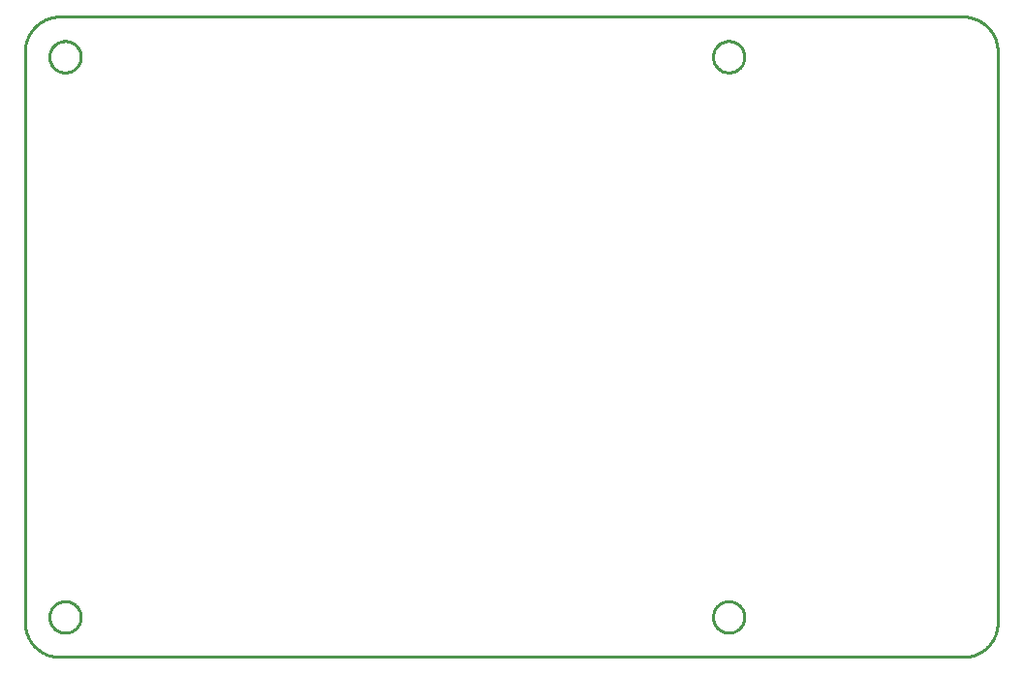
<source format=gto>
G04 MADE WITH FRITZING*
G04 WWW.FRITZING.ORG*
G04 DOUBLE SIDED*
G04 HOLES PLATED*
G04 CONTOUR ON CENTER OF CONTOUR VECTOR*
%ASAXBY*%
%FSLAX23Y23*%
%MOIN*%
%OFA0B0*%
%SFA1.0B1.0*%
%ADD10R,0.001000X0.001000*%
%LNSILK1*%
G90*
G70*
G54D10*
X115Y2216D02*
X3238Y2216D01*
X105Y2215D02*
X3248Y2215D01*
X99Y2214D02*
X3254Y2214D01*
X95Y2213D02*
X3259Y2213D01*
X90Y2212D02*
X3263Y2212D01*
X87Y2211D02*
X3266Y2211D01*
X84Y2210D02*
X3269Y2210D01*
X81Y2209D02*
X3272Y2209D01*
X78Y2208D02*
X3275Y2208D01*
X76Y2207D02*
X3277Y2207D01*
X73Y2206D02*
X3280Y2206D01*
X71Y2205D02*
X108Y2205D01*
X3246Y2205D02*
X3282Y2205D01*
X69Y2204D02*
X101Y2204D01*
X3252Y2204D02*
X3284Y2204D01*
X67Y2203D02*
X96Y2203D01*
X3257Y2203D02*
X3286Y2203D01*
X65Y2202D02*
X92Y2202D01*
X3261Y2202D02*
X3288Y2202D01*
X63Y2201D02*
X88Y2201D01*
X3265Y2201D02*
X3290Y2201D01*
X61Y2200D02*
X85Y2200D01*
X3268Y2200D02*
X3292Y2200D01*
X60Y2199D02*
X82Y2199D01*
X3271Y2199D02*
X3294Y2199D01*
X58Y2198D02*
X80Y2198D01*
X3273Y2198D02*
X3295Y2198D01*
X56Y2197D02*
X77Y2197D01*
X3276Y2197D02*
X3297Y2197D01*
X55Y2196D02*
X75Y2196D01*
X3278Y2196D02*
X3298Y2196D01*
X53Y2195D02*
X73Y2195D01*
X3280Y2195D02*
X3300Y2195D01*
X52Y2194D02*
X71Y2194D01*
X3282Y2194D02*
X3301Y2194D01*
X50Y2193D02*
X69Y2193D01*
X3284Y2193D02*
X3303Y2193D01*
X49Y2192D02*
X67Y2192D01*
X3286Y2192D02*
X3304Y2192D01*
X48Y2191D02*
X65Y2191D01*
X3288Y2191D02*
X3306Y2191D01*
X46Y2190D02*
X63Y2190D01*
X3290Y2190D02*
X3307Y2190D01*
X45Y2189D02*
X62Y2189D01*
X3291Y2189D02*
X3308Y2189D01*
X44Y2188D02*
X60Y2188D01*
X3293Y2188D02*
X3309Y2188D01*
X43Y2187D02*
X59Y2187D01*
X3294Y2187D02*
X3311Y2187D01*
X41Y2186D02*
X57Y2186D01*
X3296Y2186D02*
X3312Y2186D01*
X40Y2185D02*
X56Y2185D01*
X3297Y2185D02*
X3313Y2185D01*
X39Y2184D02*
X55Y2184D01*
X3298Y2184D02*
X3314Y2184D01*
X38Y2183D02*
X53Y2183D01*
X3300Y2183D02*
X3315Y2183D01*
X37Y2182D02*
X52Y2182D01*
X3301Y2182D02*
X3316Y2182D01*
X36Y2181D02*
X51Y2181D01*
X3302Y2181D02*
X3317Y2181D01*
X35Y2180D02*
X49Y2180D01*
X3304Y2180D02*
X3318Y2180D01*
X34Y2179D02*
X48Y2179D01*
X3305Y2179D02*
X3319Y2179D01*
X33Y2178D02*
X47Y2178D01*
X3306Y2178D02*
X3320Y2178D01*
X32Y2177D02*
X46Y2177D01*
X3307Y2177D02*
X3321Y2177D01*
X31Y2176D02*
X45Y2176D01*
X3308Y2176D02*
X3322Y2176D01*
X30Y2175D02*
X44Y2175D01*
X3309Y2175D02*
X3323Y2175D01*
X29Y2174D02*
X43Y2174D01*
X3310Y2174D02*
X3324Y2174D01*
X29Y2173D02*
X42Y2173D01*
X3311Y2173D02*
X3325Y2173D01*
X28Y2172D02*
X41Y2172D01*
X3312Y2172D02*
X3326Y2172D01*
X27Y2171D02*
X40Y2171D01*
X3313Y2171D02*
X3326Y2171D01*
X26Y2170D02*
X39Y2170D01*
X3314Y2170D02*
X3327Y2170D01*
X25Y2169D02*
X38Y2169D01*
X3315Y2169D02*
X3328Y2169D01*
X24Y2168D02*
X37Y2168D01*
X3316Y2168D02*
X3329Y2168D01*
X24Y2167D02*
X36Y2167D01*
X3317Y2167D02*
X3329Y2167D01*
X23Y2166D02*
X35Y2166D01*
X3318Y2166D02*
X3330Y2166D01*
X22Y2165D02*
X34Y2165D01*
X3319Y2165D02*
X3331Y2165D01*
X22Y2164D02*
X34Y2164D01*
X3320Y2164D02*
X3332Y2164D01*
X21Y2163D02*
X33Y2163D01*
X3320Y2163D02*
X3332Y2163D01*
X20Y2162D02*
X32Y2162D01*
X3321Y2162D02*
X3333Y2162D01*
X19Y2161D02*
X31Y2161D01*
X3322Y2161D02*
X3334Y2161D01*
X19Y2160D02*
X31Y2160D01*
X3323Y2160D02*
X3334Y2160D01*
X18Y2159D02*
X30Y2159D01*
X3323Y2159D02*
X3335Y2159D01*
X18Y2158D02*
X29Y2158D01*
X3324Y2158D02*
X3336Y2158D01*
X17Y2157D02*
X28Y2157D01*
X3325Y2157D02*
X3336Y2157D01*
X16Y2156D02*
X28Y2156D01*
X3326Y2156D02*
X3337Y2156D01*
X16Y2155D02*
X27Y2155D01*
X3326Y2155D02*
X3337Y2155D01*
X15Y2154D02*
X26Y2154D01*
X3327Y2154D02*
X3338Y2154D01*
X15Y2153D02*
X26Y2153D01*
X3328Y2153D02*
X3339Y2153D01*
X14Y2152D02*
X25Y2152D01*
X3328Y2152D02*
X3339Y2152D01*
X13Y2151D02*
X24Y2151D01*
X3329Y2151D02*
X3340Y2151D01*
X13Y2150D02*
X24Y2150D01*
X3329Y2150D02*
X3340Y2150D01*
X12Y2149D02*
X23Y2149D01*
X3330Y2149D02*
X3341Y2149D01*
X12Y2148D02*
X23Y2148D01*
X3331Y2148D02*
X3341Y2148D01*
X11Y2147D02*
X22Y2147D01*
X3331Y2147D02*
X3342Y2147D01*
X11Y2146D02*
X21Y2146D01*
X3332Y2146D02*
X3342Y2146D01*
X10Y2145D02*
X21Y2145D01*
X3332Y2145D02*
X3343Y2145D01*
X10Y2144D02*
X20Y2144D01*
X3333Y2144D02*
X3343Y2144D01*
X10Y2143D02*
X20Y2143D01*
X3333Y2143D02*
X3344Y2143D01*
X9Y2142D02*
X19Y2142D01*
X3334Y2142D02*
X3344Y2142D01*
X9Y2141D02*
X19Y2141D01*
X3334Y2141D02*
X3345Y2141D01*
X8Y2140D02*
X18Y2140D01*
X3335Y2140D02*
X3345Y2140D01*
X8Y2139D02*
X18Y2139D01*
X3335Y2139D02*
X3345Y2139D01*
X7Y2138D02*
X18Y2138D01*
X3336Y2138D02*
X3346Y2138D01*
X7Y2137D02*
X17Y2137D01*
X3336Y2137D02*
X3346Y2137D01*
X7Y2136D02*
X17Y2136D01*
X3337Y2136D02*
X3347Y2136D01*
X6Y2135D02*
X16Y2135D01*
X3337Y2135D02*
X3347Y2135D01*
X6Y2134D02*
X16Y2134D01*
X3337Y2134D02*
X3347Y2134D01*
X6Y2133D02*
X15Y2133D01*
X3338Y2133D02*
X3348Y2133D01*
X5Y2132D02*
X15Y2132D01*
X134Y2132D02*
X149Y2132D01*
X2417Y2132D02*
X2432Y2132D01*
X3338Y2132D02*
X3348Y2132D01*
X5Y2131D02*
X15Y2131D01*
X129Y2131D02*
X154Y2131D01*
X2412Y2131D02*
X2437Y2131D01*
X3338Y2131D02*
X3348Y2131D01*
X5Y2130D02*
X14Y2130D01*
X125Y2130D02*
X158Y2130D01*
X2408Y2130D02*
X2441Y2130D01*
X3339Y2130D02*
X3349Y2130D01*
X4Y2129D02*
X14Y2129D01*
X122Y2129D02*
X161Y2129D01*
X2405Y2129D02*
X2444Y2129D01*
X3339Y2129D02*
X3349Y2129D01*
X4Y2128D02*
X14Y2128D01*
X119Y2128D02*
X163Y2128D01*
X2402Y2128D02*
X2447Y2128D01*
X3339Y2128D02*
X3349Y2128D01*
X4Y2127D02*
X13Y2127D01*
X117Y2127D02*
X166Y2127D01*
X2400Y2127D02*
X2449Y2127D01*
X3340Y2127D02*
X3350Y2127D01*
X3Y2126D02*
X13Y2126D01*
X115Y2126D02*
X168Y2126D01*
X2398Y2126D02*
X2451Y2126D01*
X3340Y2126D02*
X3350Y2126D01*
X3Y2125D02*
X13Y2125D01*
X113Y2125D02*
X170Y2125D01*
X2396Y2125D02*
X2453Y2125D01*
X3340Y2125D02*
X3350Y2125D01*
X3Y2124D02*
X12Y2124D01*
X111Y2124D02*
X171Y2124D01*
X2395Y2124D02*
X2455Y2124D01*
X3341Y2124D02*
X3350Y2124D01*
X3Y2123D02*
X12Y2123D01*
X110Y2123D02*
X173Y2123D01*
X2393Y2123D02*
X2456Y2123D01*
X3341Y2123D02*
X3351Y2123D01*
X2Y2122D02*
X12Y2122D01*
X108Y2122D02*
X137Y2122D01*
X146Y2122D02*
X174Y2122D01*
X2391Y2122D02*
X2420Y2122D01*
X2429Y2122D02*
X2458Y2122D01*
X3341Y2122D02*
X3351Y2122D01*
X2Y2121D02*
X12Y2121D01*
X107Y2121D02*
X130Y2121D01*
X153Y2121D02*
X176Y2121D01*
X2390Y2121D02*
X2413Y2121D01*
X2436Y2121D02*
X2459Y2121D01*
X3342Y2121D02*
X3351Y2121D01*
X2Y2120D02*
X11Y2120D01*
X105Y2120D02*
X126Y2120D01*
X156Y2120D02*
X177Y2120D01*
X2389Y2120D02*
X2409Y2120D01*
X2440Y2120D02*
X2461Y2120D01*
X3342Y2120D02*
X3351Y2120D01*
X2Y2119D02*
X11Y2119D01*
X104Y2119D02*
X123Y2119D01*
X159Y2119D02*
X178Y2119D01*
X2387Y2119D02*
X2407Y2119D01*
X2443Y2119D02*
X2462Y2119D01*
X3342Y2119D02*
X3352Y2119D01*
X1Y2118D02*
X11Y2118D01*
X103Y2118D02*
X121Y2118D01*
X162Y2118D02*
X180Y2118D01*
X2386Y2118D02*
X2404Y2118D01*
X2445Y2118D02*
X2463Y2118D01*
X3342Y2118D02*
X3352Y2118D01*
X1Y2117D02*
X11Y2117D01*
X102Y2117D02*
X119Y2117D01*
X164Y2117D02*
X181Y2117D01*
X2385Y2117D02*
X2402Y2117D01*
X2447Y2117D02*
X2464Y2117D01*
X3342Y2117D02*
X3352Y2117D01*
X1Y2116D02*
X10Y2116D01*
X101Y2116D02*
X117Y2116D01*
X166Y2116D02*
X182Y2116D01*
X2384Y2116D02*
X2400Y2116D01*
X2449Y2116D02*
X2465Y2116D01*
X3343Y2116D02*
X3352Y2116D01*
X1Y2115D02*
X10Y2115D01*
X100Y2115D02*
X115Y2115D01*
X167Y2115D02*
X183Y2115D01*
X2383Y2115D02*
X2399Y2115D01*
X2451Y2115D02*
X2466Y2115D01*
X3343Y2115D02*
X3352Y2115D01*
X1Y2114D02*
X10Y2114D01*
X99Y2114D02*
X114Y2114D01*
X169Y2114D02*
X184Y2114D01*
X2382Y2114D02*
X2397Y2114D01*
X2452Y2114D02*
X2467Y2114D01*
X3343Y2114D02*
X3353Y2114D01*
X0Y2113D02*
X10Y2113D01*
X98Y2113D02*
X112Y2113D01*
X170Y2113D02*
X185Y2113D01*
X2381Y2113D02*
X2396Y2113D01*
X2454Y2113D02*
X2468Y2113D01*
X3343Y2113D02*
X3353Y2113D01*
X0Y2112D02*
X10Y2112D01*
X97Y2112D02*
X111Y2112D01*
X172Y2112D02*
X186Y2112D01*
X2380Y2112D02*
X2394Y2112D01*
X2455Y2112D02*
X2469Y2112D01*
X3343Y2112D02*
X3353Y2112D01*
X0Y2111D02*
X10Y2111D01*
X96Y2111D02*
X110Y2111D01*
X173Y2111D02*
X186Y2111D01*
X2379Y2111D02*
X2393Y2111D01*
X2456Y2111D02*
X2470Y2111D01*
X3344Y2111D02*
X3353Y2111D01*
X0Y2110D02*
X9Y2110D01*
X95Y2110D02*
X108Y2110D01*
X174Y2110D02*
X187Y2110D01*
X2379Y2110D02*
X2392Y2110D01*
X2457Y2110D02*
X2471Y2110D01*
X3344Y2110D02*
X3353Y2110D01*
X0Y2109D02*
X9Y2109D01*
X94Y2109D02*
X107Y2109D01*
X175Y2109D02*
X188Y2109D01*
X2378Y2109D02*
X2391Y2109D01*
X2458Y2109D02*
X2471Y2109D01*
X3344Y2109D02*
X3353Y2109D01*
X0Y2108D02*
X9Y2108D01*
X94Y2108D02*
X106Y2108D01*
X176Y2108D02*
X189Y2108D01*
X2377Y2108D02*
X2390Y2108D01*
X2460Y2108D02*
X2472Y2108D01*
X3344Y2108D02*
X3353Y2108D01*
X0Y2107D02*
X9Y2107D01*
X93Y2107D02*
X105Y2107D01*
X177Y2107D02*
X189Y2107D01*
X2376Y2107D02*
X2389Y2107D01*
X2460Y2107D02*
X2473Y2107D01*
X3344Y2107D02*
X3354Y2107D01*
X0Y2106D02*
X9Y2106D01*
X92Y2106D02*
X104Y2106D01*
X178Y2106D02*
X190Y2106D01*
X2376Y2106D02*
X2388Y2106D01*
X2461Y2106D02*
X2473Y2106D01*
X3344Y2106D02*
X3354Y2106D01*
X0Y2105D02*
X9Y2105D01*
X92Y2105D02*
X104Y2105D01*
X179Y2105D02*
X191Y2105D01*
X2375Y2105D02*
X2387Y2105D01*
X2462Y2105D02*
X2474Y2105D01*
X3344Y2105D02*
X3354Y2105D01*
X0Y2104D02*
X9Y2104D01*
X91Y2104D02*
X103Y2104D01*
X180Y2104D02*
X191Y2104D01*
X2374Y2104D02*
X2386Y2104D01*
X2463Y2104D02*
X2475Y2104D01*
X3344Y2104D02*
X3354Y2104D01*
X0Y2103D02*
X9Y2103D01*
X91Y2103D02*
X102Y2103D01*
X181Y2103D02*
X192Y2103D01*
X2374Y2103D02*
X2385Y2103D01*
X2464Y2103D02*
X2475Y2103D01*
X3345Y2103D02*
X3354Y2103D01*
X0Y2102D02*
X9Y2102D01*
X90Y2102D02*
X101Y2102D01*
X181Y2102D02*
X193Y2102D01*
X2373Y2102D02*
X2385Y2102D01*
X2465Y2102D02*
X2476Y2102D01*
X3345Y2102D02*
X3354Y2102D01*
X0Y2101D02*
X8Y2101D01*
X89Y2101D02*
X100Y2101D01*
X182Y2101D02*
X193Y2101D01*
X2373Y2101D02*
X2384Y2101D01*
X2465Y2101D02*
X2476Y2101D01*
X3345Y2101D02*
X3354Y2101D01*
X0Y2100D02*
X8Y2100D01*
X89Y2100D02*
X100Y2100D01*
X183Y2100D02*
X194Y2100D01*
X2372Y2100D02*
X2383Y2100D01*
X2466Y2100D02*
X2477Y2100D01*
X3345Y2100D02*
X3354Y2100D01*
X0Y2099D02*
X8Y2099D01*
X88Y2099D02*
X99Y2099D01*
X183Y2099D02*
X194Y2099D01*
X2372Y2099D02*
X2382Y2099D01*
X2467Y2099D02*
X2477Y2099D01*
X3345Y2099D02*
X3354Y2099D01*
X0Y2098D02*
X8Y2098D01*
X88Y2098D02*
X98Y2098D01*
X184Y2098D02*
X195Y2098D01*
X2371Y2098D02*
X2382Y2098D01*
X2467Y2098D02*
X2478Y2098D01*
X3345Y2098D02*
X3354Y2098D01*
X0Y2097D02*
X8Y2097D01*
X87Y2097D02*
X98Y2097D01*
X185Y2097D02*
X195Y2097D01*
X2371Y2097D02*
X2381Y2097D01*
X2468Y2097D02*
X2478Y2097D01*
X3345Y2097D02*
X3354Y2097D01*
X0Y2096D02*
X8Y2096D01*
X87Y2096D02*
X97Y2096D01*
X185Y2096D02*
X195Y2096D01*
X2370Y2096D02*
X2381Y2096D01*
X2468Y2096D02*
X2479Y2096D01*
X3345Y2096D02*
X3354Y2096D01*
X0Y2095D02*
X8Y2095D01*
X87Y2095D02*
X97Y2095D01*
X186Y2095D02*
X196Y2095D01*
X2370Y2095D02*
X2380Y2095D01*
X2469Y2095D02*
X2479Y2095D01*
X3345Y2095D02*
X3354Y2095D01*
X0Y2094D02*
X8Y2094D01*
X86Y2094D02*
X96Y2094D01*
X186Y2094D02*
X196Y2094D01*
X2370Y2094D02*
X2380Y2094D01*
X2469Y2094D02*
X2480Y2094D01*
X3345Y2094D02*
X3354Y2094D01*
X0Y2093D02*
X8Y2093D01*
X86Y2093D02*
X96Y2093D01*
X187Y2093D02*
X197Y2093D01*
X2369Y2093D02*
X2379Y2093D01*
X2470Y2093D02*
X2480Y2093D01*
X3345Y2093D02*
X3354Y2093D01*
X0Y2092D02*
X8Y2092D01*
X86Y2092D02*
X95Y2092D01*
X187Y2092D02*
X197Y2092D01*
X2369Y2092D02*
X2379Y2092D01*
X2470Y2092D02*
X2480Y2092D01*
X3345Y2092D02*
X3354Y2092D01*
X0Y2091D02*
X8Y2091D01*
X85Y2091D02*
X95Y2091D01*
X187Y2091D02*
X197Y2091D01*
X2369Y2091D02*
X2378Y2091D01*
X2471Y2091D02*
X2481Y2091D01*
X3345Y2091D02*
X3354Y2091D01*
X0Y2090D02*
X8Y2090D01*
X85Y2090D02*
X95Y2090D01*
X188Y2090D02*
X198Y2090D01*
X2368Y2090D02*
X2378Y2090D01*
X2471Y2090D02*
X2481Y2090D01*
X3345Y2090D02*
X3354Y2090D01*
X0Y2089D02*
X8Y2089D01*
X85Y2089D02*
X94Y2089D01*
X188Y2089D02*
X198Y2089D01*
X2368Y2089D02*
X2378Y2089D01*
X2471Y2089D02*
X2481Y2089D01*
X3345Y2089D02*
X3354Y2089D01*
X0Y2088D02*
X8Y2088D01*
X84Y2088D02*
X94Y2088D01*
X188Y2088D02*
X198Y2088D01*
X2368Y2088D02*
X2377Y2088D01*
X2472Y2088D02*
X2481Y2088D01*
X3345Y2088D02*
X3354Y2088D01*
X0Y2087D02*
X8Y2087D01*
X84Y2087D02*
X94Y2087D01*
X189Y2087D02*
X198Y2087D01*
X2367Y2087D02*
X2377Y2087D01*
X2472Y2087D02*
X2482Y2087D01*
X3345Y2087D02*
X3354Y2087D01*
X0Y2086D02*
X8Y2086D01*
X84Y2086D02*
X93Y2086D01*
X189Y2086D02*
X199Y2086D01*
X2367Y2086D02*
X2377Y2086D01*
X2472Y2086D02*
X2482Y2086D01*
X3345Y2086D02*
X3354Y2086D01*
X0Y2085D02*
X8Y2085D01*
X84Y2085D02*
X93Y2085D01*
X189Y2085D02*
X199Y2085D01*
X2367Y2085D02*
X2377Y2085D01*
X2473Y2085D02*
X2482Y2085D01*
X3345Y2085D02*
X3354Y2085D01*
X0Y2084D02*
X8Y2084D01*
X83Y2084D02*
X93Y2084D01*
X190Y2084D02*
X199Y2084D01*
X2367Y2084D02*
X2376Y2084D01*
X2473Y2084D02*
X2482Y2084D01*
X3345Y2084D02*
X3354Y2084D01*
X0Y2083D02*
X8Y2083D01*
X83Y2083D02*
X93Y2083D01*
X190Y2083D02*
X199Y2083D01*
X2367Y2083D02*
X2376Y2083D01*
X2473Y2083D02*
X2483Y2083D01*
X3345Y2083D02*
X3354Y2083D01*
X0Y2082D02*
X8Y2082D01*
X83Y2082D02*
X93Y2082D01*
X190Y2082D02*
X199Y2082D01*
X2367Y2082D02*
X2376Y2082D01*
X2473Y2082D02*
X2483Y2082D01*
X3345Y2082D02*
X3354Y2082D01*
X0Y2081D02*
X8Y2081D01*
X83Y2081D02*
X92Y2081D01*
X190Y2081D02*
X199Y2081D01*
X2366Y2081D02*
X2376Y2081D01*
X2473Y2081D02*
X2483Y2081D01*
X3345Y2081D02*
X3354Y2081D01*
X0Y2080D02*
X8Y2080D01*
X83Y2080D02*
X92Y2080D01*
X190Y2080D02*
X200Y2080D01*
X2366Y2080D02*
X2376Y2080D01*
X2474Y2080D02*
X2483Y2080D01*
X3345Y2080D02*
X3354Y2080D01*
X0Y2079D02*
X8Y2079D01*
X83Y2079D02*
X92Y2079D01*
X190Y2079D02*
X200Y2079D01*
X2366Y2079D02*
X2376Y2079D01*
X2474Y2079D02*
X2483Y2079D01*
X3345Y2079D02*
X3354Y2079D01*
X0Y2078D02*
X8Y2078D01*
X83Y2078D02*
X92Y2078D01*
X190Y2078D02*
X200Y2078D01*
X2366Y2078D02*
X2375Y2078D01*
X2474Y2078D02*
X2483Y2078D01*
X3345Y2078D02*
X3354Y2078D01*
X0Y2077D02*
X8Y2077D01*
X83Y2077D02*
X92Y2077D01*
X190Y2077D02*
X200Y2077D01*
X2366Y2077D02*
X2375Y2077D01*
X2474Y2077D02*
X2483Y2077D01*
X3345Y2077D02*
X3354Y2077D01*
X0Y2076D02*
X8Y2076D01*
X83Y2076D02*
X92Y2076D01*
X191Y2076D02*
X200Y2076D01*
X2366Y2076D02*
X2375Y2076D01*
X2474Y2076D02*
X2483Y2076D01*
X3345Y2076D02*
X3354Y2076D01*
X0Y2075D02*
X8Y2075D01*
X82Y2075D02*
X92Y2075D01*
X191Y2075D02*
X200Y2075D01*
X2366Y2075D02*
X2375Y2075D01*
X2474Y2075D02*
X2483Y2075D01*
X3345Y2075D02*
X3354Y2075D01*
X0Y2074D02*
X8Y2074D01*
X82Y2074D02*
X92Y2074D01*
X191Y2074D02*
X200Y2074D01*
X2366Y2074D02*
X2375Y2074D01*
X2474Y2074D02*
X2483Y2074D01*
X3345Y2074D02*
X3354Y2074D01*
X0Y2073D02*
X8Y2073D01*
X82Y2073D02*
X92Y2073D01*
X191Y2073D02*
X200Y2073D01*
X2366Y2073D02*
X2375Y2073D01*
X2474Y2073D02*
X2483Y2073D01*
X3345Y2073D02*
X3354Y2073D01*
X0Y2072D02*
X8Y2072D01*
X82Y2072D02*
X92Y2072D01*
X191Y2072D02*
X200Y2072D01*
X2366Y2072D02*
X2375Y2072D01*
X2474Y2072D02*
X2483Y2072D01*
X3345Y2072D02*
X3354Y2072D01*
X0Y2071D02*
X8Y2071D01*
X83Y2071D02*
X92Y2071D01*
X191Y2071D02*
X200Y2071D01*
X2366Y2071D02*
X2375Y2071D01*
X2474Y2071D02*
X2483Y2071D01*
X3345Y2071D02*
X3354Y2071D01*
X0Y2070D02*
X8Y2070D01*
X83Y2070D02*
X92Y2070D01*
X191Y2070D02*
X200Y2070D01*
X2366Y2070D02*
X2375Y2070D01*
X2474Y2070D02*
X2483Y2070D01*
X3345Y2070D02*
X3354Y2070D01*
X0Y2069D02*
X8Y2069D01*
X83Y2069D02*
X92Y2069D01*
X190Y2069D02*
X200Y2069D01*
X2366Y2069D02*
X2375Y2069D01*
X2474Y2069D02*
X2483Y2069D01*
X3345Y2069D02*
X3354Y2069D01*
X0Y2068D02*
X8Y2068D01*
X83Y2068D02*
X92Y2068D01*
X190Y2068D02*
X200Y2068D01*
X2366Y2068D02*
X2375Y2068D01*
X2474Y2068D02*
X2483Y2068D01*
X3345Y2068D02*
X3354Y2068D01*
X0Y2067D02*
X8Y2067D01*
X83Y2067D02*
X92Y2067D01*
X190Y2067D02*
X200Y2067D01*
X2366Y2067D02*
X2376Y2067D01*
X2474Y2067D02*
X2483Y2067D01*
X3345Y2067D02*
X3354Y2067D01*
X0Y2066D02*
X8Y2066D01*
X83Y2066D02*
X92Y2066D01*
X190Y2066D02*
X200Y2066D01*
X2366Y2066D02*
X2376Y2066D01*
X2473Y2066D02*
X2483Y2066D01*
X3345Y2066D02*
X3354Y2066D01*
X0Y2065D02*
X8Y2065D01*
X83Y2065D02*
X93Y2065D01*
X190Y2065D02*
X199Y2065D01*
X2366Y2065D02*
X2376Y2065D01*
X2473Y2065D02*
X2483Y2065D01*
X3345Y2065D02*
X3354Y2065D01*
X0Y2064D02*
X8Y2064D01*
X83Y2064D02*
X93Y2064D01*
X190Y2064D02*
X199Y2064D01*
X2367Y2064D02*
X2376Y2064D01*
X2473Y2064D02*
X2483Y2064D01*
X3345Y2064D02*
X3354Y2064D01*
X0Y2063D02*
X8Y2063D01*
X83Y2063D02*
X93Y2063D01*
X190Y2063D02*
X199Y2063D01*
X2367Y2063D02*
X2376Y2063D01*
X2473Y2063D02*
X2482Y2063D01*
X3345Y2063D02*
X3354Y2063D01*
X0Y2062D02*
X8Y2062D01*
X84Y2062D02*
X93Y2062D01*
X189Y2062D02*
X199Y2062D01*
X2367Y2062D02*
X2376Y2062D01*
X2473Y2062D02*
X2482Y2062D01*
X3345Y2062D02*
X3354Y2062D01*
X0Y2061D02*
X8Y2061D01*
X84Y2061D02*
X93Y2061D01*
X189Y2061D02*
X199Y2061D01*
X2367Y2061D02*
X2377Y2061D01*
X2472Y2061D02*
X2482Y2061D01*
X3345Y2061D02*
X3354Y2061D01*
X0Y2060D02*
X8Y2060D01*
X84Y2060D02*
X94Y2060D01*
X189Y2060D02*
X198Y2060D01*
X2367Y2060D02*
X2377Y2060D01*
X2472Y2060D02*
X2482Y2060D01*
X3345Y2060D02*
X3354Y2060D01*
X0Y2059D02*
X8Y2059D01*
X84Y2059D02*
X94Y2059D01*
X189Y2059D02*
X198Y2059D01*
X2368Y2059D02*
X2377Y2059D01*
X2472Y2059D02*
X2482Y2059D01*
X3345Y2059D02*
X3354Y2059D01*
X0Y2058D02*
X8Y2058D01*
X85Y2058D02*
X94Y2058D01*
X188Y2058D02*
X198Y2058D01*
X2368Y2058D02*
X2378Y2058D01*
X2472Y2058D02*
X2481Y2058D01*
X3345Y2058D02*
X3354Y2058D01*
X0Y2057D02*
X8Y2057D01*
X85Y2057D02*
X95Y2057D01*
X188Y2057D02*
X198Y2057D01*
X2368Y2057D02*
X2378Y2057D01*
X2471Y2057D02*
X2481Y2057D01*
X3345Y2057D02*
X3354Y2057D01*
X0Y2056D02*
X8Y2056D01*
X85Y2056D02*
X95Y2056D01*
X188Y2056D02*
X197Y2056D01*
X2368Y2056D02*
X2378Y2056D01*
X2471Y2056D02*
X2481Y2056D01*
X3345Y2056D02*
X3354Y2056D01*
X0Y2055D02*
X8Y2055D01*
X85Y2055D02*
X95Y2055D01*
X187Y2055D02*
X197Y2055D01*
X2369Y2055D02*
X2379Y2055D01*
X2471Y2055D02*
X2480Y2055D01*
X3345Y2055D02*
X3354Y2055D01*
X0Y2054D02*
X8Y2054D01*
X86Y2054D02*
X96Y2054D01*
X187Y2054D02*
X197Y2054D01*
X2369Y2054D02*
X2379Y2054D01*
X2470Y2054D02*
X2480Y2054D01*
X3345Y2054D02*
X3354Y2054D01*
X0Y2053D02*
X8Y2053D01*
X86Y2053D02*
X96Y2053D01*
X186Y2053D02*
X196Y2053D01*
X2369Y2053D02*
X2380Y2053D01*
X2470Y2053D02*
X2480Y2053D01*
X3345Y2053D02*
X3354Y2053D01*
X0Y2052D02*
X8Y2052D01*
X86Y2052D02*
X97Y2052D01*
X186Y2052D02*
X196Y2052D01*
X2370Y2052D02*
X2380Y2052D01*
X2469Y2052D02*
X2479Y2052D01*
X3345Y2052D02*
X3354Y2052D01*
X0Y2051D02*
X8Y2051D01*
X87Y2051D02*
X97Y2051D01*
X185Y2051D02*
X196Y2051D01*
X2370Y2051D02*
X2380Y2051D01*
X2469Y2051D02*
X2479Y2051D01*
X3345Y2051D02*
X3354Y2051D01*
X0Y2050D02*
X8Y2050D01*
X87Y2050D02*
X98Y2050D01*
X185Y2050D02*
X195Y2050D01*
X2371Y2050D02*
X2381Y2050D01*
X2468Y2050D02*
X2479Y2050D01*
X3345Y2050D02*
X3354Y2050D01*
X0Y2049D02*
X8Y2049D01*
X88Y2049D02*
X98Y2049D01*
X184Y2049D02*
X195Y2049D01*
X2371Y2049D02*
X2382Y2049D01*
X2468Y2049D02*
X2478Y2049D01*
X3345Y2049D02*
X3354Y2049D01*
X0Y2048D02*
X8Y2048D01*
X88Y2048D02*
X99Y2048D01*
X184Y2048D02*
X194Y2048D01*
X2372Y2048D02*
X2382Y2048D01*
X2467Y2048D02*
X2478Y2048D01*
X3345Y2048D02*
X3354Y2048D01*
X0Y2047D02*
X8Y2047D01*
X89Y2047D02*
X99Y2047D01*
X183Y2047D02*
X194Y2047D01*
X2372Y2047D02*
X2383Y2047D01*
X2466Y2047D02*
X2477Y2047D01*
X3345Y2047D02*
X3354Y2047D01*
X0Y2046D02*
X8Y2046D01*
X89Y2046D02*
X100Y2046D01*
X182Y2046D02*
X193Y2046D01*
X2373Y2046D02*
X2383Y2046D01*
X2466Y2046D02*
X2477Y2046D01*
X3345Y2046D02*
X3354Y2046D01*
X0Y2045D02*
X8Y2045D01*
X90Y2045D02*
X101Y2045D01*
X182Y2045D02*
X193Y2045D01*
X2373Y2045D02*
X2384Y2045D01*
X2465Y2045D02*
X2476Y2045D01*
X3345Y2045D02*
X3354Y2045D01*
X0Y2044D02*
X8Y2044D01*
X90Y2044D02*
X102Y2044D01*
X181Y2044D02*
X192Y2044D01*
X2374Y2044D02*
X2385Y2044D01*
X2464Y2044D02*
X2476Y2044D01*
X3345Y2044D02*
X3354Y2044D01*
X0Y2043D02*
X8Y2043D01*
X91Y2043D02*
X102Y2043D01*
X180Y2043D02*
X192Y2043D01*
X2374Y2043D02*
X2386Y2043D01*
X2463Y2043D02*
X2475Y2043D01*
X3345Y2043D02*
X3354Y2043D01*
X0Y2042D02*
X8Y2042D01*
X91Y2042D02*
X103Y2042D01*
X179Y2042D02*
X191Y2042D01*
X2375Y2042D02*
X2387Y2042D01*
X2463Y2042D02*
X2474Y2042D01*
X3345Y2042D02*
X3354Y2042D01*
X0Y2041D02*
X8Y2041D01*
X92Y2041D02*
X104Y2041D01*
X178Y2041D02*
X190Y2041D01*
X2375Y2041D02*
X2387Y2041D01*
X2462Y2041D02*
X2474Y2041D01*
X3345Y2041D02*
X3354Y2041D01*
X0Y2040D02*
X8Y2040D01*
X93Y2040D02*
X105Y2040D01*
X178Y2040D02*
X190Y2040D01*
X2376Y2040D02*
X2388Y2040D01*
X2461Y2040D02*
X2473Y2040D01*
X3345Y2040D02*
X3354Y2040D01*
X0Y2039D02*
X8Y2039D01*
X93Y2039D02*
X106Y2039D01*
X177Y2039D02*
X189Y2039D01*
X2377Y2039D02*
X2389Y2039D01*
X2460Y2039D02*
X2472Y2039D01*
X3345Y2039D02*
X3354Y2039D01*
X0Y2038D02*
X8Y2038D01*
X94Y2038D02*
X107Y2038D01*
X176Y2038D02*
X188Y2038D01*
X2378Y2038D02*
X2390Y2038D01*
X2459Y2038D02*
X2472Y2038D01*
X3345Y2038D02*
X3354Y2038D01*
X0Y2037D02*
X8Y2037D01*
X95Y2037D02*
X108Y2037D01*
X174Y2037D02*
X188Y2037D01*
X2378Y2037D02*
X2391Y2037D01*
X2458Y2037D02*
X2471Y2037D01*
X3345Y2037D02*
X3354Y2037D01*
X0Y2036D02*
X8Y2036D01*
X96Y2036D02*
X109Y2036D01*
X173Y2036D02*
X187Y2036D01*
X2379Y2036D02*
X2392Y2036D01*
X2457Y2036D02*
X2470Y2036D01*
X3345Y2036D02*
X3354Y2036D01*
X0Y2035D02*
X8Y2035D01*
X96Y2035D02*
X110Y2035D01*
X172Y2035D02*
X186Y2035D01*
X2380Y2035D02*
X2394Y2035D01*
X2456Y2035D02*
X2469Y2035D01*
X3345Y2035D02*
X3354Y2035D01*
X0Y2034D02*
X8Y2034D01*
X97Y2034D02*
X112Y2034D01*
X171Y2034D02*
X185Y2034D01*
X2381Y2034D02*
X2395Y2034D01*
X2454Y2034D02*
X2468Y2034D01*
X3345Y2034D02*
X3354Y2034D01*
X0Y2033D02*
X8Y2033D01*
X98Y2033D02*
X113Y2033D01*
X170Y2033D02*
X184Y2033D01*
X2382Y2033D02*
X2396Y2033D01*
X2453Y2033D02*
X2468Y2033D01*
X3345Y2033D02*
X3354Y2033D01*
X0Y2032D02*
X8Y2032D01*
X99Y2032D02*
X114Y2032D01*
X168Y2032D02*
X183Y2032D01*
X2383Y2032D02*
X2398Y2032D01*
X2451Y2032D02*
X2467Y2032D01*
X3345Y2032D02*
X3354Y2032D01*
X0Y2031D02*
X8Y2031D01*
X100Y2031D02*
X116Y2031D01*
X166Y2031D02*
X182Y2031D01*
X2384Y2031D02*
X2399Y2031D01*
X2450Y2031D02*
X2466Y2031D01*
X3345Y2031D02*
X3354Y2031D01*
X0Y2030D02*
X8Y2030D01*
X101Y2030D02*
X118Y2030D01*
X165Y2030D02*
X181Y2030D01*
X2385Y2030D02*
X2401Y2030D01*
X2448Y2030D02*
X2465Y2030D01*
X3345Y2030D02*
X3354Y2030D01*
X0Y2029D02*
X8Y2029D01*
X102Y2029D02*
X120Y2029D01*
X163Y2029D02*
X180Y2029D01*
X2386Y2029D02*
X2403Y2029D01*
X2446Y2029D02*
X2463Y2029D01*
X3345Y2029D02*
X3354Y2029D01*
X0Y2028D02*
X8Y2028D01*
X103Y2028D02*
X122Y2028D01*
X160Y2028D02*
X179Y2028D01*
X2387Y2028D02*
X2405Y2028D01*
X2444Y2028D02*
X2462Y2028D01*
X3345Y2028D02*
X3354Y2028D01*
X0Y2027D02*
X8Y2027D01*
X105Y2027D02*
X125Y2027D01*
X158Y2027D02*
X178Y2027D01*
X2388Y2027D02*
X2408Y2027D01*
X2441Y2027D02*
X2461Y2027D01*
X3345Y2027D02*
X3354Y2027D01*
X0Y2026D02*
X8Y2026D01*
X106Y2026D02*
X128Y2026D01*
X154Y2026D02*
X176Y2026D01*
X2389Y2026D02*
X2411Y2026D01*
X2438Y2026D02*
X2460Y2026D01*
X3345Y2026D02*
X3354Y2026D01*
X0Y2025D02*
X8Y2025D01*
X107Y2025D02*
X133Y2025D01*
X149Y2025D02*
X175Y2025D01*
X2391Y2025D02*
X2416Y2025D01*
X2433Y2025D02*
X2458Y2025D01*
X3345Y2025D02*
X3354Y2025D01*
X0Y2024D02*
X8Y2024D01*
X109Y2024D02*
X174Y2024D01*
X2392Y2024D02*
X2457Y2024D01*
X3345Y2024D02*
X3354Y2024D01*
X0Y2023D02*
X8Y2023D01*
X110Y2023D02*
X172Y2023D01*
X2394Y2023D02*
X2455Y2023D01*
X3345Y2023D02*
X3354Y2023D01*
X0Y2022D02*
X8Y2022D01*
X112Y2022D02*
X170Y2022D01*
X2396Y2022D02*
X2454Y2022D01*
X3345Y2022D02*
X3354Y2022D01*
X0Y2021D02*
X8Y2021D01*
X114Y2021D02*
X169Y2021D01*
X2397Y2021D02*
X2452Y2021D01*
X3345Y2021D02*
X3354Y2021D01*
X0Y2020D02*
X8Y2020D01*
X116Y2020D02*
X166Y2020D01*
X2399Y2020D02*
X2450Y2020D01*
X3345Y2020D02*
X3354Y2020D01*
X0Y2019D02*
X8Y2019D01*
X118Y2019D02*
X164Y2019D01*
X2401Y2019D02*
X2448Y2019D01*
X3345Y2019D02*
X3354Y2019D01*
X0Y2018D02*
X8Y2018D01*
X121Y2018D02*
X162Y2018D01*
X2404Y2018D02*
X2445Y2018D01*
X3345Y2018D02*
X3354Y2018D01*
X0Y2017D02*
X8Y2017D01*
X123Y2017D02*
X159Y2017D01*
X2407Y2017D02*
X2442Y2017D01*
X3345Y2017D02*
X3354Y2017D01*
X0Y2016D02*
X8Y2016D01*
X127Y2016D02*
X156Y2016D01*
X2410Y2016D02*
X2439Y2016D01*
X3345Y2016D02*
X3354Y2016D01*
X0Y2015D02*
X8Y2015D01*
X131Y2015D02*
X151Y2015D01*
X2415Y2015D02*
X2435Y2015D01*
X3345Y2015D02*
X3354Y2015D01*
X0Y2014D02*
X8Y2014D01*
X141Y2014D02*
X141Y2014D01*
X2424Y2014D02*
X2425Y2014D01*
X3345Y2014D02*
X3354Y2014D01*
X0Y2013D02*
X8Y2013D01*
X3345Y2013D02*
X3354Y2013D01*
X0Y2012D02*
X8Y2012D01*
X3345Y2012D02*
X3354Y2012D01*
X0Y2011D02*
X8Y2011D01*
X3345Y2011D02*
X3354Y2011D01*
X0Y2010D02*
X8Y2010D01*
X3345Y2010D02*
X3354Y2010D01*
X0Y2009D02*
X8Y2009D01*
X3345Y2009D02*
X3354Y2009D01*
X0Y2008D02*
X8Y2008D01*
X3345Y2008D02*
X3354Y2008D01*
X0Y2007D02*
X8Y2007D01*
X3345Y2007D02*
X3354Y2007D01*
X0Y2006D02*
X8Y2006D01*
X3345Y2006D02*
X3354Y2006D01*
X0Y2005D02*
X8Y2005D01*
X3345Y2005D02*
X3354Y2005D01*
X0Y2004D02*
X8Y2004D01*
X3345Y2004D02*
X3354Y2004D01*
X0Y2003D02*
X8Y2003D01*
X3345Y2003D02*
X3354Y2003D01*
X0Y2002D02*
X8Y2002D01*
X3345Y2002D02*
X3354Y2002D01*
X0Y2001D02*
X8Y2001D01*
X3345Y2001D02*
X3354Y2001D01*
X0Y2000D02*
X8Y2000D01*
X3345Y2000D02*
X3354Y2000D01*
X0Y1999D02*
X8Y1999D01*
X3345Y1999D02*
X3354Y1999D01*
X0Y1998D02*
X8Y1998D01*
X3345Y1998D02*
X3354Y1998D01*
X0Y1997D02*
X8Y1997D01*
X3345Y1997D02*
X3354Y1997D01*
X0Y1996D02*
X8Y1996D01*
X3345Y1996D02*
X3354Y1996D01*
X0Y1995D02*
X8Y1995D01*
X3345Y1995D02*
X3354Y1995D01*
X0Y1994D02*
X8Y1994D01*
X3345Y1994D02*
X3354Y1994D01*
X0Y1993D02*
X8Y1993D01*
X3345Y1993D02*
X3354Y1993D01*
X0Y1992D02*
X8Y1992D01*
X3345Y1992D02*
X3354Y1992D01*
X0Y1991D02*
X8Y1991D01*
X3345Y1991D02*
X3354Y1991D01*
X0Y1990D02*
X8Y1990D01*
X3345Y1990D02*
X3354Y1990D01*
X0Y1989D02*
X8Y1989D01*
X3345Y1989D02*
X3354Y1989D01*
X0Y1988D02*
X8Y1988D01*
X3345Y1988D02*
X3354Y1988D01*
X0Y1987D02*
X8Y1987D01*
X3345Y1987D02*
X3354Y1987D01*
X0Y1986D02*
X8Y1986D01*
X3345Y1986D02*
X3354Y1986D01*
X0Y1985D02*
X8Y1985D01*
X3345Y1985D02*
X3354Y1985D01*
X0Y1984D02*
X8Y1984D01*
X3345Y1984D02*
X3354Y1984D01*
X0Y1983D02*
X8Y1983D01*
X3345Y1983D02*
X3354Y1983D01*
X0Y1982D02*
X8Y1982D01*
X3345Y1982D02*
X3354Y1982D01*
X0Y1981D02*
X8Y1981D01*
X3345Y1981D02*
X3354Y1981D01*
X0Y1980D02*
X8Y1980D01*
X3345Y1980D02*
X3354Y1980D01*
X0Y1979D02*
X8Y1979D01*
X3345Y1979D02*
X3354Y1979D01*
X0Y1978D02*
X8Y1978D01*
X3345Y1978D02*
X3354Y1978D01*
X0Y1977D02*
X8Y1977D01*
X3345Y1977D02*
X3354Y1977D01*
X0Y1976D02*
X8Y1976D01*
X3345Y1976D02*
X3354Y1976D01*
X0Y1975D02*
X8Y1975D01*
X3345Y1975D02*
X3354Y1975D01*
X0Y1974D02*
X8Y1974D01*
X3345Y1974D02*
X3354Y1974D01*
X0Y1973D02*
X8Y1973D01*
X3345Y1973D02*
X3354Y1973D01*
X0Y1972D02*
X8Y1972D01*
X3345Y1972D02*
X3354Y1972D01*
X0Y1971D02*
X8Y1971D01*
X3345Y1971D02*
X3354Y1971D01*
X0Y1970D02*
X8Y1970D01*
X3345Y1970D02*
X3354Y1970D01*
X0Y1969D02*
X8Y1969D01*
X3345Y1969D02*
X3354Y1969D01*
X0Y1968D02*
X8Y1968D01*
X3345Y1968D02*
X3354Y1968D01*
X0Y1967D02*
X8Y1967D01*
X3345Y1967D02*
X3354Y1967D01*
X0Y1966D02*
X8Y1966D01*
X3345Y1966D02*
X3354Y1966D01*
X0Y1965D02*
X8Y1965D01*
X3345Y1965D02*
X3354Y1965D01*
X0Y1964D02*
X8Y1964D01*
X3345Y1964D02*
X3354Y1964D01*
X0Y1963D02*
X8Y1963D01*
X3345Y1963D02*
X3354Y1963D01*
X0Y1962D02*
X8Y1962D01*
X3345Y1962D02*
X3354Y1962D01*
X0Y1961D02*
X8Y1961D01*
X3345Y1961D02*
X3354Y1961D01*
X0Y1960D02*
X8Y1960D01*
X3345Y1960D02*
X3354Y1960D01*
X0Y1959D02*
X8Y1959D01*
X3345Y1959D02*
X3354Y1959D01*
X0Y1958D02*
X8Y1958D01*
X3345Y1958D02*
X3354Y1958D01*
X0Y1957D02*
X8Y1957D01*
X3345Y1957D02*
X3354Y1957D01*
X0Y1956D02*
X8Y1956D01*
X3345Y1956D02*
X3354Y1956D01*
X0Y1955D02*
X8Y1955D01*
X3345Y1955D02*
X3354Y1955D01*
X0Y1954D02*
X8Y1954D01*
X3345Y1954D02*
X3354Y1954D01*
X0Y1953D02*
X8Y1953D01*
X3345Y1953D02*
X3354Y1953D01*
X0Y1952D02*
X8Y1952D01*
X3345Y1952D02*
X3354Y1952D01*
X0Y1951D02*
X8Y1951D01*
X3345Y1951D02*
X3354Y1951D01*
X0Y1950D02*
X8Y1950D01*
X3345Y1950D02*
X3354Y1950D01*
X0Y1949D02*
X8Y1949D01*
X3345Y1949D02*
X3354Y1949D01*
X0Y1948D02*
X8Y1948D01*
X3345Y1948D02*
X3354Y1948D01*
X0Y1947D02*
X8Y1947D01*
X3345Y1947D02*
X3354Y1947D01*
X0Y1946D02*
X8Y1946D01*
X3345Y1946D02*
X3354Y1946D01*
X0Y1945D02*
X8Y1945D01*
X3345Y1945D02*
X3354Y1945D01*
X0Y1944D02*
X8Y1944D01*
X3345Y1944D02*
X3354Y1944D01*
X0Y1943D02*
X8Y1943D01*
X3345Y1943D02*
X3354Y1943D01*
X0Y1942D02*
X8Y1942D01*
X3345Y1942D02*
X3354Y1942D01*
X0Y1941D02*
X8Y1941D01*
X3345Y1941D02*
X3354Y1941D01*
X0Y1940D02*
X8Y1940D01*
X3345Y1940D02*
X3354Y1940D01*
X0Y1939D02*
X8Y1939D01*
X3345Y1939D02*
X3354Y1939D01*
X0Y1938D02*
X8Y1938D01*
X3345Y1938D02*
X3354Y1938D01*
X0Y1937D02*
X8Y1937D01*
X3345Y1937D02*
X3354Y1937D01*
X0Y1936D02*
X8Y1936D01*
X3345Y1936D02*
X3354Y1936D01*
X0Y1935D02*
X8Y1935D01*
X3345Y1935D02*
X3354Y1935D01*
X0Y1934D02*
X8Y1934D01*
X3345Y1934D02*
X3354Y1934D01*
X0Y1933D02*
X8Y1933D01*
X3345Y1933D02*
X3354Y1933D01*
X0Y1932D02*
X8Y1932D01*
X3345Y1932D02*
X3354Y1932D01*
X0Y1931D02*
X8Y1931D01*
X3345Y1931D02*
X3354Y1931D01*
X0Y1930D02*
X8Y1930D01*
X3345Y1930D02*
X3354Y1930D01*
X0Y1929D02*
X8Y1929D01*
X3345Y1929D02*
X3354Y1929D01*
X0Y1928D02*
X8Y1928D01*
X3345Y1928D02*
X3354Y1928D01*
X0Y1927D02*
X8Y1927D01*
X3345Y1927D02*
X3354Y1927D01*
X0Y1926D02*
X8Y1926D01*
X3345Y1926D02*
X3354Y1926D01*
X0Y1925D02*
X8Y1925D01*
X3345Y1925D02*
X3354Y1925D01*
X0Y1924D02*
X8Y1924D01*
X3345Y1924D02*
X3354Y1924D01*
X0Y1923D02*
X8Y1923D01*
X3345Y1923D02*
X3354Y1923D01*
X0Y1922D02*
X8Y1922D01*
X3345Y1922D02*
X3354Y1922D01*
X0Y1921D02*
X8Y1921D01*
X3345Y1921D02*
X3354Y1921D01*
X0Y1920D02*
X8Y1920D01*
X3345Y1920D02*
X3354Y1920D01*
X0Y1919D02*
X8Y1919D01*
X3345Y1919D02*
X3354Y1919D01*
X0Y1918D02*
X8Y1918D01*
X3345Y1918D02*
X3354Y1918D01*
X0Y1917D02*
X8Y1917D01*
X3345Y1917D02*
X3354Y1917D01*
X0Y1916D02*
X8Y1916D01*
X3345Y1916D02*
X3354Y1916D01*
X0Y1915D02*
X8Y1915D01*
X3345Y1915D02*
X3354Y1915D01*
X0Y1914D02*
X8Y1914D01*
X3345Y1914D02*
X3354Y1914D01*
X0Y1913D02*
X8Y1913D01*
X3345Y1913D02*
X3354Y1913D01*
X0Y1912D02*
X8Y1912D01*
X3345Y1912D02*
X3354Y1912D01*
X0Y1911D02*
X8Y1911D01*
X3345Y1911D02*
X3354Y1911D01*
X0Y1910D02*
X8Y1910D01*
X3345Y1910D02*
X3354Y1910D01*
X0Y1909D02*
X8Y1909D01*
X3345Y1909D02*
X3354Y1909D01*
X0Y1908D02*
X8Y1908D01*
X3345Y1908D02*
X3354Y1908D01*
X0Y1907D02*
X8Y1907D01*
X3345Y1907D02*
X3354Y1907D01*
X0Y1906D02*
X8Y1906D01*
X3345Y1906D02*
X3354Y1906D01*
X0Y1905D02*
X8Y1905D01*
X3345Y1905D02*
X3354Y1905D01*
X0Y1904D02*
X8Y1904D01*
X3345Y1904D02*
X3354Y1904D01*
X0Y1903D02*
X8Y1903D01*
X3345Y1903D02*
X3354Y1903D01*
X0Y1902D02*
X8Y1902D01*
X3345Y1902D02*
X3354Y1902D01*
X0Y1901D02*
X8Y1901D01*
X3345Y1901D02*
X3354Y1901D01*
X0Y1900D02*
X8Y1900D01*
X3345Y1900D02*
X3354Y1900D01*
X0Y1899D02*
X8Y1899D01*
X3345Y1899D02*
X3354Y1899D01*
X0Y1898D02*
X8Y1898D01*
X3345Y1898D02*
X3354Y1898D01*
X0Y1897D02*
X8Y1897D01*
X3345Y1897D02*
X3354Y1897D01*
X0Y1896D02*
X8Y1896D01*
X3345Y1896D02*
X3354Y1896D01*
X0Y1895D02*
X8Y1895D01*
X3345Y1895D02*
X3354Y1895D01*
X0Y1894D02*
X8Y1894D01*
X3345Y1894D02*
X3354Y1894D01*
X0Y1893D02*
X8Y1893D01*
X3345Y1893D02*
X3354Y1893D01*
X0Y1892D02*
X8Y1892D01*
X3345Y1892D02*
X3354Y1892D01*
X0Y1891D02*
X8Y1891D01*
X3345Y1891D02*
X3354Y1891D01*
X0Y1890D02*
X8Y1890D01*
X3345Y1890D02*
X3354Y1890D01*
X0Y1889D02*
X8Y1889D01*
X3345Y1889D02*
X3354Y1889D01*
X0Y1888D02*
X8Y1888D01*
X3345Y1888D02*
X3354Y1888D01*
X0Y1887D02*
X8Y1887D01*
X3345Y1887D02*
X3354Y1887D01*
X0Y1886D02*
X8Y1886D01*
X3345Y1886D02*
X3354Y1886D01*
X0Y1885D02*
X8Y1885D01*
X3345Y1885D02*
X3354Y1885D01*
X0Y1884D02*
X8Y1884D01*
X3345Y1884D02*
X3354Y1884D01*
X0Y1883D02*
X8Y1883D01*
X3345Y1883D02*
X3354Y1883D01*
X0Y1882D02*
X8Y1882D01*
X3345Y1882D02*
X3354Y1882D01*
X0Y1881D02*
X8Y1881D01*
X3345Y1881D02*
X3354Y1881D01*
X0Y1880D02*
X8Y1880D01*
X3345Y1880D02*
X3354Y1880D01*
X0Y1879D02*
X8Y1879D01*
X3345Y1879D02*
X3354Y1879D01*
X0Y1878D02*
X8Y1878D01*
X3345Y1878D02*
X3354Y1878D01*
X0Y1877D02*
X8Y1877D01*
X3345Y1877D02*
X3354Y1877D01*
X0Y1876D02*
X8Y1876D01*
X3345Y1876D02*
X3354Y1876D01*
X0Y1875D02*
X8Y1875D01*
X3345Y1875D02*
X3354Y1875D01*
X0Y1874D02*
X8Y1874D01*
X3345Y1874D02*
X3354Y1874D01*
X0Y1873D02*
X8Y1873D01*
X3345Y1873D02*
X3354Y1873D01*
X0Y1872D02*
X8Y1872D01*
X3345Y1872D02*
X3354Y1872D01*
X0Y1871D02*
X8Y1871D01*
X3345Y1871D02*
X3354Y1871D01*
X0Y1870D02*
X8Y1870D01*
X3345Y1870D02*
X3354Y1870D01*
X0Y1869D02*
X8Y1869D01*
X3345Y1869D02*
X3354Y1869D01*
X0Y1868D02*
X8Y1868D01*
X3345Y1868D02*
X3354Y1868D01*
X0Y1867D02*
X8Y1867D01*
X3345Y1867D02*
X3354Y1867D01*
X0Y1866D02*
X8Y1866D01*
X3345Y1866D02*
X3354Y1866D01*
X0Y1865D02*
X8Y1865D01*
X3345Y1865D02*
X3354Y1865D01*
X0Y1864D02*
X8Y1864D01*
X3345Y1864D02*
X3354Y1864D01*
X0Y1863D02*
X8Y1863D01*
X3345Y1863D02*
X3354Y1863D01*
X0Y1862D02*
X8Y1862D01*
X3345Y1862D02*
X3354Y1862D01*
X0Y1861D02*
X8Y1861D01*
X3345Y1861D02*
X3354Y1861D01*
X0Y1860D02*
X8Y1860D01*
X3345Y1860D02*
X3354Y1860D01*
X0Y1859D02*
X8Y1859D01*
X3345Y1859D02*
X3354Y1859D01*
X0Y1858D02*
X8Y1858D01*
X3345Y1858D02*
X3354Y1858D01*
X0Y1857D02*
X8Y1857D01*
X3345Y1857D02*
X3354Y1857D01*
X0Y1856D02*
X8Y1856D01*
X3345Y1856D02*
X3354Y1856D01*
X0Y1855D02*
X8Y1855D01*
X3345Y1855D02*
X3354Y1855D01*
X0Y1854D02*
X8Y1854D01*
X3345Y1854D02*
X3354Y1854D01*
X0Y1853D02*
X8Y1853D01*
X3345Y1853D02*
X3354Y1853D01*
X0Y1852D02*
X8Y1852D01*
X3345Y1852D02*
X3354Y1852D01*
X0Y1851D02*
X8Y1851D01*
X3345Y1851D02*
X3354Y1851D01*
X0Y1850D02*
X8Y1850D01*
X3345Y1850D02*
X3354Y1850D01*
X0Y1849D02*
X8Y1849D01*
X3345Y1849D02*
X3354Y1849D01*
X0Y1848D02*
X8Y1848D01*
X3345Y1848D02*
X3354Y1848D01*
X0Y1847D02*
X8Y1847D01*
X3345Y1847D02*
X3354Y1847D01*
X0Y1846D02*
X8Y1846D01*
X3345Y1846D02*
X3354Y1846D01*
X0Y1845D02*
X8Y1845D01*
X3345Y1845D02*
X3354Y1845D01*
X0Y1844D02*
X8Y1844D01*
X3345Y1844D02*
X3354Y1844D01*
X0Y1843D02*
X8Y1843D01*
X3345Y1843D02*
X3354Y1843D01*
X0Y1842D02*
X8Y1842D01*
X3345Y1842D02*
X3354Y1842D01*
X0Y1841D02*
X8Y1841D01*
X3345Y1841D02*
X3354Y1841D01*
X0Y1840D02*
X8Y1840D01*
X3345Y1840D02*
X3354Y1840D01*
X0Y1839D02*
X8Y1839D01*
X3345Y1839D02*
X3354Y1839D01*
X0Y1838D02*
X8Y1838D01*
X3345Y1838D02*
X3354Y1838D01*
X0Y1837D02*
X8Y1837D01*
X3345Y1837D02*
X3354Y1837D01*
X0Y1836D02*
X8Y1836D01*
X3345Y1836D02*
X3354Y1836D01*
X0Y1835D02*
X8Y1835D01*
X3345Y1835D02*
X3354Y1835D01*
X0Y1834D02*
X8Y1834D01*
X3345Y1834D02*
X3354Y1834D01*
X0Y1833D02*
X8Y1833D01*
X3345Y1833D02*
X3354Y1833D01*
X0Y1832D02*
X8Y1832D01*
X3345Y1832D02*
X3354Y1832D01*
X0Y1831D02*
X8Y1831D01*
X3345Y1831D02*
X3354Y1831D01*
X0Y1830D02*
X8Y1830D01*
X3345Y1830D02*
X3354Y1830D01*
X0Y1829D02*
X8Y1829D01*
X3345Y1829D02*
X3354Y1829D01*
X0Y1828D02*
X8Y1828D01*
X3345Y1828D02*
X3354Y1828D01*
X0Y1827D02*
X8Y1827D01*
X3345Y1827D02*
X3354Y1827D01*
X0Y1826D02*
X8Y1826D01*
X3345Y1826D02*
X3354Y1826D01*
X0Y1825D02*
X8Y1825D01*
X3345Y1825D02*
X3354Y1825D01*
X0Y1824D02*
X8Y1824D01*
X3345Y1824D02*
X3354Y1824D01*
X0Y1823D02*
X8Y1823D01*
X3345Y1823D02*
X3354Y1823D01*
X0Y1822D02*
X8Y1822D01*
X3345Y1822D02*
X3354Y1822D01*
X0Y1821D02*
X8Y1821D01*
X3345Y1821D02*
X3354Y1821D01*
X0Y1820D02*
X8Y1820D01*
X3345Y1820D02*
X3354Y1820D01*
X0Y1819D02*
X8Y1819D01*
X3345Y1819D02*
X3354Y1819D01*
X0Y1818D02*
X8Y1818D01*
X3345Y1818D02*
X3354Y1818D01*
X0Y1817D02*
X8Y1817D01*
X3345Y1817D02*
X3354Y1817D01*
X0Y1816D02*
X8Y1816D01*
X3345Y1816D02*
X3354Y1816D01*
X0Y1815D02*
X8Y1815D01*
X3345Y1815D02*
X3354Y1815D01*
X0Y1814D02*
X8Y1814D01*
X3345Y1814D02*
X3354Y1814D01*
X0Y1813D02*
X8Y1813D01*
X3345Y1813D02*
X3354Y1813D01*
X0Y1812D02*
X8Y1812D01*
X3345Y1812D02*
X3354Y1812D01*
X0Y1811D02*
X8Y1811D01*
X3345Y1811D02*
X3354Y1811D01*
X0Y1810D02*
X8Y1810D01*
X3345Y1810D02*
X3354Y1810D01*
X0Y1809D02*
X8Y1809D01*
X3345Y1809D02*
X3354Y1809D01*
X0Y1808D02*
X8Y1808D01*
X3345Y1808D02*
X3354Y1808D01*
X0Y1807D02*
X8Y1807D01*
X3345Y1807D02*
X3354Y1807D01*
X0Y1806D02*
X8Y1806D01*
X3345Y1806D02*
X3354Y1806D01*
X0Y1805D02*
X8Y1805D01*
X3345Y1805D02*
X3354Y1805D01*
X0Y1804D02*
X8Y1804D01*
X3345Y1804D02*
X3354Y1804D01*
X0Y1803D02*
X8Y1803D01*
X3345Y1803D02*
X3354Y1803D01*
X0Y1802D02*
X8Y1802D01*
X3345Y1802D02*
X3354Y1802D01*
X0Y1801D02*
X8Y1801D01*
X3345Y1801D02*
X3354Y1801D01*
X0Y1800D02*
X8Y1800D01*
X3345Y1800D02*
X3354Y1800D01*
X0Y1799D02*
X8Y1799D01*
X3345Y1799D02*
X3354Y1799D01*
X0Y1798D02*
X8Y1798D01*
X3345Y1798D02*
X3354Y1798D01*
X0Y1797D02*
X8Y1797D01*
X3345Y1797D02*
X3354Y1797D01*
X0Y1796D02*
X8Y1796D01*
X3345Y1796D02*
X3354Y1796D01*
X0Y1795D02*
X8Y1795D01*
X3345Y1795D02*
X3354Y1795D01*
X0Y1794D02*
X8Y1794D01*
X3345Y1794D02*
X3354Y1794D01*
X0Y1793D02*
X8Y1793D01*
X3345Y1793D02*
X3354Y1793D01*
X0Y1792D02*
X8Y1792D01*
X3345Y1792D02*
X3354Y1792D01*
X0Y1791D02*
X8Y1791D01*
X3345Y1791D02*
X3354Y1791D01*
X0Y1790D02*
X8Y1790D01*
X3345Y1790D02*
X3354Y1790D01*
X0Y1789D02*
X8Y1789D01*
X3345Y1789D02*
X3354Y1789D01*
X0Y1788D02*
X8Y1788D01*
X3345Y1788D02*
X3354Y1788D01*
X0Y1787D02*
X8Y1787D01*
X3345Y1787D02*
X3354Y1787D01*
X0Y1786D02*
X8Y1786D01*
X3345Y1786D02*
X3354Y1786D01*
X0Y1785D02*
X8Y1785D01*
X3345Y1785D02*
X3354Y1785D01*
X0Y1784D02*
X8Y1784D01*
X3345Y1784D02*
X3354Y1784D01*
X0Y1783D02*
X8Y1783D01*
X3345Y1783D02*
X3354Y1783D01*
X0Y1782D02*
X8Y1782D01*
X3345Y1782D02*
X3354Y1782D01*
X0Y1781D02*
X8Y1781D01*
X3345Y1781D02*
X3354Y1781D01*
X0Y1780D02*
X8Y1780D01*
X3345Y1780D02*
X3354Y1780D01*
X0Y1779D02*
X8Y1779D01*
X3345Y1779D02*
X3354Y1779D01*
X0Y1778D02*
X8Y1778D01*
X3345Y1778D02*
X3354Y1778D01*
X0Y1777D02*
X8Y1777D01*
X3345Y1777D02*
X3354Y1777D01*
X0Y1776D02*
X8Y1776D01*
X3345Y1776D02*
X3354Y1776D01*
X0Y1775D02*
X8Y1775D01*
X3345Y1775D02*
X3354Y1775D01*
X0Y1774D02*
X8Y1774D01*
X3345Y1774D02*
X3354Y1774D01*
X0Y1773D02*
X8Y1773D01*
X3345Y1773D02*
X3354Y1773D01*
X0Y1772D02*
X8Y1772D01*
X3345Y1772D02*
X3354Y1772D01*
X0Y1771D02*
X8Y1771D01*
X3345Y1771D02*
X3354Y1771D01*
X0Y1770D02*
X8Y1770D01*
X3345Y1770D02*
X3354Y1770D01*
X0Y1769D02*
X8Y1769D01*
X3345Y1769D02*
X3354Y1769D01*
X0Y1768D02*
X8Y1768D01*
X3345Y1768D02*
X3354Y1768D01*
X0Y1767D02*
X8Y1767D01*
X3345Y1767D02*
X3354Y1767D01*
X0Y1766D02*
X8Y1766D01*
X3345Y1766D02*
X3354Y1766D01*
X0Y1765D02*
X8Y1765D01*
X3345Y1765D02*
X3354Y1765D01*
X0Y1764D02*
X8Y1764D01*
X3345Y1764D02*
X3354Y1764D01*
X0Y1763D02*
X8Y1763D01*
X3345Y1763D02*
X3354Y1763D01*
X0Y1762D02*
X8Y1762D01*
X3345Y1762D02*
X3354Y1762D01*
X0Y1761D02*
X8Y1761D01*
X3345Y1761D02*
X3354Y1761D01*
X0Y1760D02*
X8Y1760D01*
X3345Y1760D02*
X3354Y1760D01*
X0Y1759D02*
X8Y1759D01*
X3345Y1759D02*
X3354Y1759D01*
X0Y1758D02*
X8Y1758D01*
X3345Y1758D02*
X3354Y1758D01*
X0Y1757D02*
X8Y1757D01*
X3345Y1757D02*
X3354Y1757D01*
X0Y1756D02*
X8Y1756D01*
X3345Y1756D02*
X3354Y1756D01*
X0Y1755D02*
X8Y1755D01*
X3345Y1755D02*
X3354Y1755D01*
X0Y1754D02*
X8Y1754D01*
X3345Y1754D02*
X3354Y1754D01*
X0Y1753D02*
X8Y1753D01*
X3345Y1753D02*
X3354Y1753D01*
X0Y1752D02*
X8Y1752D01*
X3345Y1752D02*
X3354Y1752D01*
X0Y1751D02*
X8Y1751D01*
X3345Y1751D02*
X3354Y1751D01*
X0Y1750D02*
X8Y1750D01*
X3345Y1750D02*
X3354Y1750D01*
X0Y1749D02*
X8Y1749D01*
X3345Y1749D02*
X3354Y1749D01*
X0Y1748D02*
X8Y1748D01*
X3345Y1748D02*
X3354Y1748D01*
X0Y1747D02*
X8Y1747D01*
X3345Y1747D02*
X3354Y1747D01*
X0Y1746D02*
X8Y1746D01*
X3345Y1746D02*
X3354Y1746D01*
X0Y1745D02*
X8Y1745D01*
X3345Y1745D02*
X3354Y1745D01*
X0Y1744D02*
X8Y1744D01*
X3345Y1744D02*
X3354Y1744D01*
X0Y1743D02*
X8Y1743D01*
X3345Y1743D02*
X3354Y1743D01*
X0Y1742D02*
X8Y1742D01*
X3345Y1742D02*
X3354Y1742D01*
X0Y1741D02*
X8Y1741D01*
X3345Y1741D02*
X3354Y1741D01*
X0Y1740D02*
X8Y1740D01*
X3345Y1740D02*
X3354Y1740D01*
X0Y1739D02*
X8Y1739D01*
X3345Y1739D02*
X3354Y1739D01*
X0Y1738D02*
X8Y1738D01*
X3345Y1738D02*
X3354Y1738D01*
X0Y1737D02*
X8Y1737D01*
X3345Y1737D02*
X3354Y1737D01*
X0Y1736D02*
X8Y1736D01*
X3345Y1736D02*
X3354Y1736D01*
X0Y1735D02*
X8Y1735D01*
X3345Y1735D02*
X3354Y1735D01*
X0Y1734D02*
X8Y1734D01*
X3345Y1734D02*
X3354Y1734D01*
X0Y1733D02*
X8Y1733D01*
X3345Y1733D02*
X3354Y1733D01*
X0Y1732D02*
X8Y1732D01*
X3345Y1732D02*
X3354Y1732D01*
X0Y1731D02*
X8Y1731D01*
X3345Y1731D02*
X3354Y1731D01*
X0Y1730D02*
X8Y1730D01*
X3345Y1730D02*
X3354Y1730D01*
X0Y1729D02*
X8Y1729D01*
X3345Y1729D02*
X3354Y1729D01*
X0Y1728D02*
X8Y1728D01*
X3345Y1728D02*
X3354Y1728D01*
X0Y1727D02*
X8Y1727D01*
X3345Y1727D02*
X3354Y1727D01*
X0Y1726D02*
X8Y1726D01*
X3345Y1726D02*
X3354Y1726D01*
X0Y1725D02*
X8Y1725D01*
X3345Y1725D02*
X3354Y1725D01*
X0Y1724D02*
X8Y1724D01*
X3345Y1724D02*
X3354Y1724D01*
X0Y1723D02*
X8Y1723D01*
X3345Y1723D02*
X3354Y1723D01*
X0Y1722D02*
X8Y1722D01*
X3345Y1722D02*
X3354Y1722D01*
X0Y1721D02*
X8Y1721D01*
X3345Y1721D02*
X3354Y1721D01*
X0Y1720D02*
X8Y1720D01*
X3345Y1720D02*
X3354Y1720D01*
X0Y1719D02*
X8Y1719D01*
X3345Y1719D02*
X3354Y1719D01*
X0Y1718D02*
X8Y1718D01*
X3345Y1718D02*
X3354Y1718D01*
X0Y1717D02*
X8Y1717D01*
X3345Y1717D02*
X3354Y1717D01*
X0Y1716D02*
X8Y1716D01*
X3345Y1716D02*
X3354Y1716D01*
X0Y1715D02*
X8Y1715D01*
X3345Y1715D02*
X3354Y1715D01*
X0Y1714D02*
X8Y1714D01*
X3345Y1714D02*
X3354Y1714D01*
X0Y1713D02*
X8Y1713D01*
X3345Y1713D02*
X3354Y1713D01*
X0Y1712D02*
X8Y1712D01*
X3345Y1712D02*
X3354Y1712D01*
X0Y1711D02*
X8Y1711D01*
X3345Y1711D02*
X3354Y1711D01*
X0Y1710D02*
X8Y1710D01*
X3345Y1710D02*
X3354Y1710D01*
X0Y1709D02*
X8Y1709D01*
X3345Y1709D02*
X3354Y1709D01*
X0Y1708D02*
X8Y1708D01*
X3345Y1708D02*
X3354Y1708D01*
X0Y1707D02*
X8Y1707D01*
X3345Y1707D02*
X3354Y1707D01*
X0Y1706D02*
X8Y1706D01*
X3345Y1706D02*
X3354Y1706D01*
X0Y1705D02*
X8Y1705D01*
X3345Y1705D02*
X3354Y1705D01*
X0Y1704D02*
X8Y1704D01*
X3345Y1704D02*
X3354Y1704D01*
X0Y1703D02*
X8Y1703D01*
X3345Y1703D02*
X3354Y1703D01*
X0Y1702D02*
X8Y1702D01*
X3345Y1702D02*
X3354Y1702D01*
X0Y1701D02*
X8Y1701D01*
X3345Y1701D02*
X3354Y1701D01*
X0Y1700D02*
X8Y1700D01*
X3345Y1700D02*
X3354Y1700D01*
X0Y1699D02*
X8Y1699D01*
X3345Y1699D02*
X3354Y1699D01*
X0Y1698D02*
X8Y1698D01*
X3345Y1698D02*
X3354Y1698D01*
X0Y1697D02*
X8Y1697D01*
X3345Y1697D02*
X3354Y1697D01*
X0Y1696D02*
X8Y1696D01*
X3345Y1696D02*
X3354Y1696D01*
X0Y1695D02*
X8Y1695D01*
X3345Y1695D02*
X3354Y1695D01*
X0Y1694D02*
X8Y1694D01*
X3345Y1694D02*
X3354Y1694D01*
X0Y1693D02*
X8Y1693D01*
X3345Y1693D02*
X3354Y1693D01*
X0Y1692D02*
X8Y1692D01*
X3345Y1692D02*
X3354Y1692D01*
X0Y1691D02*
X8Y1691D01*
X3345Y1691D02*
X3354Y1691D01*
X0Y1690D02*
X8Y1690D01*
X3345Y1690D02*
X3354Y1690D01*
X0Y1689D02*
X8Y1689D01*
X3345Y1689D02*
X3354Y1689D01*
X0Y1688D02*
X8Y1688D01*
X3345Y1688D02*
X3354Y1688D01*
X0Y1687D02*
X8Y1687D01*
X3345Y1687D02*
X3354Y1687D01*
X0Y1686D02*
X8Y1686D01*
X3345Y1686D02*
X3354Y1686D01*
X0Y1685D02*
X8Y1685D01*
X3345Y1685D02*
X3354Y1685D01*
X0Y1684D02*
X8Y1684D01*
X3345Y1684D02*
X3354Y1684D01*
X0Y1683D02*
X8Y1683D01*
X3345Y1683D02*
X3354Y1683D01*
X0Y1682D02*
X8Y1682D01*
X3345Y1682D02*
X3354Y1682D01*
X0Y1681D02*
X8Y1681D01*
X3345Y1681D02*
X3354Y1681D01*
X0Y1680D02*
X8Y1680D01*
X3345Y1680D02*
X3354Y1680D01*
X0Y1679D02*
X8Y1679D01*
X3345Y1679D02*
X3354Y1679D01*
X0Y1678D02*
X8Y1678D01*
X3345Y1678D02*
X3354Y1678D01*
X0Y1677D02*
X8Y1677D01*
X3345Y1677D02*
X3354Y1677D01*
X0Y1676D02*
X8Y1676D01*
X3345Y1676D02*
X3354Y1676D01*
X0Y1675D02*
X8Y1675D01*
X3345Y1675D02*
X3354Y1675D01*
X0Y1674D02*
X8Y1674D01*
X3345Y1674D02*
X3354Y1674D01*
X0Y1673D02*
X8Y1673D01*
X3345Y1673D02*
X3354Y1673D01*
X0Y1672D02*
X8Y1672D01*
X3345Y1672D02*
X3354Y1672D01*
X0Y1671D02*
X8Y1671D01*
X3345Y1671D02*
X3354Y1671D01*
X0Y1670D02*
X8Y1670D01*
X3345Y1670D02*
X3354Y1670D01*
X0Y1669D02*
X8Y1669D01*
X3345Y1669D02*
X3354Y1669D01*
X0Y1668D02*
X8Y1668D01*
X3345Y1668D02*
X3354Y1668D01*
X0Y1667D02*
X8Y1667D01*
X3345Y1667D02*
X3354Y1667D01*
X0Y1666D02*
X8Y1666D01*
X3345Y1666D02*
X3354Y1666D01*
X0Y1665D02*
X8Y1665D01*
X3345Y1665D02*
X3354Y1665D01*
X0Y1664D02*
X8Y1664D01*
X3345Y1664D02*
X3354Y1664D01*
X0Y1663D02*
X8Y1663D01*
X3345Y1663D02*
X3354Y1663D01*
X0Y1662D02*
X8Y1662D01*
X3345Y1662D02*
X3354Y1662D01*
X0Y1661D02*
X8Y1661D01*
X3345Y1661D02*
X3354Y1661D01*
X0Y1660D02*
X8Y1660D01*
X3345Y1660D02*
X3354Y1660D01*
X0Y1659D02*
X8Y1659D01*
X3345Y1659D02*
X3354Y1659D01*
X0Y1658D02*
X8Y1658D01*
X3345Y1658D02*
X3354Y1658D01*
X0Y1657D02*
X8Y1657D01*
X3345Y1657D02*
X3354Y1657D01*
X0Y1656D02*
X8Y1656D01*
X3345Y1656D02*
X3354Y1656D01*
X0Y1655D02*
X8Y1655D01*
X3345Y1655D02*
X3354Y1655D01*
X0Y1654D02*
X8Y1654D01*
X3345Y1654D02*
X3354Y1654D01*
X0Y1653D02*
X8Y1653D01*
X3345Y1653D02*
X3354Y1653D01*
X0Y1652D02*
X8Y1652D01*
X3345Y1652D02*
X3354Y1652D01*
X0Y1651D02*
X8Y1651D01*
X3345Y1651D02*
X3354Y1651D01*
X0Y1650D02*
X8Y1650D01*
X3345Y1650D02*
X3354Y1650D01*
X0Y1649D02*
X8Y1649D01*
X3345Y1649D02*
X3354Y1649D01*
X0Y1648D02*
X8Y1648D01*
X3345Y1648D02*
X3354Y1648D01*
X0Y1647D02*
X8Y1647D01*
X3345Y1647D02*
X3354Y1647D01*
X0Y1646D02*
X8Y1646D01*
X3345Y1646D02*
X3354Y1646D01*
X0Y1645D02*
X8Y1645D01*
X3345Y1645D02*
X3354Y1645D01*
X0Y1644D02*
X8Y1644D01*
X3345Y1644D02*
X3354Y1644D01*
X0Y1643D02*
X8Y1643D01*
X3345Y1643D02*
X3354Y1643D01*
X0Y1642D02*
X8Y1642D01*
X3345Y1642D02*
X3354Y1642D01*
X0Y1641D02*
X8Y1641D01*
X3345Y1641D02*
X3354Y1641D01*
X0Y1640D02*
X8Y1640D01*
X3345Y1640D02*
X3354Y1640D01*
X0Y1639D02*
X8Y1639D01*
X3345Y1639D02*
X3354Y1639D01*
X0Y1638D02*
X8Y1638D01*
X3345Y1638D02*
X3354Y1638D01*
X0Y1637D02*
X8Y1637D01*
X3345Y1637D02*
X3354Y1637D01*
X0Y1636D02*
X8Y1636D01*
X3345Y1636D02*
X3354Y1636D01*
X0Y1635D02*
X8Y1635D01*
X3345Y1635D02*
X3354Y1635D01*
X0Y1634D02*
X8Y1634D01*
X3345Y1634D02*
X3354Y1634D01*
X0Y1633D02*
X8Y1633D01*
X3345Y1633D02*
X3354Y1633D01*
X0Y1632D02*
X8Y1632D01*
X3345Y1632D02*
X3354Y1632D01*
X0Y1631D02*
X8Y1631D01*
X3345Y1631D02*
X3354Y1631D01*
X0Y1630D02*
X8Y1630D01*
X3345Y1630D02*
X3354Y1630D01*
X0Y1629D02*
X8Y1629D01*
X3345Y1629D02*
X3354Y1629D01*
X0Y1628D02*
X8Y1628D01*
X3345Y1628D02*
X3354Y1628D01*
X0Y1627D02*
X8Y1627D01*
X3345Y1627D02*
X3354Y1627D01*
X0Y1626D02*
X8Y1626D01*
X3345Y1626D02*
X3354Y1626D01*
X0Y1625D02*
X8Y1625D01*
X3345Y1625D02*
X3354Y1625D01*
X0Y1624D02*
X8Y1624D01*
X3345Y1624D02*
X3354Y1624D01*
X0Y1623D02*
X8Y1623D01*
X3345Y1623D02*
X3354Y1623D01*
X0Y1622D02*
X8Y1622D01*
X3345Y1622D02*
X3354Y1622D01*
X0Y1621D02*
X8Y1621D01*
X3345Y1621D02*
X3354Y1621D01*
X0Y1620D02*
X8Y1620D01*
X3345Y1620D02*
X3354Y1620D01*
X0Y1619D02*
X8Y1619D01*
X3345Y1619D02*
X3354Y1619D01*
X0Y1618D02*
X8Y1618D01*
X3345Y1618D02*
X3354Y1618D01*
X0Y1617D02*
X8Y1617D01*
X3345Y1617D02*
X3354Y1617D01*
X0Y1616D02*
X8Y1616D01*
X3345Y1616D02*
X3354Y1616D01*
X0Y1615D02*
X8Y1615D01*
X3345Y1615D02*
X3354Y1615D01*
X0Y1614D02*
X8Y1614D01*
X3345Y1614D02*
X3354Y1614D01*
X0Y1613D02*
X8Y1613D01*
X3345Y1613D02*
X3354Y1613D01*
X0Y1612D02*
X8Y1612D01*
X3345Y1612D02*
X3354Y1612D01*
X0Y1611D02*
X8Y1611D01*
X3345Y1611D02*
X3354Y1611D01*
X0Y1610D02*
X8Y1610D01*
X3345Y1610D02*
X3354Y1610D01*
X0Y1609D02*
X8Y1609D01*
X3345Y1609D02*
X3354Y1609D01*
X0Y1608D02*
X8Y1608D01*
X3345Y1608D02*
X3354Y1608D01*
X0Y1607D02*
X8Y1607D01*
X3345Y1607D02*
X3354Y1607D01*
X0Y1606D02*
X8Y1606D01*
X3345Y1606D02*
X3354Y1606D01*
X0Y1605D02*
X8Y1605D01*
X3345Y1605D02*
X3354Y1605D01*
X0Y1604D02*
X8Y1604D01*
X3345Y1604D02*
X3354Y1604D01*
X0Y1603D02*
X8Y1603D01*
X3345Y1603D02*
X3354Y1603D01*
X0Y1602D02*
X8Y1602D01*
X3345Y1602D02*
X3354Y1602D01*
X0Y1601D02*
X8Y1601D01*
X3345Y1601D02*
X3354Y1601D01*
X0Y1600D02*
X8Y1600D01*
X3345Y1600D02*
X3354Y1600D01*
X0Y1599D02*
X8Y1599D01*
X3345Y1599D02*
X3354Y1599D01*
X0Y1598D02*
X8Y1598D01*
X3345Y1598D02*
X3354Y1598D01*
X0Y1597D02*
X8Y1597D01*
X3345Y1597D02*
X3354Y1597D01*
X0Y1596D02*
X8Y1596D01*
X3345Y1596D02*
X3354Y1596D01*
X0Y1595D02*
X8Y1595D01*
X3345Y1595D02*
X3354Y1595D01*
X0Y1594D02*
X8Y1594D01*
X3345Y1594D02*
X3354Y1594D01*
X0Y1593D02*
X8Y1593D01*
X3345Y1593D02*
X3354Y1593D01*
X0Y1592D02*
X8Y1592D01*
X3345Y1592D02*
X3354Y1592D01*
X0Y1591D02*
X8Y1591D01*
X3345Y1591D02*
X3354Y1591D01*
X0Y1590D02*
X8Y1590D01*
X3345Y1590D02*
X3354Y1590D01*
X0Y1589D02*
X8Y1589D01*
X3345Y1589D02*
X3354Y1589D01*
X0Y1588D02*
X8Y1588D01*
X3345Y1588D02*
X3354Y1588D01*
X0Y1587D02*
X8Y1587D01*
X3345Y1587D02*
X3354Y1587D01*
X0Y1586D02*
X8Y1586D01*
X3345Y1586D02*
X3354Y1586D01*
X0Y1585D02*
X8Y1585D01*
X3345Y1585D02*
X3354Y1585D01*
X0Y1584D02*
X8Y1584D01*
X3345Y1584D02*
X3354Y1584D01*
X0Y1583D02*
X8Y1583D01*
X3345Y1583D02*
X3354Y1583D01*
X0Y1582D02*
X8Y1582D01*
X3345Y1582D02*
X3354Y1582D01*
X0Y1581D02*
X8Y1581D01*
X3345Y1581D02*
X3354Y1581D01*
X0Y1580D02*
X8Y1580D01*
X3345Y1580D02*
X3354Y1580D01*
X0Y1579D02*
X8Y1579D01*
X3345Y1579D02*
X3354Y1579D01*
X0Y1578D02*
X8Y1578D01*
X3345Y1578D02*
X3354Y1578D01*
X0Y1577D02*
X8Y1577D01*
X3345Y1577D02*
X3354Y1577D01*
X0Y1576D02*
X8Y1576D01*
X3345Y1576D02*
X3354Y1576D01*
X0Y1575D02*
X8Y1575D01*
X3345Y1575D02*
X3354Y1575D01*
X0Y1574D02*
X8Y1574D01*
X3345Y1574D02*
X3354Y1574D01*
X0Y1573D02*
X8Y1573D01*
X3345Y1573D02*
X3354Y1573D01*
X0Y1572D02*
X8Y1572D01*
X3345Y1572D02*
X3354Y1572D01*
X0Y1571D02*
X8Y1571D01*
X3345Y1571D02*
X3354Y1571D01*
X0Y1570D02*
X8Y1570D01*
X3345Y1570D02*
X3354Y1570D01*
X0Y1569D02*
X8Y1569D01*
X3345Y1569D02*
X3354Y1569D01*
X0Y1568D02*
X8Y1568D01*
X3345Y1568D02*
X3354Y1568D01*
X0Y1567D02*
X8Y1567D01*
X3345Y1567D02*
X3354Y1567D01*
X0Y1566D02*
X8Y1566D01*
X3345Y1566D02*
X3354Y1566D01*
X0Y1565D02*
X8Y1565D01*
X3345Y1565D02*
X3354Y1565D01*
X0Y1564D02*
X8Y1564D01*
X3345Y1564D02*
X3354Y1564D01*
X0Y1563D02*
X8Y1563D01*
X3345Y1563D02*
X3354Y1563D01*
X0Y1562D02*
X8Y1562D01*
X3345Y1562D02*
X3354Y1562D01*
X0Y1561D02*
X8Y1561D01*
X3345Y1561D02*
X3354Y1561D01*
X0Y1560D02*
X8Y1560D01*
X3345Y1560D02*
X3354Y1560D01*
X0Y1559D02*
X8Y1559D01*
X3345Y1559D02*
X3354Y1559D01*
X0Y1558D02*
X8Y1558D01*
X3345Y1558D02*
X3354Y1558D01*
X0Y1557D02*
X8Y1557D01*
X3345Y1557D02*
X3354Y1557D01*
X0Y1556D02*
X8Y1556D01*
X3345Y1556D02*
X3354Y1556D01*
X0Y1555D02*
X8Y1555D01*
X3345Y1555D02*
X3354Y1555D01*
X0Y1554D02*
X8Y1554D01*
X3345Y1554D02*
X3354Y1554D01*
X0Y1553D02*
X8Y1553D01*
X3345Y1553D02*
X3354Y1553D01*
X0Y1552D02*
X8Y1552D01*
X3345Y1552D02*
X3354Y1552D01*
X0Y1551D02*
X8Y1551D01*
X3345Y1551D02*
X3354Y1551D01*
X0Y1550D02*
X8Y1550D01*
X3345Y1550D02*
X3354Y1550D01*
X0Y1549D02*
X8Y1549D01*
X3345Y1549D02*
X3354Y1549D01*
X0Y1548D02*
X8Y1548D01*
X3345Y1548D02*
X3354Y1548D01*
X0Y1547D02*
X8Y1547D01*
X3345Y1547D02*
X3354Y1547D01*
X0Y1546D02*
X8Y1546D01*
X3345Y1546D02*
X3354Y1546D01*
X0Y1545D02*
X8Y1545D01*
X3345Y1545D02*
X3354Y1545D01*
X0Y1544D02*
X8Y1544D01*
X3345Y1544D02*
X3354Y1544D01*
X0Y1543D02*
X8Y1543D01*
X3345Y1543D02*
X3354Y1543D01*
X0Y1542D02*
X8Y1542D01*
X3345Y1542D02*
X3354Y1542D01*
X0Y1541D02*
X8Y1541D01*
X3345Y1541D02*
X3354Y1541D01*
X0Y1540D02*
X8Y1540D01*
X3345Y1540D02*
X3354Y1540D01*
X0Y1539D02*
X8Y1539D01*
X3345Y1539D02*
X3354Y1539D01*
X0Y1538D02*
X8Y1538D01*
X3345Y1538D02*
X3354Y1538D01*
X0Y1537D02*
X8Y1537D01*
X3345Y1537D02*
X3354Y1537D01*
X0Y1536D02*
X8Y1536D01*
X3345Y1536D02*
X3354Y1536D01*
X0Y1535D02*
X8Y1535D01*
X3345Y1535D02*
X3354Y1535D01*
X0Y1534D02*
X8Y1534D01*
X3345Y1534D02*
X3354Y1534D01*
X0Y1533D02*
X8Y1533D01*
X3345Y1533D02*
X3354Y1533D01*
X0Y1532D02*
X8Y1532D01*
X3345Y1532D02*
X3354Y1532D01*
X0Y1531D02*
X8Y1531D01*
X3345Y1531D02*
X3354Y1531D01*
X0Y1530D02*
X8Y1530D01*
X3345Y1530D02*
X3354Y1530D01*
X0Y1529D02*
X8Y1529D01*
X3345Y1529D02*
X3354Y1529D01*
X0Y1528D02*
X8Y1528D01*
X3345Y1528D02*
X3354Y1528D01*
X0Y1527D02*
X8Y1527D01*
X3345Y1527D02*
X3354Y1527D01*
X0Y1526D02*
X8Y1526D01*
X3345Y1526D02*
X3354Y1526D01*
X0Y1525D02*
X8Y1525D01*
X3345Y1525D02*
X3354Y1525D01*
X0Y1524D02*
X8Y1524D01*
X3345Y1524D02*
X3354Y1524D01*
X0Y1523D02*
X8Y1523D01*
X3345Y1523D02*
X3354Y1523D01*
X0Y1522D02*
X8Y1522D01*
X3345Y1522D02*
X3354Y1522D01*
X0Y1521D02*
X8Y1521D01*
X3345Y1521D02*
X3354Y1521D01*
X0Y1520D02*
X8Y1520D01*
X3345Y1520D02*
X3354Y1520D01*
X0Y1519D02*
X8Y1519D01*
X3345Y1519D02*
X3354Y1519D01*
X0Y1518D02*
X8Y1518D01*
X3345Y1518D02*
X3354Y1518D01*
X0Y1517D02*
X8Y1517D01*
X3345Y1517D02*
X3354Y1517D01*
X0Y1516D02*
X8Y1516D01*
X3345Y1516D02*
X3354Y1516D01*
X0Y1515D02*
X8Y1515D01*
X3345Y1515D02*
X3354Y1515D01*
X0Y1514D02*
X8Y1514D01*
X3345Y1514D02*
X3354Y1514D01*
X0Y1513D02*
X8Y1513D01*
X3345Y1513D02*
X3354Y1513D01*
X0Y1512D02*
X8Y1512D01*
X3345Y1512D02*
X3354Y1512D01*
X0Y1511D02*
X8Y1511D01*
X3345Y1511D02*
X3354Y1511D01*
X0Y1510D02*
X8Y1510D01*
X3345Y1510D02*
X3354Y1510D01*
X0Y1509D02*
X8Y1509D01*
X3345Y1509D02*
X3354Y1509D01*
X0Y1508D02*
X8Y1508D01*
X3345Y1508D02*
X3354Y1508D01*
X0Y1507D02*
X8Y1507D01*
X3345Y1507D02*
X3354Y1507D01*
X0Y1506D02*
X8Y1506D01*
X3345Y1506D02*
X3354Y1506D01*
X0Y1505D02*
X8Y1505D01*
X3345Y1505D02*
X3354Y1505D01*
X0Y1504D02*
X8Y1504D01*
X3345Y1504D02*
X3354Y1504D01*
X0Y1503D02*
X8Y1503D01*
X3345Y1503D02*
X3354Y1503D01*
X0Y1502D02*
X8Y1502D01*
X3345Y1502D02*
X3354Y1502D01*
X0Y1501D02*
X8Y1501D01*
X3345Y1501D02*
X3354Y1501D01*
X0Y1500D02*
X8Y1500D01*
X3345Y1500D02*
X3354Y1500D01*
X0Y1499D02*
X8Y1499D01*
X3345Y1499D02*
X3354Y1499D01*
X0Y1498D02*
X8Y1498D01*
X3345Y1498D02*
X3354Y1498D01*
X0Y1497D02*
X8Y1497D01*
X3345Y1497D02*
X3354Y1497D01*
X0Y1496D02*
X8Y1496D01*
X3345Y1496D02*
X3354Y1496D01*
X0Y1495D02*
X8Y1495D01*
X3345Y1495D02*
X3354Y1495D01*
X0Y1494D02*
X8Y1494D01*
X3345Y1494D02*
X3354Y1494D01*
X0Y1493D02*
X8Y1493D01*
X3345Y1493D02*
X3354Y1493D01*
X0Y1492D02*
X8Y1492D01*
X3345Y1492D02*
X3354Y1492D01*
X0Y1491D02*
X8Y1491D01*
X3345Y1491D02*
X3354Y1491D01*
X0Y1490D02*
X8Y1490D01*
X3345Y1490D02*
X3354Y1490D01*
X0Y1489D02*
X8Y1489D01*
X3345Y1489D02*
X3354Y1489D01*
X0Y1488D02*
X8Y1488D01*
X3345Y1488D02*
X3354Y1488D01*
X0Y1487D02*
X8Y1487D01*
X3345Y1487D02*
X3354Y1487D01*
X0Y1486D02*
X8Y1486D01*
X3345Y1486D02*
X3354Y1486D01*
X0Y1485D02*
X8Y1485D01*
X3345Y1485D02*
X3354Y1485D01*
X0Y1484D02*
X8Y1484D01*
X3345Y1484D02*
X3354Y1484D01*
X0Y1483D02*
X8Y1483D01*
X3345Y1483D02*
X3354Y1483D01*
X0Y1482D02*
X8Y1482D01*
X3345Y1482D02*
X3354Y1482D01*
X0Y1481D02*
X8Y1481D01*
X3345Y1481D02*
X3354Y1481D01*
X0Y1480D02*
X8Y1480D01*
X3345Y1480D02*
X3354Y1480D01*
X0Y1479D02*
X8Y1479D01*
X3345Y1479D02*
X3354Y1479D01*
X0Y1478D02*
X8Y1478D01*
X3345Y1478D02*
X3354Y1478D01*
X0Y1477D02*
X8Y1477D01*
X3345Y1477D02*
X3354Y1477D01*
X0Y1476D02*
X8Y1476D01*
X3345Y1476D02*
X3354Y1476D01*
X0Y1475D02*
X8Y1475D01*
X3345Y1475D02*
X3354Y1475D01*
X0Y1474D02*
X8Y1474D01*
X3345Y1474D02*
X3354Y1474D01*
X0Y1473D02*
X8Y1473D01*
X3345Y1473D02*
X3354Y1473D01*
X0Y1472D02*
X8Y1472D01*
X3345Y1472D02*
X3354Y1472D01*
X0Y1471D02*
X8Y1471D01*
X3345Y1471D02*
X3354Y1471D01*
X0Y1470D02*
X8Y1470D01*
X3345Y1470D02*
X3354Y1470D01*
X0Y1469D02*
X8Y1469D01*
X3345Y1469D02*
X3354Y1469D01*
X0Y1468D02*
X8Y1468D01*
X3345Y1468D02*
X3354Y1468D01*
X0Y1467D02*
X8Y1467D01*
X3345Y1467D02*
X3354Y1467D01*
X0Y1466D02*
X8Y1466D01*
X3345Y1466D02*
X3354Y1466D01*
X0Y1465D02*
X8Y1465D01*
X3345Y1465D02*
X3354Y1465D01*
X0Y1464D02*
X8Y1464D01*
X3345Y1464D02*
X3354Y1464D01*
X0Y1463D02*
X8Y1463D01*
X3345Y1463D02*
X3354Y1463D01*
X0Y1462D02*
X8Y1462D01*
X3345Y1462D02*
X3354Y1462D01*
X0Y1461D02*
X8Y1461D01*
X3345Y1461D02*
X3354Y1461D01*
X0Y1460D02*
X8Y1460D01*
X3345Y1460D02*
X3354Y1460D01*
X0Y1459D02*
X8Y1459D01*
X3345Y1459D02*
X3354Y1459D01*
X0Y1458D02*
X8Y1458D01*
X3345Y1458D02*
X3354Y1458D01*
X0Y1457D02*
X8Y1457D01*
X3345Y1457D02*
X3354Y1457D01*
X0Y1456D02*
X8Y1456D01*
X3345Y1456D02*
X3354Y1456D01*
X0Y1455D02*
X8Y1455D01*
X3345Y1455D02*
X3354Y1455D01*
X0Y1454D02*
X8Y1454D01*
X3345Y1454D02*
X3354Y1454D01*
X0Y1453D02*
X8Y1453D01*
X3345Y1453D02*
X3354Y1453D01*
X0Y1452D02*
X8Y1452D01*
X3345Y1452D02*
X3354Y1452D01*
X0Y1451D02*
X8Y1451D01*
X3345Y1451D02*
X3354Y1451D01*
X0Y1450D02*
X8Y1450D01*
X3345Y1450D02*
X3354Y1450D01*
X0Y1449D02*
X8Y1449D01*
X3345Y1449D02*
X3354Y1449D01*
X0Y1448D02*
X8Y1448D01*
X3345Y1448D02*
X3354Y1448D01*
X0Y1447D02*
X8Y1447D01*
X3345Y1447D02*
X3354Y1447D01*
X0Y1446D02*
X8Y1446D01*
X3345Y1446D02*
X3354Y1446D01*
X0Y1445D02*
X8Y1445D01*
X3345Y1445D02*
X3354Y1445D01*
X0Y1444D02*
X8Y1444D01*
X3345Y1444D02*
X3354Y1444D01*
X0Y1443D02*
X8Y1443D01*
X3345Y1443D02*
X3354Y1443D01*
X0Y1442D02*
X8Y1442D01*
X3345Y1442D02*
X3354Y1442D01*
X0Y1441D02*
X8Y1441D01*
X3345Y1441D02*
X3354Y1441D01*
X0Y1440D02*
X8Y1440D01*
X3345Y1440D02*
X3354Y1440D01*
X0Y1439D02*
X8Y1439D01*
X3345Y1439D02*
X3354Y1439D01*
X0Y1438D02*
X8Y1438D01*
X3345Y1438D02*
X3354Y1438D01*
X0Y1437D02*
X8Y1437D01*
X3345Y1437D02*
X3354Y1437D01*
X0Y1436D02*
X8Y1436D01*
X3345Y1436D02*
X3354Y1436D01*
X0Y1435D02*
X8Y1435D01*
X3345Y1435D02*
X3354Y1435D01*
X0Y1434D02*
X8Y1434D01*
X3345Y1434D02*
X3354Y1434D01*
X0Y1433D02*
X8Y1433D01*
X3345Y1433D02*
X3354Y1433D01*
X0Y1432D02*
X8Y1432D01*
X3345Y1432D02*
X3354Y1432D01*
X0Y1431D02*
X8Y1431D01*
X3345Y1431D02*
X3354Y1431D01*
X0Y1430D02*
X8Y1430D01*
X3345Y1430D02*
X3354Y1430D01*
X0Y1429D02*
X8Y1429D01*
X3345Y1429D02*
X3354Y1429D01*
X0Y1428D02*
X8Y1428D01*
X3345Y1428D02*
X3354Y1428D01*
X0Y1427D02*
X8Y1427D01*
X3345Y1427D02*
X3354Y1427D01*
X0Y1426D02*
X8Y1426D01*
X3345Y1426D02*
X3354Y1426D01*
X0Y1425D02*
X8Y1425D01*
X3345Y1425D02*
X3354Y1425D01*
X0Y1424D02*
X8Y1424D01*
X3345Y1424D02*
X3354Y1424D01*
X0Y1423D02*
X8Y1423D01*
X3345Y1423D02*
X3354Y1423D01*
X0Y1422D02*
X8Y1422D01*
X3345Y1422D02*
X3354Y1422D01*
X0Y1421D02*
X8Y1421D01*
X3345Y1421D02*
X3354Y1421D01*
X0Y1420D02*
X8Y1420D01*
X3345Y1420D02*
X3354Y1420D01*
X0Y1419D02*
X8Y1419D01*
X3345Y1419D02*
X3354Y1419D01*
X0Y1418D02*
X8Y1418D01*
X3345Y1418D02*
X3354Y1418D01*
X0Y1417D02*
X8Y1417D01*
X3345Y1417D02*
X3354Y1417D01*
X0Y1416D02*
X8Y1416D01*
X3345Y1416D02*
X3354Y1416D01*
X0Y1415D02*
X8Y1415D01*
X3345Y1415D02*
X3354Y1415D01*
X0Y1414D02*
X8Y1414D01*
X3345Y1414D02*
X3354Y1414D01*
X0Y1413D02*
X8Y1413D01*
X3345Y1413D02*
X3354Y1413D01*
X0Y1412D02*
X8Y1412D01*
X3345Y1412D02*
X3354Y1412D01*
X0Y1411D02*
X8Y1411D01*
X3345Y1411D02*
X3354Y1411D01*
X0Y1410D02*
X8Y1410D01*
X3345Y1410D02*
X3354Y1410D01*
X0Y1409D02*
X8Y1409D01*
X3345Y1409D02*
X3354Y1409D01*
X0Y1408D02*
X8Y1408D01*
X3345Y1408D02*
X3354Y1408D01*
X0Y1407D02*
X8Y1407D01*
X3345Y1407D02*
X3354Y1407D01*
X0Y1406D02*
X8Y1406D01*
X3345Y1406D02*
X3354Y1406D01*
X0Y1405D02*
X8Y1405D01*
X3345Y1405D02*
X3354Y1405D01*
X0Y1404D02*
X8Y1404D01*
X3345Y1404D02*
X3354Y1404D01*
X0Y1403D02*
X8Y1403D01*
X3345Y1403D02*
X3354Y1403D01*
X0Y1402D02*
X8Y1402D01*
X3345Y1402D02*
X3354Y1402D01*
X0Y1401D02*
X8Y1401D01*
X3345Y1401D02*
X3354Y1401D01*
X0Y1400D02*
X8Y1400D01*
X3345Y1400D02*
X3354Y1400D01*
X0Y1399D02*
X8Y1399D01*
X3345Y1399D02*
X3354Y1399D01*
X0Y1398D02*
X8Y1398D01*
X3345Y1398D02*
X3354Y1398D01*
X0Y1397D02*
X8Y1397D01*
X3345Y1397D02*
X3354Y1397D01*
X0Y1396D02*
X8Y1396D01*
X3345Y1396D02*
X3354Y1396D01*
X0Y1395D02*
X8Y1395D01*
X3345Y1395D02*
X3354Y1395D01*
X0Y1394D02*
X8Y1394D01*
X3345Y1394D02*
X3354Y1394D01*
X0Y1393D02*
X8Y1393D01*
X3345Y1393D02*
X3354Y1393D01*
X0Y1392D02*
X8Y1392D01*
X3345Y1392D02*
X3354Y1392D01*
X0Y1391D02*
X8Y1391D01*
X3345Y1391D02*
X3354Y1391D01*
X0Y1390D02*
X8Y1390D01*
X3345Y1390D02*
X3354Y1390D01*
X0Y1389D02*
X8Y1389D01*
X3345Y1389D02*
X3354Y1389D01*
X0Y1388D02*
X8Y1388D01*
X3345Y1388D02*
X3354Y1388D01*
X0Y1387D02*
X8Y1387D01*
X3345Y1387D02*
X3354Y1387D01*
X0Y1386D02*
X8Y1386D01*
X3345Y1386D02*
X3354Y1386D01*
X0Y1385D02*
X8Y1385D01*
X3345Y1385D02*
X3354Y1385D01*
X0Y1384D02*
X8Y1384D01*
X3345Y1384D02*
X3354Y1384D01*
X0Y1383D02*
X8Y1383D01*
X3345Y1383D02*
X3354Y1383D01*
X0Y1382D02*
X8Y1382D01*
X3345Y1382D02*
X3354Y1382D01*
X0Y1381D02*
X8Y1381D01*
X3345Y1381D02*
X3354Y1381D01*
X0Y1380D02*
X8Y1380D01*
X3345Y1380D02*
X3354Y1380D01*
X0Y1379D02*
X8Y1379D01*
X3345Y1379D02*
X3354Y1379D01*
X0Y1378D02*
X8Y1378D01*
X3345Y1378D02*
X3354Y1378D01*
X0Y1377D02*
X8Y1377D01*
X3345Y1377D02*
X3354Y1377D01*
X0Y1376D02*
X8Y1376D01*
X3345Y1376D02*
X3354Y1376D01*
X0Y1375D02*
X8Y1375D01*
X3345Y1375D02*
X3354Y1375D01*
X0Y1374D02*
X8Y1374D01*
X3345Y1374D02*
X3354Y1374D01*
X0Y1373D02*
X8Y1373D01*
X3345Y1373D02*
X3354Y1373D01*
X0Y1372D02*
X8Y1372D01*
X3345Y1372D02*
X3354Y1372D01*
X0Y1371D02*
X8Y1371D01*
X3345Y1371D02*
X3354Y1371D01*
X0Y1370D02*
X8Y1370D01*
X3345Y1370D02*
X3354Y1370D01*
X0Y1369D02*
X8Y1369D01*
X3345Y1369D02*
X3354Y1369D01*
X0Y1368D02*
X8Y1368D01*
X3345Y1368D02*
X3354Y1368D01*
X0Y1367D02*
X8Y1367D01*
X3345Y1367D02*
X3354Y1367D01*
X0Y1366D02*
X8Y1366D01*
X3345Y1366D02*
X3354Y1366D01*
X0Y1365D02*
X8Y1365D01*
X3345Y1365D02*
X3354Y1365D01*
X0Y1364D02*
X8Y1364D01*
X3345Y1364D02*
X3354Y1364D01*
X0Y1363D02*
X8Y1363D01*
X3345Y1363D02*
X3354Y1363D01*
X0Y1362D02*
X8Y1362D01*
X3345Y1362D02*
X3354Y1362D01*
X0Y1361D02*
X8Y1361D01*
X3345Y1361D02*
X3354Y1361D01*
X0Y1360D02*
X8Y1360D01*
X3345Y1360D02*
X3354Y1360D01*
X0Y1359D02*
X8Y1359D01*
X3345Y1359D02*
X3354Y1359D01*
X0Y1358D02*
X8Y1358D01*
X3345Y1358D02*
X3354Y1358D01*
X0Y1357D02*
X8Y1357D01*
X3345Y1357D02*
X3354Y1357D01*
X0Y1356D02*
X8Y1356D01*
X3345Y1356D02*
X3354Y1356D01*
X0Y1355D02*
X8Y1355D01*
X3345Y1355D02*
X3354Y1355D01*
X0Y1354D02*
X8Y1354D01*
X3345Y1354D02*
X3354Y1354D01*
X0Y1353D02*
X8Y1353D01*
X3345Y1353D02*
X3354Y1353D01*
X0Y1352D02*
X8Y1352D01*
X3345Y1352D02*
X3354Y1352D01*
X0Y1351D02*
X8Y1351D01*
X3345Y1351D02*
X3354Y1351D01*
X0Y1350D02*
X8Y1350D01*
X3345Y1350D02*
X3354Y1350D01*
X0Y1349D02*
X8Y1349D01*
X3345Y1349D02*
X3354Y1349D01*
X0Y1348D02*
X8Y1348D01*
X3345Y1348D02*
X3354Y1348D01*
X0Y1347D02*
X8Y1347D01*
X3345Y1347D02*
X3354Y1347D01*
X0Y1346D02*
X8Y1346D01*
X3345Y1346D02*
X3354Y1346D01*
X0Y1345D02*
X8Y1345D01*
X3345Y1345D02*
X3354Y1345D01*
X0Y1344D02*
X8Y1344D01*
X3345Y1344D02*
X3354Y1344D01*
X0Y1343D02*
X8Y1343D01*
X3345Y1343D02*
X3354Y1343D01*
X0Y1342D02*
X8Y1342D01*
X3345Y1342D02*
X3354Y1342D01*
X0Y1341D02*
X8Y1341D01*
X3345Y1341D02*
X3354Y1341D01*
X0Y1340D02*
X8Y1340D01*
X3345Y1340D02*
X3354Y1340D01*
X0Y1339D02*
X8Y1339D01*
X3345Y1339D02*
X3354Y1339D01*
X0Y1338D02*
X8Y1338D01*
X3345Y1338D02*
X3354Y1338D01*
X0Y1337D02*
X8Y1337D01*
X3345Y1337D02*
X3354Y1337D01*
X0Y1336D02*
X8Y1336D01*
X3345Y1336D02*
X3354Y1336D01*
X0Y1335D02*
X8Y1335D01*
X3345Y1335D02*
X3354Y1335D01*
X0Y1334D02*
X8Y1334D01*
X3345Y1334D02*
X3354Y1334D01*
X0Y1333D02*
X8Y1333D01*
X3345Y1333D02*
X3354Y1333D01*
X0Y1332D02*
X8Y1332D01*
X3345Y1332D02*
X3354Y1332D01*
X0Y1331D02*
X8Y1331D01*
X3345Y1331D02*
X3354Y1331D01*
X0Y1330D02*
X8Y1330D01*
X3345Y1330D02*
X3354Y1330D01*
X0Y1329D02*
X8Y1329D01*
X3345Y1329D02*
X3354Y1329D01*
X0Y1328D02*
X8Y1328D01*
X3345Y1328D02*
X3354Y1328D01*
X0Y1327D02*
X8Y1327D01*
X3345Y1327D02*
X3354Y1327D01*
X0Y1326D02*
X8Y1326D01*
X3345Y1326D02*
X3354Y1326D01*
X0Y1325D02*
X8Y1325D01*
X3345Y1325D02*
X3354Y1325D01*
X0Y1324D02*
X8Y1324D01*
X3345Y1324D02*
X3354Y1324D01*
X0Y1323D02*
X8Y1323D01*
X3345Y1323D02*
X3354Y1323D01*
X0Y1322D02*
X8Y1322D01*
X3345Y1322D02*
X3354Y1322D01*
X0Y1321D02*
X8Y1321D01*
X3345Y1321D02*
X3354Y1321D01*
X0Y1320D02*
X8Y1320D01*
X3345Y1320D02*
X3354Y1320D01*
X0Y1319D02*
X8Y1319D01*
X3345Y1319D02*
X3354Y1319D01*
X0Y1318D02*
X8Y1318D01*
X3345Y1318D02*
X3354Y1318D01*
X0Y1317D02*
X8Y1317D01*
X3345Y1317D02*
X3354Y1317D01*
X0Y1316D02*
X8Y1316D01*
X3345Y1316D02*
X3354Y1316D01*
X0Y1315D02*
X8Y1315D01*
X3345Y1315D02*
X3354Y1315D01*
X0Y1314D02*
X8Y1314D01*
X3345Y1314D02*
X3354Y1314D01*
X0Y1313D02*
X8Y1313D01*
X3345Y1313D02*
X3354Y1313D01*
X0Y1312D02*
X8Y1312D01*
X3345Y1312D02*
X3354Y1312D01*
X0Y1311D02*
X8Y1311D01*
X3345Y1311D02*
X3354Y1311D01*
X0Y1310D02*
X8Y1310D01*
X3345Y1310D02*
X3354Y1310D01*
X0Y1309D02*
X8Y1309D01*
X3345Y1309D02*
X3354Y1309D01*
X0Y1308D02*
X8Y1308D01*
X3345Y1308D02*
X3354Y1308D01*
X0Y1307D02*
X8Y1307D01*
X3345Y1307D02*
X3354Y1307D01*
X0Y1306D02*
X8Y1306D01*
X3345Y1306D02*
X3354Y1306D01*
X0Y1305D02*
X8Y1305D01*
X3345Y1305D02*
X3354Y1305D01*
X0Y1304D02*
X8Y1304D01*
X3345Y1304D02*
X3354Y1304D01*
X0Y1303D02*
X8Y1303D01*
X3345Y1303D02*
X3354Y1303D01*
X0Y1302D02*
X8Y1302D01*
X3345Y1302D02*
X3354Y1302D01*
X0Y1301D02*
X8Y1301D01*
X3345Y1301D02*
X3354Y1301D01*
X0Y1300D02*
X8Y1300D01*
X3345Y1300D02*
X3354Y1300D01*
X0Y1299D02*
X8Y1299D01*
X3345Y1299D02*
X3354Y1299D01*
X0Y1298D02*
X8Y1298D01*
X3345Y1298D02*
X3354Y1298D01*
X0Y1297D02*
X8Y1297D01*
X3345Y1297D02*
X3354Y1297D01*
X0Y1296D02*
X8Y1296D01*
X3345Y1296D02*
X3354Y1296D01*
X0Y1295D02*
X8Y1295D01*
X3345Y1295D02*
X3354Y1295D01*
X0Y1294D02*
X8Y1294D01*
X3345Y1294D02*
X3354Y1294D01*
X0Y1293D02*
X8Y1293D01*
X3345Y1293D02*
X3354Y1293D01*
X0Y1292D02*
X8Y1292D01*
X3345Y1292D02*
X3354Y1292D01*
X0Y1291D02*
X8Y1291D01*
X3345Y1291D02*
X3354Y1291D01*
X0Y1290D02*
X8Y1290D01*
X3345Y1290D02*
X3354Y1290D01*
X0Y1289D02*
X8Y1289D01*
X3345Y1289D02*
X3354Y1289D01*
X0Y1288D02*
X8Y1288D01*
X3345Y1288D02*
X3354Y1288D01*
X0Y1287D02*
X8Y1287D01*
X3345Y1287D02*
X3354Y1287D01*
X0Y1286D02*
X8Y1286D01*
X3345Y1286D02*
X3354Y1286D01*
X0Y1285D02*
X8Y1285D01*
X3345Y1285D02*
X3354Y1285D01*
X0Y1284D02*
X8Y1284D01*
X3345Y1284D02*
X3354Y1284D01*
X0Y1283D02*
X8Y1283D01*
X3345Y1283D02*
X3354Y1283D01*
X0Y1282D02*
X8Y1282D01*
X3345Y1282D02*
X3354Y1282D01*
X0Y1281D02*
X8Y1281D01*
X3345Y1281D02*
X3354Y1281D01*
X0Y1280D02*
X8Y1280D01*
X3345Y1280D02*
X3354Y1280D01*
X0Y1279D02*
X8Y1279D01*
X3345Y1279D02*
X3354Y1279D01*
X0Y1278D02*
X8Y1278D01*
X3345Y1278D02*
X3354Y1278D01*
X0Y1277D02*
X8Y1277D01*
X3345Y1277D02*
X3354Y1277D01*
X0Y1276D02*
X8Y1276D01*
X3345Y1276D02*
X3354Y1276D01*
X0Y1275D02*
X8Y1275D01*
X3345Y1275D02*
X3354Y1275D01*
X0Y1274D02*
X8Y1274D01*
X3345Y1274D02*
X3354Y1274D01*
X0Y1273D02*
X8Y1273D01*
X3345Y1273D02*
X3354Y1273D01*
X0Y1272D02*
X8Y1272D01*
X3345Y1272D02*
X3354Y1272D01*
X0Y1271D02*
X8Y1271D01*
X3345Y1271D02*
X3354Y1271D01*
X0Y1270D02*
X8Y1270D01*
X3345Y1270D02*
X3354Y1270D01*
X0Y1269D02*
X8Y1269D01*
X3345Y1269D02*
X3354Y1269D01*
X0Y1268D02*
X8Y1268D01*
X3345Y1268D02*
X3354Y1268D01*
X0Y1267D02*
X8Y1267D01*
X3345Y1267D02*
X3354Y1267D01*
X0Y1266D02*
X8Y1266D01*
X3345Y1266D02*
X3354Y1266D01*
X0Y1265D02*
X8Y1265D01*
X3345Y1265D02*
X3354Y1265D01*
X0Y1264D02*
X8Y1264D01*
X3345Y1264D02*
X3354Y1264D01*
X0Y1263D02*
X8Y1263D01*
X3345Y1263D02*
X3354Y1263D01*
X0Y1262D02*
X8Y1262D01*
X3345Y1262D02*
X3354Y1262D01*
X0Y1261D02*
X8Y1261D01*
X3345Y1261D02*
X3354Y1261D01*
X0Y1260D02*
X8Y1260D01*
X3345Y1260D02*
X3354Y1260D01*
X0Y1259D02*
X8Y1259D01*
X3345Y1259D02*
X3354Y1259D01*
X0Y1258D02*
X8Y1258D01*
X3345Y1258D02*
X3354Y1258D01*
X0Y1257D02*
X8Y1257D01*
X3345Y1257D02*
X3354Y1257D01*
X0Y1256D02*
X8Y1256D01*
X3345Y1256D02*
X3354Y1256D01*
X0Y1255D02*
X8Y1255D01*
X3345Y1255D02*
X3354Y1255D01*
X0Y1254D02*
X8Y1254D01*
X3345Y1254D02*
X3354Y1254D01*
X0Y1253D02*
X8Y1253D01*
X3345Y1253D02*
X3354Y1253D01*
X0Y1252D02*
X8Y1252D01*
X3345Y1252D02*
X3354Y1252D01*
X0Y1251D02*
X8Y1251D01*
X3345Y1251D02*
X3354Y1251D01*
X0Y1250D02*
X8Y1250D01*
X3345Y1250D02*
X3354Y1250D01*
X0Y1249D02*
X8Y1249D01*
X3345Y1249D02*
X3354Y1249D01*
X0Y1248D02*
X8Y1248D01*
X3345Y1248D02*
X3354Y1248D01*
X0Y1247D02*
X8Y1247D01*
X3345Y1247D02*
X3354Y1247D01*
X0Y1246D02*
X8Y1246D01*
X3345Y1246D02*
X3354Y1246D01*
X0Y1245D02*
X8Y1245D01*
X3345Y1245D02*
X3354Y1245D01*
X0Y1244D02*
X8Y1244D01*
X3345Y1244D02*
X3354Y1244D01*
X0Y1243D02*
X8Y1243D01*
X3345Y1243D02*
X3354Y1243D01*
X0Y1242D02*
X8Y1242D01*
X3345Y1242D02*
X3354Y1242D01*
X0Y1241D02*
X8Y1241D01*
X3345Y1241D02*
X3354Y1241D01*
X0Y1240D02*
X8Y1240D01*
X3345Y1240D02*
X3354Y1240D01*
X0Y1239D02*
X8Y1239D01*
X3345Y1239D02*
X3354Y1239D01*
X0Y1238D02*
X8Y1238D01*
X3345Y1238D02*
X3354Y1238D01*
X0Y1237D02*
X8Y1237D01*
X3345Y1237D02*
X3354Y1237D01*
X0Y1236D02*
X8Y1236D01*
X3345Y1236D02*
X3354Y1236D01*
X0Y1235D02*
X8Y1235D01*
X3345Y1235D02*
X3354Y1235D01*
X0Y1234D02*
X8Y1234D01*
X3345Y1234D02*
X3354Y1234D01*
X0Y1233D02*
X8Y1233D01*
X3345Y1233D02*
X3354Y1233D01*
X0Y1232D02*
X8Y1232D01*
X3345Y1232D02*
X3354Y1232D01*
X0Y1231D02*
X8Y1231D01*
X3345Y1231D02*
X3354Y1231D01*
X0Y1230D02*
X8Y1230D01*
X3345Y1230D02*
X3354Y1230D01*
X0Y1229D02*
X8Y1229D01*
X3345Y1229D02*
X3354Y1229D01*
X0Y1228D02*
X8Y1228D01*
X3345Y1228D02*
X3354Y1228D01*
X0Y1227D02*
X8Y1227D01*
X3345Y1227D02*
X3354Y1227D01*
X0Y1226D02*
X8Y1226D01*
X3345Y1226D02*
X3354Y1226D01*
X0Y1225D02*
X8Y1225D01*
X3345Y1225D02*
X3354Y1225D01*
X0Y1224D02*
X8Y1224D01*
X3345Y1224D02*
X3354Y1224D01*
X0Y1223D02*
X8Y1223D01*
X3345Y1223D02*
X3354Y1223D01*
X0Y1222D02*
X8Y1222D01*
X3345Y1222D02*
X3354Y1222D01*
X0Y1221D02*
X8Y1221D01*
X3345Y1221D02*
X3354Y1221D01*
X0Y1220D02*
X8Y1220D01*
X3345Y1220D02*
X3354Y1220D01*
X0Y1219D02*
X8Y1219D01*
X3345Y1219D02*
X3354Y1219D01*
X0Y1218D02*
X8Y1218D01*
X3345Y1218D02*
X3354Y1218D01*
X0Y1217D02*
X8Y1217D01*
X3345Y1217D02*
X3354Y1217D01*
X0Y1216D02*
X8Y1216D01*
X3345Y1216D02*
X3354Y1216D01*
X0Y1215D02*
X8Y1215D01*
X3345Y1215D02*
X3354Y1215D01*
X0Y1214D02*
X8Y1214D01*
X3345Y1214D02*
X3354Y1214D01*
X0Y1213D02*
X8Y1213D01*
X3345Y1213D02*
X3354Y1213D01*
X0Y1212D02*
X8Y1212D01*
X3345Y1212D02*
X3354Y1212D01*
X0Y1211D02*
X8Y1211D01*
X3345Y1211D02*
X3354Y1211D01*
X0Y1210D02*
X8Y1210D01*
X3345Y1210D02*
X3354Y1210D01*
X0Y1209D02*
X8Y1209D01*
X3345Y1209D02*
X3354Y1209D01*
X0Y1208D02*
X8Y1208D01*
X3345Y1208D02*
X3354Y1208D01*
X0Y1207D02*
X8Y1207D01*
X3345Y1207D02*
X3354Y1207D01*
X0Y1206D02*
X8Y1206D01*
X3345Y1206D02*
X3354Y1206D01*
X0Y1205D02*
X8Y1205D01*
X3345Y1205D02*
X3354Y1205D01*
X0Y1204D02*
X8Y1204D01*
X3345Y1204D02*
X3354Y1204D01*
X0Y1203D02*
X8Y1203D01*
X3345Y1203D02*
X3354Y1203D01*
X0Y1202D02*
X8Y1202D01*
X3345Y1202D02*
X3354Y1202D01*
X0Y1201D02*
X8Y1201D01*
X3345Y1201D02*
X3354Y1201D01*
X0Y1200D02*
X8Y1200D01*
X3345Y1200D02*
X3354Y1200D01*
X0Y1199D02*
X8Y1199D01*
X3345Y1199D02*
X3354Y1199D01*
X0Y1198D02*
X8Y1198D01*
X3345Y1198D02*
X3354Y1198D01*
X0Y1197D02*
X8Y1197D01*
X3345Y1197D02*
X3354Y1197D01*
X0Y1196D02*
X8Y1196D01*
X3345Y1196D02*
X3354Y1196D01*
X0Y1195D02*
X8Y1195D01*
X3345Y1195D02*
X3354Y1195D01*
X0Y1194D02*
X8Y1194D01*
X3345Y1194D02*
X3354Y1194D01*
X0Y1193D02*
X8Y1193D01*
X3345Y1193D02*
X3354Y1193D01*
X0Y1192D02*
X8Y1192D01*
X3345Y1192D02*
X3354Y1192D01*
X0Y1191D02*
X8Y1191D01*
X3345Y1191D02*
X3354Y1191D01*
X0Y1190D02*
X8Y1190D01*
X3345Y1190D02*
X3354Y1190D01*
X0Y1189D02*
X8Y1189D01*
X3345Y1189D02*
X3354Y1189D01*
X0Y1188D02*
X8Y1188D01*
X3345Y1188D02*
X3354Y1188D01*
X0Y1187D02*
X8Y1187D01*
X3345Y1187D02*
X3354Y1187D01*
X0Y1186D02*
X8Y1186D01*
X3345Y1186D02*
X3354Y1186D01*
X0Y1185D02*
X8Y1185D01*
X3345Y1185D02*
X3354Y1185D01*
X0Y1184D02*
X8Y1184D01*
X3345Y1184D02*
X3354Y1184D01*
X0Y1183D02*
X8Y1183D01*
X3345Y1183D02*
X3354Y1183D01*
X0Y1182D02*
X8Y1182D01*
X3345Y1182D02*
X3354Y1182D01*
X0Y1181D02*
X8Y1181D01*
X3345Y1181D02*
X3354Y1181D01*
X0Y1180D02*
X8Y1180D01*
X3345Y1180D02*
X3354Y1180D01*
X0Y1179D02*
X8Y1179D01*
X3345Y1179D02*
X3354Y1179D01*
X0Y1178D02*
X8Y1178D01*
X3345Y1178D02*
X3354Y1178D01*
X0Y1177D02*
X8Y1177D01*
X3345Y1177D02*
X3354Y1177D01*
X0Y1176D02*
X8Y1176D01*
X3345Y1176D02*
X3354Y1176D01*
X0Y1175D02*
X8Y1175D01*
X3345Y1175D02*
X3354Y1175D01*
X0Y1174D02*
X8Y1174D01*
X3345Y1174D02*
X3354Y1174D01*
X0Y1173D02*
X8Y1173D01*
X3345Y1173D02*
X3354Y1173D01*
X0Y1172D02*
X8Y1172D01*
X3345Y1172D02*
X3354Y1172D01*
X0Y1171D02*
X8Y1171D01*
X3345Y1171D02*
X3354Y1171D01*
X0Y1170D02*
X8Y1170D01*
X3345Y1170D02*
X3354Y1170D01*
X0Y1169D02*
X8Y1169D01*
X3345Y1169D02*
X3354Y1169D01*
X0Y1168D02*
X8Y1168D01*
X3345Y1168D02*
X3354Y1168D01*
X0Y1167D02*
X8Y1167D01*
X3345Y1167D02*
X3354Y1167D01*
X0Y1166D02*
X8Y1166D01*
X3345Y1166D02*
X3354Y1166D01*
X0Y1165D02*
X8Y1165D01*
X3345Y1165D02*
X3354Y1165D01*
X0Y1164D02*
X8Y1164D01*
X3345Y1164D02*
X3354Y1164D01*
X0Y1163D02*
X8Y1163D01*
X3345Y1163D02*
X3354Y1163D01*
X0Y1162D02*
X8Y1162D01*
X3345Y1162D02*
X3354Y1162D01*
X0Y1161D02*
X8Y1161D01*
X3345Y1161D02*
X3354Y1161D01*
X0Y1160D02*
X8Y1160D01*
X3345Y1160D02*
X3354Y1160D01*
X0Y1159D02*
X8Y1159D01*
X3345Y1159D02*
X3354Y1159D01*
X0Y1158D02*
X8Y1158D01*
X3345Y1158D02*
X3354Y1158D01*
X0Y1157D02*
X8Y1157D01*
X3345Y1157D02*
X3354Y1157D01*
X0Y1156D02*
X8Y1156D01*
X3345Y1156D02*
X3354Y1156D01*
X0Y1155D02*
X8Y1155D01*
X3345Y1155D02*
X3354Y1155D01*
X0Y1154D02*
X8Y1154D01*
X3345Y1154D02*
X3354Y1154D01*
X0Y1153D02*
X8Y1153D01*
X3345Y1153D02*
X3354Y1153D01*
X0Y1152D02*
X8Y1152D01*
X3345Y1152D02*
X3354Y1152D01*
X0Y1151D02*
X8Y1151D01*
X3345Y1151D02*
X3354Y1151D01*
X0Y1150D02*
X8Y1150D01*
X3345Y1150D02*
X3354Y1150D01*
X0Y1149D02*
X8Y1149D01*
X3345Y1149D02*
X3354Y1149D01*
X0Y1148D02*
X8Y1148D01*
X3345Y1148D02*
X3354Y1148D01*
X0Y1147D02*
X8Y1147D01*
X3345Y1147D02*
X3354Y1147D01*
X0Y1146D02*
X8Y1146D01*
X3345Y1146D02*
X3354Y1146D01*
X0Y1145D02*
X8Y1145D01*
X3345Y1145D02*
X3354Y1145D01*
X0Y1144D02*
X8Y1144D01*
X3345Y1144D02*
X3354Y1144D01*
X0Y1143D02*
X8Y1143D01*
X3345Y1143D02*
X3354Y1143D01*
X0Y1142D02*
X8Y1142D01*
X3345Y1142D02*
X3354Y1142D01*
X0Y1141D02*
X8Y1141D01*
X3345Y1141D02*
X3354Y1141D01*
X0Y1140D02*
X8Y1140D01*
X3345Y1140D02*
X3354Y1140D01*
X0Y1139D02*
X8Y1139D01*
X3345Y1139D02*
X3354Y1139D01*
X0Y1138D02*
X8Y1138D01*
X3345Y1138D02*
X3354Y1138D01*
X0Y1137D02*
X8Y1137D01*
X3345Y1137D02*
X3354Y1137D01*
X0Y1136D02*
X8Y1136D01*
X3345Y1136D02*
X3354Y1136D01*
X0Y1135D02*
X8Y1135D01*
X3345Y1135D02*
X3354Y1135D01*
X0Y1134D02*
X8Y1134D01*
X3345Y1134D02*
X3354Y1134D01*
X0Y1133D02*
X8Y1133D01*
X3345Y1133D02*
X3354Y1133D01*
X0Y1132D02*
X8Y1132D01*
X3345Y1132D02*
X3354Y1132D01*
X0Y1131D02*
X8Y1131D01*
X3345Y1131D02*
X3354Y1131D01*
X0Y1130D02*
X8Y1130D01*
X3345Y1130D02*
X3354Y1130D01*
X0Y1129D02*
X8Y1129D01*
X3345Y1129D02*
X3354Y1129D01*
X0Y1128D02*
X8Y1128D01*
X3345Y1128D02*
X3354Y1128D01*
X0Y1127D02*
X8Y1127D01*
X3345Y1127D02*
X3354Y1127D01*
X0Y1126D02*
X8Y1126D01*
X3345Y1126D02*
X3354Y1126D01*
X0Y1125D02*
X8Y1125D01*
X3345Y1125D02*
X3354Y1125D01*
X0Y1124D02*
X8Y1124D01*
X3345Y1124D02*
X3354Y1124D01*
X0Y1123D02*
X8Y1123D01*
X3345Y1123D02*
X3354Y1123D01*
X0Y1122D02*
X8Y1122D01*
X3345Y1122D02*
X3354Y1122D01*
X0Y1121D02*
X8Y1121D01*
X3345Y1121D02*
X3354Y1121D01*
X0Y1120D02*
X8Y1120D01*
X3345Y1120D02*
X3354Y1120D01*
X0Y1119D02*
X8Y1119D01*
X3345Y1119D02*
X3354Y1119D01*
X0Y1118D02*
X8Y1118D01*
X3345Y1118D02*
X3354Y1118D01*
X0Y1117D02*
X8Y1117D01*
X3345Y1117D02*
X3354Y1117D01*
X0Y1116D02*
X8Y1116D01*
X3345Y1116D02*
X3354Y1116D01*
X0Y1115D02*
X8Y1115D01*
X3345Y1115D02*
X3354Y1115D01*
X0Y1114D02*
X8Y1114D01*
X3345Y1114D02*
X3354Y1114D01*
X0Y1113D02*
X8Y1113D01*
X3345Y1113D02*
X3354Y1113D01*
X0Y1112D02*
X8Y1112D01*
X3345Y1112D02*
X3354Y1112D01*
X0Y1111D02*
X8Y1111D01*
X3345Y1111D02*
X3354Y1111D01*
X0Y1110D02*
X8Y1110D01*
X3345Y1110D02*
X3354Y1110D01*
X0Y1109D02*
X8Y1109D01*
X3345Y1109D02*
X3354Y1109D01*
X0Y1108D02*
X8Y1108D01*
X3345Y1108D02*
X3354Y1108D01*
X0Y1107D02*
X8Y1107D01*
X3345Y1107D02*
X3354Y1107D01*
X0Y1106D02*
X8Y1106D01*
X3345Y1106D02*
X3354Y1106D01*
X0Y1105D02*
X8Y1105D01*
X3345Y1105D02*
X3354Y1105D01*
X0Y1104D02*
X8Y1104D01*
X3345Y1104D02*
X3354Y1104D01*
X0Y1103D02*
X8Y1103D01*
X3345Y1103D02*
X3354Y1103D01*
X0Y1102D02*
X8Y1102D01*
X3345Y1102D02*
X3354Y1102D01*
X0Y1101D02*
X8Y1101D01*
X3345Y1101D02*
X3354Y1101D01*
X0Y1100D02*
X8Y1100D01*
X3345Y1100D02*
X3354Y1100D01*
X0Y1099D02*
X8Y1099D01*
X3345Y1099D02*
X3354Y1099D01*
X0Y1098D02*
X8Y1098D01*
X3345Y1098D02*
X3354Y1098D01*
X0Y1097D02*
X8Y1097D01*
X3345Y1097D02*
X3354Y1097D01*
X0Y1096D02*
X8Y1096D01*
X3345Y1096D02*
X3354Y1096D01*
X0Y1095D02*
X8Y1095D01*
X3345Y1095D02*
X3354Y1095D01*
X0Y1094D02*
X8Y1094D01*
X3345Y1094D02*
X3354Y1094D01*
X0Y1093D02*
X8Y1093D01*
X3345Y1093D02*
X3354Y1093D01*
X0Y1092D02*
X8Y1092D01*
X3345Y1092D02*
X3354Y1092D01*
X0Y1091D02*
X8Y1091D01*
X3345Y1091D02*
X3354Y1091D01*
X0Y1090D02*
X8Y1090D01*
X3345Y1090D02*
X3354Y1090D01*
X0Y1089D02*
X8Y1089D01*
X3345Y1089D02*
X3354Y1089D01*
X0Y1088D02*
X8Y1088D01*
X3345Y1088D02*
X3354Y1088D01*
X0Y1087D02*
X8Y1087D01*
X3345Y1087D02*
X3354Y1087D01*
X0Y1086D02*
X8Y1086D01*
X3345Y1086D02*
X3354Y1086D01*
X0Y1085D02*
X8Y1085D01*
X3345Y1085D02*
X3354Y1085D01*
X0Y1084D02*
X8Y1084D01*
X3345Y1084D02*
X3354Y1084D01*
X0Y1083D02*
X8Y1083D01*
X3345Y1083D02*
X3354Y1083D01*
X0Y1082D02*
X8Y1082D01*
X3345Y1082D02*
X3354Y1082D01*
X0Y1081D02*
X8Y1081D01*
X3345Y1081D02*
X3354Y1081D01*
X0Y1080D02*
X8Y1080D01*
X3345Y1080D02*
X3354Y1080D01*
X0Y1079D02*
X8Y1079D01*
X3345Y1079D02*
X3354Y1079D01*
X0Y1078D02*
X8Y1078D01*
X3345Y1078D02*
X3354Y1078D01*
X0Y1077D02*
X8Y1077D01*
X3345Y1077D02*
X3354Y1077D01*
X0Y1076D02*
X8Y1076D01*
X3345Y1076D02*
X3354Y1076D01*
X0Y1075D02*
X8Y1075D01*
X3345Y1075D02*
X3354Y1075D01*
X0Y1074D02*
X8Y1074D01*
X3345Y1074D02*
X3354Y1074D01*
X0Y1073D02*
X8Y1073D01*
X3345Y1073D02*
X3354Y1073D01*
X0Y1072D02*
X8Y1072D01*
X3345Y1072D02*
X3354Y1072D01*
X0Y1071D02*
X8Y1071D01*
X3345Y1071D02*
X3354Y1071D01*
X0Y1070D02*
X8Y1070D01*
X3345Y1070D02*
X3354Y1070D01*
X0Y1069D02*
X8Y1069D01*
X3345Y1069D02*
X3354Y1069D01*
X0Y1068D02*
X8Y1068D01*
X3345Y1068D02*
X3354Y1068D01*
X0Y1067D02*
X8Y1067D01*
X3345Y1067D02*
X3354Y1067D01*
X0Y1066D02*
X8Y1066D01*
X3345Y1066D02*
X3354Y1066D01*
X0Y1065D02*
X8Y1065D01*
X3345Y1065D02*
X3354Y1065D01*
X0Y1064D02*
X8Y1064D01*
X3345Y1064D02*
X3354Y1064D01*
X0Y1063D02*
X8Y1063D01*
X3345Y1063D02*
X3354Y1063D01*
X0Y1062D02*
X8Y1062D01*
X3345Y1062D02*
X3354Y1062D01*
X0Y1061D02*
X8Y1061D01*
X3345Y1061D02*
X3354Y1061D01*
X0Y1060D02*
X8Y1060D01*
X3345Y1060D02*
X3354Y1060D01*
X0Y1059D02*
X8Y1059D01*
X3345Y1059D02*
X3354Y1059D01*
X0Y1058D02*
X8Y1058D01*
X3345Y1058D02*
X3354Y1058D01*
X0Y1057D02*
X8Y1057D01*
X3345Y1057D02*
X3354Y1057D01*
X0Y1056D02*
X8Y1056D01*
X3345Y1056D02*
X3354Y1056D01*
X0Y1055D02*
X8Y1055D01*
X3345Y1055D02*
X3354Y1055D01*
X0Y1054D02*
X8Y1054D01*
X3345Y1054D02*
X3354Y1054D01*
X0Y1053D02*
X8Y1053D01*
X3345Y1053D02*
X3354Y1053D01*
X0Y1052D02*
X8Y1052D01*
X3345Y1052D02*
X3354Y1052D01*
X0Y1051D02*
X8Y1051D01*
X3345Y1051D02*
X3354Y1051D01*
X0Y1050D02*
X8Y1050D01*
X3345Y1050D02*
X3354Y1050D01*
X0Y1049D02*
X8Y1049D01*
X3345Y1049D02*
X3354Y1049D01*
X0Y1048D02*
X8Y1048D01*
X3345Y1048D02*
X3354Y1048D01*
X0Y1047D02*
X8Y1047D01*
X3345Y1047D02*
X3354Y1047D01*
X0Y1046D02*
X8Y1046D01*
X3345Y1046D02*
X3354Y1046D01*
X0Y1045D02*
X8Y1045D01*
X3345Y1045D02*
X3354Y1045D01*
X0Y1044D02*
X8Y1044D01*
X3345Y1044D02*
X3354Y1044D01*
X0Y1043D02*
X8Y1043D01*
X3345Y1043D02*
X3354Y1043D01*
X0Y1042D02*
X8Y1042D01*
X3345Y1042D02*
X3354Y1042D01*
X0Y1041D02*
X8Y1041D01*
X3345Y1041D02*
X3354Y1041D01*
X0Y1040D02*
X8Y1040D01*
X3345Y1040D02*
X3354Y1040D01*
X0Y1039D02*
X8Y1039D01*
X3345Y1039D02*
X3354Y1039D01*
X0Y1038D02*
X8Y1038D01*
X3345Y1038D02*
X3354Y1038D01*
X0Y1037D02*
X8Y1037D01*
X3345Y1037D02*
X3354Y1037D01*
X0Y1036D02*
X8Y1036D01*
X3345Y1036D02*
X3354Y1036D01*
X0Y1035D02*
X8Y1035D01*
X3345Y1035D02*
X3354Y1035D01*
X0Y1034D02*
X8Y1034D01*
X3345Y1034D02*
X3354Y1034D01*
X0Y1033D02*
X8Y1033D01*
X3345Y1033D02*
X3354Y1033D01*
X0Y1032D02*
X8Y1032D01*
X3345Y1032D02*
X3354Y1032D01*
X0Y1031D02*
X8Y1031D01*
X3345Y1031D02*
X3354Y1031D01*
X0Y1030D02*
X8Y1030D01*
X3345Y1030D02*
X3354Y1030D01*
X0Y1029D02*
X8Y1029D01*
X3345Y1029D02*
X3354Y1029D01*
X0Y1028D02*
X8Y1028D01*
X3345Y1028D02*
X3354Y1028D01*
X0Y1027D02*
X8Y1027D01*
X3345Y1027D02*
X3354Y1027D01*
X0Y1026D02*
X8Y1026D01*
X3345Y1026D02*
X3354Y1026D01*
X0Y1025D02*
X8Y1025D01*
X3345Y1025D02*
X3354Y1025D01*
X0Y1024D02*
X8Y1024D01*
X3345Y1024D02*
X3354Y1024D01*
X0Y1023D02*
X8Y1023D01*
X3345Y1023D02*
X3354Y1023D01*
X0Y1022D02*
X8Y1022D01*
X3345Y1022D02*
X3354Y1022D01*
X0Y1021D02*
X8Y1021D01*
X3345Y1021D02*
X3354Y1021D01*
X0Y1020D02*
X8Y1020D01*
X3345Y1020D02*
X3354Y1020D01*
X0Y1019D02*
X8Y1019D01*
X3345Y1019D02*
X3354Y1019D01*
X0Y1018D02*
X8Y1018D01*
X3345Y1018D02*
X3354Y1018D01*
X0Y1017D02*
X8Y1017D01*
X3345Y1017D02*
X3354Y1017D01*
X0Y1016D02*
X8Y1016D01*
X3345Y1016D02*
X3354Y1016D01*
X0Y1015D02*
X8Y1015D01*
X3345Y1015D02*
X3354Y1015D01*
X0Y1014D02*
X8Y1014D01*
X3345Y1014D02*
X3354Y1014D01*
X0Y1013D02*
X8Y1013D01*
X3345Y1013D02*
X3354Y1013D01*
X0Y1012D02*
X8Y1012D01*
X3345Y1012D02*
X3354Y1012D01*
X0Y1011D02*
X8Y1011D01*
X3345Y1011D02*
X3354Y1011D01*
X0Y1010D02*
X8Y1010D01*
X3345Y1010D02*
X3354Y1010D01*
X0Y1009D02*
X8Y1009D01*
X3345Y1009D02*
X3354Y1009D01*
X0Y1008D02*
X8Y1008D01*
X3345Y1008D02*
X3354Y1008D01*
X0Y1007D02*
X8Y1007D01*
X3345Y1007D02*
X3354Y1007D01*
X0Y1006D02*
X8Y1006D01*
X3345Y1006D02*
X3354Y1006D01*
X0Y1005D02*
X8Y1005D01*
X3345Y1005D02*
X3354Y1005D01*
X0Y1004D02*
X8Y1004D01*
X3345Y1004D02*
X3354Y1004D01*
X0Y1003D02*
X8Y1003D01*
X3345Y1003D02*
X3354Y1003D01*
X0Y1002D02*
X8Y1002D01*
X3345Y1002D02*
X3354Y1002D01*
X0Y1001D02*
X8Y1001D01*
X3345Y1001D02*
X3354Y1001D01*
X0Y1000D02*
X8Y1000D01*
X3345Y1000D02*
X3354Y1000D01*
X0Y999D02*
X8Y999D01*
X3345Y999D02*
X3354Y999D01*
X0Y998D02*
X8Y998D01*
X3345Y998D02*
X3354Y998D01*
X0Y997D02*
X8Y997D01*
X3345Y997D02*
X3354Y997D01*
X0Y996D02*
X8Y996D01*
X3345Y996D02*
X3354Y996D01*
X0Y995D02*
X8Y995D01*
X3345Y995D02*
X3354Y995D01*
X0Y994D02*
X8Y994D01*
X3345Y994D02*
X3354Y994D01*
X0Y993D02*
X8Y993D01*
X3345Y993D02*
X3354Y993D01*
X0Y992D02*
X8Y992D01*
X3345Y992D02*
X3354Y992D01*
X0Y991D02*
X8Y991D01*
X3345Y991D02*
X3354Y991D01*
X0Y990D02*
X8Y990D01*
X3345Y990D02*
X3354Y990D01*
X0Y989D02*
X8Y989D01*
X3345Y989D02*
X3354Y989D01*
X0Y988D02*
X8Y988D01*
X3345Y988D02*
X3354Y988D01*
X0Y987D02*
X8Y987D01*
X3345Y987D02*
X3354Y987D01*
X0Y986D02*
X8Y986D01*
X3345Y986D02*
X3354Y986D01*
X0Y985D02*
X8Y985D01*
X3345Y985D02*
X3354Y985D01*
X0Y984D02*
X8Y984D01*
X3345Y984D02*
X3354Y984D01*
X0Y983D02*
X8Y983D01*
X3345Y983D02*
X3354Y983D01*
X0Y982D02*
X8Y982D01*
X3345Y982D02*
X3354Y982D01*
X0Y981D02*
X8Y981D01*
X3345Y981D02*
X3354Y981D01*
X0Y980D02*
X8Y980D01*
X3345Y980D02*
X3354Y980D01*
X0Y979D02*
X8Y979D01*
X3345Y979D02*
X3354Y979D01*
X0Y978D02*
X8Y978D01*
X3345Y978D02*
X3354Y978D01*
X0Y977D02*
X8Y977D01*
X3345Y977D02*
X3354Y977D01*
X0Y976D02*
X8Y976D01*
X3345Y976D02*
X3354Y976D01*
X0Y975D02*
X8Y975D01*
X3345Y975D02*
X3354Y975D01*
X0Y974D02*
X8Y974D01*
X3345Y974D02*
X3354Y974D01*
X0Y973D02*
X8Y973D01*
X3345Y973D02*
X3354Y973D01*
X0Y972D02*
X8Y972D01*
X3345Y972D02*
X3354Y972D01*
X0Y971D02*
X8Y971D01*
X3345Y971D02*
X3354Y971D01*
X0Y970D02*
X8Y970D01*
X3345Y970D02*
X3354Y970D01*
X0Y969D02*
X8Y969D01*
X3345Y969D02*
X3354Y969D01*
X0Y968D02*
X8Y968D01*
X3345Y968D02*
X3354Y968D01*
X0Y967D02*
X8Y967D01*
X3345Y967D02*
X3354Y967D01*
X0Y966D02*
X8Y966D01*
X3345Y966D02*
X3354Y966D01*
X0Y965D02*
X8Y965D01*
X3345Y965D02*
X3354Y965D01*
X0Y964D02*
X8Y964D01*
X3345Y964D02*
X3354Y964D01*
X0Y963D02*
X8Y963D01*
X3345Y963D02*
X3354Y963D01*
X0Y962D02*
X8Y962D01*
X3345Y962D02*
X3354Y962D01*
X0Y961D02*
X8Y961D01*
X3345Y961D02*
X3354Y961D01*
X0Y960D02*
X8Y960D01*
X3345Y960D02*
X3354Y960D01*
X0Y959D02*
X8Y959D01*
X3345Y959D02*
X3354Y959D01*
X0Y958D02*
X8Y958D01*
X3345Y958D02*
X3354Y958D01*
X0Y957D02*
X8Y957D01*
X3345Y957D02*
X3354Y957D01*
X0Y956D02*
X8Y956D01*
X3345Y956D02*
X3354Y956D01*
X0Y955D02*
X8Y955D01*
X3345Y955D02*
X3354Y955D01*
X0Y954D02*
X8Y954D01*
X3345Y954D02*
X3354Y954D01*
X0Y953D02*
X8Y953D01*
X3345Y953D02*
X3354Y953D01*
X0Y952D02*
X8Y952D01*
X3345Y952D02*
X3354Y952D01*
X0Y951D02*
X8Y951D01*
X3345Y951D02*
X3354Y951D01*
X0Y950D02*
X8Y950D01*
X3345Y950D02*
X3354Y950D01*
X0Y949D02*
X8Y949D01*
X3345Y949D02*
X3354Y949D01*
X0Y948D02*
X8Y948D01*
X3345Y948D02*
X3354Y948D01*
X0Y947D02*
X8Y947D01*
X3345Y947D02*
X3354Y947D01*
X0Y946D02*
X8Y946D01*
X3345Y946D02*
X3354Y946D01*
X0Y945D02*
X8Y945D01*
X3345Y945D02*
X3354Y945D01*
X0Y944D02*
X8Y944D01*
X3345Y944D02*
X3354Y944D01*
X0Y943D02*
X8Y943D01*
X3345Y943D02*
X3354Y943D01*
X0Y942D02*
X8Y942D01*
X3345Y942D02*
X3354Y942D01*
X0Y941D02*
X8Y941D01*
X3345Y941D02*
X3354Y941D01*
X0Y940D02*
X8Y940D01*
X3345Y940D02*
X3354Y940D01*
X0Y939D02*
X8Y939D01*
X3345Y939D02*
X3354Y939D01*
X0Y938D02*
X8Y938D01*
X3345Y938D02*
X3354Y938D01*
X0Y937D02*
X8Y937D01*
X3345Y937D02*
X3354Y937D01*
X0Y936D02*
X8Y936D01*
X3345Y936D02*
X3354Y936D01*
X0Y935D02*
X8Y935D01*
X3345Y935D02*
X3354Y935D01*
X0Y934D02*
X8Y934D01*
X3345Y934D02*
X3354Y934D01*
X0Y933D02*
X8Y933D01*
X3345Y933D02*
X3354Y933D01*
X0Y932D02*
X8Y932D01*
X3345Y932D02*
X3354Y932D01*
X0Y931D02*
X8Y931D01*
X3345Y931D02*
X3354Y931D01*
X0Y930D02*
X8Y930D01*
X3345Y930D02*
X3354Y930D01*
X0Y929D02*
X8Y929D01*
X3345Y929D02*
X3354Y929D01*
X0Y928D02*
X8Y928D01*
X3345Y928D02*
X3354Y928D01*
X0Y927D02*
X8Y927D01*
X3345Y927D02*
X3354Y927D01*
X0Y926D02*
X8Y926D01*
X3345Y926D02*
X3354Y926D01*
X0Y925D02*
X8Y925D01*
X3345Y925D02*
X3354Y925D01*
X0Y924D02*
X8Y924D01*
X3345Y924D02*
X3354Y924D01*
X0Y923D02*
X8Y923D01*
X3345Y923D02*
X3354Y923D01*
X0Y922D02*
X8Y922D01*
X3345Y922D02*
X3354Y922D01*
X0Y921D02*
X8Y921D01*
X3345Y921D02*
X3354Y921D01*
X0Y920D02*
X8Y920D01*
X3345Y920D02*
X3354Y920D01*
X0Y919D02*
X8Y919D01*
X3345Y919D02*
X3354Y919D01*
X0Y918D02*
X8Y918D01*
X3345Y918D02*
X3354Y918D01*
X0Y917D02*
X8Y917D01*
X3345Y917D02*
X3354Y917D01*
X0Y916D02*
X8Y916D01*
X3345Y916D02*
X3354Y916D01*
X0Y915D02*
X8Y915D01*
X3345Y915D02*
X3354Y915D01*
X0Y914D02*
X8Y914D01*
X3345Y914D02*
X3354Y914D01*
X0Y913D02*
X8Y913D01*
X3345Y913D02*
X3354Y913D01*
X0Y912D02*
X8Y912D01*
X3345Y912D02*
X3354Y912D01*
X0Y911D02*
X8Y911D01*
X3345Y911D02*
X3354Y911D01*
X0Y910D02*
X8Y910D01*
X3345Y910D02*
X3354Y910D01*
X0Y909D02*
X8Y909D01*
X3345Y909D02*
X3354Y909D01*
X0Y908D02*
X8Y908D01*
X3345Y908D02*
X3354Y908D01*
X0Y907D02*
X8Y907D01*
X3345Y907D02*
X3354Y907D01*
X0Y906D02*
X8Y906D01*
X3345Y906D02*
X3354Y906D01*
X0Y905D02*
X8Y905D01*
X3345Y905D02*
X3354Y905D01*
X0Y904D02*
X8Y904D01*
X3345Y904D02*
X3354Y904D01*
X0Y903D02*
X8Y903D01*
X3345Y903D02*
X3354Y903D01*
X0Y902D02*
X8Y902D01*
X3345Y902D02*
X3354Y902D01*
X0Y901D02*
X8Y901D01*
X3345Y901D02*
X3354Y901D01*
X0Y900D02*
X8Y900D01*
X3345Y900D02*
X3354Y900D01*
X0Y899D02*
X8Y899D01*
X3345Y899D02*
X3354Y899D01*
X0Y898D02*
X8Y898D01*
X3345Y898D02*
X3354Y898D01*
X0Y897D02*
X8Y897D01*
X3345Y897D02*
X3354Y897D01*
X0Y896D02*
X8Y896D01*
X3345Y896D02*
X3354Y896D01*
X0Y895D02*
X8Y895D01*
X3345Y895D02*
X3354Y895D01*
X0Y894D02*
X8Y894D01*
X3345Y894D02*
X3354Y894D01*
X0Y893D02*
X8Y893D01*
X3345Y893D02*
X3354Y893D01*
X0Y892D02*
X8Y892D01*
X3345Y892D02*
X3354Y892D01*
X0Y891D02*
X8Y891D01*
X3345Y891D02*
X3354Y891D01*
X0Y890D02*
X8Y890D01*
X3345Y890D02*
X3354Y890D01*
X0Y889D02*
X8Y889D01*
X3345Y889D02*
X3354Y889D01*
X0Y888D02*
X8Y888D01*
X3345Y888D02*
X3354Y888D01*
X0Y887D02*
X8Y887D01*
X3345Y887D02*
X3354Y887D01*
X0Y886D02*
X8Y886D01*
X3345Y886D02*
X3354Y886D01*
X0Y885D02*
X8Y885D01*
X3345Y885D02*
X3354Y885D01*
X0Y884D02*
X8Y884D01*
X3345Y884D02*
X3354Y884D01*
X0Y883D02*
X8Y883D01*
X3345Y883D02*
X3354Y883D01*
X0Y882D02*
X8Y882D01*
X3345Y882D02*
X3354Y882D01*
X0Y881D02*
X8Y881D01*
X3345Y881D02*
X3354Y881D01*
X0Y880D02*
X8Y880D01*
X3345Y880D02*
X3354Y880D01*
X0Y879D02*
X8Y879D01*
X3345Y879D02*
X3354Y879D01*
X0Y878D02*
X8Y878D01*
X3345Y878D02*
X3354Y878D01*
X0Y877D02*
X8Y877D01*
X3345Y877D02*
X3354Y877D01*
X0Y876D02*
X8Y876D01*
X3345Y876D02*
X3354Y876D01*
X0Y875D02*
X8Y875D01*
X3345Y875D02*
X3354Y875D01*
X0Y874D02*
X8Y874D01*
X3345Y874D02*
X3354Y874D01*
X0Y873D02*
X8Y873D01*
X3345Y873D02*
X3354Y873D01*
X0Y872D02*
X8Y872D01*
X3345Y872D02*
X3354Y872D01*
X0Y871D02*
X8Y871D01*
X3345Y871D02*
X3354Y871D01*
X0Y870D02*
X8Y870D01*
X3345Y870D02*
X3354Y870D01*
X0Y869D02*
X8Y869D01*
X3345Y869D02*
X3354Y869D01*
X0Y868D02*
X8Y868D01*
X3345Y868D02*
X3354Y868D01*
X0Y867D02*
X8Y867D01*
X3345Y867D02*
X3354Y867D01*
X0Y866D02*
X8Y866D01*
X3345Y866D02*
X3354Y866D01*
X0Y865D02*
X8Y865D01*
X3345Y865D02*
X3354Y865D01*
X0Y864D02*
X8Y864D01*
X3345Y864D02*
X3354Y864D01*
X0Y863D02*
X8Y863D01*
X3345Y863D02*
X3354Y863D01*
X0Y862D02*
X8Y862D01*
X3345Y862D02*
X3354Y862D01*
X0Y861D02*
X8Y861D01*
X3345Y861D02*
X3354Y861D01*
X0Y860D02*
X8Y860D01*
X3345Y860D02*
X3354Y860D01*
X0Y859D02*
X8Y859D01*
X3345Y859D02*
X3354Y859D01*
X0Y858D02*
X8Y858D01*
X3345Y858D02*
X3354Y858D01*
X0Y857D02*
X8Y857D01*
X3345Y857D02*
X3354Y857D01*
X0Y856D02*
X8Y856D01*
X3345Y856D02*
X3354Y856D01*
X0Y855D02*
X8Y855D01*
X3345Y855D02*
X3354Y855D01*
X0Y854D02*
X8Y854D01*
X3345Y854D02*
X3354Y854D01*
X0Y853D02*
X8Y853D01*
X3345Y853D02*
X3354Y853D01*
X0Y852D02*
X8Y852D01*
X3345Y852D02*
X3354Y852D01*
X0Y851D02*
X8Y851D01*
X3345Y851D02*
X3354Y851D01*
X0Y850D02*
X8Y850D01*
X3345Y850D02*
X3354Y850D01*
X0Y849D02*
X8Y849D01*
X3345Y849D02*
X3354Y849D01*
X0Y848D02*
X8Y848D01*
X3345Y848D02*
X3354Y848D01*
X0Y847D02*
X8Y847D01*
X3345Y847D02*
X3354Y847D01*
X0Y846D02*
X8Y846D01*
X3345Y846D02*
X3354Y846D01*
X0Y845D02*
X8Y845D01*
X3345Y845D02*
X3354Y845D01*
X0Y844D02*
X8Y844D01*
X3345Y844D02*
X3354Y844D01*
X0Y843D02*
X8Y843D01*
X3345Y843D02*
X3354Y843D01*
X0Y842D02*
X8Y842D01*
X3345Y842D02*
X3354Y842D01*
X0Y841D02*
X8Y841D01*
X3345Y841D02*
X3354Y841D01*
X0Y840D02*
X8Y840D01*
X3345Y840D02*
X3354Y840D01*
X0Y839D02*
X8Y839D01*
X3345Y839D02*
X3354Y839D01*
X0Y838D02*
X8Y838D01*
X3345Y838D02*
X3354Y838D01*
X0Y837D02*
X8Y837D01*
X3345Y837D02*
X3354Y837D01*
X0Y836D02*
X8Y836D01*
X3345Y836D02*
X3354Y836D01*
X0Y835D02*
X8Y835D01*
X3345Y835D02*
X3354Y835D01*
X0Y834D02*
X8Y834D01*
X3345Y834D02*
X3354Y834D01*
X0Y833D02*
X8Y833D01*
X3345Y833D02*
X3354Y833D01*
X0Y832D02*
X8Y832D01*
X3345Y832D02*
X3354Y832D01*
X0Y831D02*
X8Y831D01*
X3345Y831D02*
X3354Y831D01*
X0Y830D02*
X8Y830D01*
X3345Y830D02*
X3354Y830D01*
X0Y829D02*
X8Y829D01*
X3345Y829D02*
X3354Y829D01*
X0Y828D02*
X8Y828D01*
X3345Y828D02*
X3354Y828D01*
X0Y827D02*
X8Y827D01*
X3345Y827D02*
X3354Y827D01*
X0Y826D02*
X8Y826D01*
X3345Y826D02*
X3354Y826D01*
X0Y825D02*
X8Y825D01*
X3345Y825D02*
X3354Y825D01*
X0Y824D02*
X8Y824D01*
X3345Y824D02*
X3354Y824D01*
X0Y823D02*
X8Y823D01*
X3345Y823D02*
X3354Y823D01*
X0Y822D02*
X8Y822D01*
X3345Y822D02*
X3354Y822D01*
X0Y821D02*
X8Y821D01*
X3345Y821D02*
X3354Y821D01*
X0Y820D02*
X8Y820D01*
X3345Y820D02*
X3354Y820D01*
X0Y819D02*
X8Y819D01*
X3345Y819D02*
X3354Y819D01*
X0Y818D02*
X8Y818D01*
X3345Y818D02*
X3354Y818D01*
X0Y817D02*
X8Y817D01*
X3345Y817D02*
X3354Y817D01*
X0Y816D02*
X8Y816D01*
X3345Y816D02*
X3354Y816D01*
X0Y815D02*
X8Y815D01*
X3345Y815D02*
X3354Y815D01*
X0Y814D02*
X8Y814D01*
X3345Y814D02*
X3354Y814D01*
X0Y813D02*
X8Y813D01*
X3345Y813D02*
X3354Y813D01*
X0Y812D02*
X8Y812D01*
X3345Y812D02*
X3354Y812D01*
X0Y811D02*
X8Y811D01*
X3345Y811D02*
X3354Y811D01*
X0Y810D02*
X8Y810D01*
X3345Y810D02*
X3354Y810D01*
X0Y809D02*
X8Y809D01*
X3345Y809D02*
X3354Y809D01*
X0Y808D02*
X8Y808D01*
X3345Y808D02*
X3354Y808D01*
X0Y807D02*
X8Y807D01*
X3345Y807D02*
X3354Y807D01*
X0Y806D02*
X8Y806D01*
X3345Y806D02*
X3354Y806D01*
X0Y805D02*
X8Y805D01*
X3345Y805D02*
X3354Y805D01*
X0Y804D02*
X8Y804D01*
X3345Y804D02*
X3354Y804D01*
X0Y803D02*
X8Y803D01*
X3345Y803D02*
X3354Y803D01*
X0Y802D02*
X8Y802D01*
X3345Y802D02*
X3354Y802D01*
X0Y801D02*
X8Y801D01*
X3345Y801D02*
X3354Y801D01*
X0Y800D02*
X8Y800D01*
X3345Y800D02*
X3354Y800D01*
X0Y799D02*
X8Y799D01*
X3345Y799D02*
X3354Y799D01*
X0Y798D02*
X8Y798D01*
X3345Y798D02*
X3354Y798D01*
X0Y797D02*
X8Y797D01*
X3345Y797D02*
X3354Y797D01*
X0Y796D02*
X8Y796D01*
X3345Y796D02*
X3354Y796D01*
X0Y795D02*
X8Y795D01*
X3345Y795D02*
X3354Y795D01*
X0Y794D02*
X8Y794D01*
X3345Y794D02*
X3354Y794D01*
X0Y793D02*
X8Y793D01*
X3345Y793D02*
X3354Y793D01*
X0Y792D02*
X8Y792D01*
X3345Y792D02*
X3354Y792D01*
X0Y791D02*
X8Y791D01*
X3345Y791D02*
X3354Y791D01*
X0Y790D02*
X8Y790D01*
X3345Y790D02*
X3354Y790D01*
X0Y789D02*
X8Y789D01*
X3345Y789D02*
X3354Y789D01*
X0Y788D02*
X8Y788D01*
X3345Y788D02*
X3354Y788D01*
X0Y787D02*
X8Y787D01*
X3345Y787D02*
X3354Y787D01*
X0Y786D02*
X8Y786D01*
X3345Y786D02*
X3354Y786D01*
X0Y785D02*
X8Y785D01*
X3345Y785D02*
X3354Y785D01*
X0Y784D02*
X8Y784D01*
X3345Y784D02*
X3354Y784D01*
X0Y783D02*
X8Y783D01*
X3345Y783D02*
X3354Y783D01*
X0Y782D02*
X8Y782D01*
X3345Y782D02*
X3354Y782D01*
X0Y781D02*
X8Y781D01*
X3345Y781D02*
X3354Y781D01*
X0Y780D02*
X8Y780D01*
X3345Y780D02*
X3354Y780D01*
X0Y779D02*
X8Y779D01*
X3345Y779D02*
X3354Y779D01*
X0Y778D02*
X8Y778D01*
X3345Y778D02*
X3354Y778D01*
X0Y777D02*
X8Y777D01*
X3345Y777D02*
X3354Y777D01*
X0Y776D02*
X8Y776D01*
X3345Y776D02*
X3354Y776D01*
X0Y775D02*
X8Y775D01*
X3345Y775D02*
X3354Y775D01*
X0Y774D02*
X8Y774D01*
X3345Y774D02*
X3354Y774D01*
X0Y773D02*
X8Y773D01*
X3345Y773D02*
X3354Y773D01*
X0Y772D02*
X8Y772D01*
X3345Y772D02*
X3354Y772D01*
X0Y771D02*
X8Y771D01*
X3345Y771D02*
X3354Y771D01*
X0Y770D02*
X8Y770D01*
X3345Y770D02*
X3354Y770D01*
X0Y769D02*
X8Y769D01*
X3345Y769D02*
X3354Y769D01*
X0Y768D02*
X8Y768D01*
X3345Y768D02*
X3354Y768D01*
X0Y767D02*
X8Y767D01*
X3345Y767D02*
X3354Y767D01*
X0Y766D02*
X8Y766D01*
X3345Y766D02*
X3354Y766D01*
X0Y765D02*
X8Y765D01*
X3345Y765D02*
X3354Y765D01*
X0Y764D02*
X8Y764D01*
X3345Y764D02*
X3354Y764D01*
X0Y763D02*
X8Y763D01*
X3345Y763D02*
X3354Y763D01*
X0Y762D02*
X8Y762D01*
X3345Y762D02*
X3354Y762D01*
X0Y761D02*
X8Y761D01*
X3345Y761D02*
X3354Y761D01*
X0Y760D02*
X8Y760D01*
X3345Y760D02*
X3354Y760D01*
X0Y759D02*
X8Y759D01*
X3345Y759D02*
X3354Y759D01*
X0Y758D02*
X8Y758D01*
X3345Y758D02*
X3354Y758D01*
X0Y757D02*
X8Y757D01*
X3345Y757D02*
X3354Y757D01*
X0Y756D02*
X8Y756D01*
X3345Y756D02*
X3354Y756D01*
X0Y755D02*
X8Y755D01*
X3345Y755D02*
X3354Y755D01*
X0Y754D02*
X8Y754D01*
X3345Y754D02*
X3354Y754D01*
X0Y753D02*
X8Y753D01*
X3345Y753D02*
X3354Y753D01*
X0Y752D02*
X8Y752D01*
X3345Y752D02*
X3354Y752D01*
X0Y751D02*
X8Y751D01*
X3345Y751D02*
X3354Y751D01*
X0Y750D02*
X8Y750D01*
X3345Y750D02*
X3354Y750D01*
X0Y749D02*
X8Y749D01*
X3345Y749D02*
X3354Y749D01*
X0Y748D02*
X8Y748D01*
X3345Y748D02*
X3354Y748D01*
X0Y747D02*
X8Y747D01*
X3345Y747D02*
X3354Y747D01*
X0Y746D02*
X8Y746D01*
X3345Y746D02*
X3354Y746D01*
X0Y745D02*
X8Y745D01*
X3345Y745D02*
X3354Y745D01*
X0Y744D02*
X8Y744D01*
X3345Y744D02*
X3354Y744D01*
X0Y743D02*
X8Y743D01*
X3345Y743D02*
X3354Y743D01*
X0Y742D02*
X8Y742D01*
X3345Y742D02*
X3354Y742D01*
X0Y741D02*
X8Y741D01*
X3345Y741D02*
X3354Y741D01*
X0Y740D02*
X8Y740D01*
X3345Y740D02*
X3354Y740D01*
X0Y739D02*
X8Y739D01*
X3345Y739D02*
X3354Y739D01*
X0Y738D02*
X8Y738D01*
X3345Y738D02*
X3354Y738D01*
X0Y737D02*
X8Y737D01*
X3345Y737D02*
X3354Y737D01*
X0Y736D02*
X8Y736D01*
X3345Y736D02*
X3354Y736D01*
X0Y735D02*
X8Y735D01*
X3345Y735D02*
X3354Y735D01*
X0Y734D02*
X8Y734D01*
X3345Y734D02*
X3354Y734D01*
X0Y733D02*
X8Y733D01*
X3345Y733D02*
X3354Y733D01*
X0Y732D02*
X8Y732D01*
X3345Y732D02*
X3354Y732D01*
X0Y731D02*
X8Y731D01*
X3345Y731D02*
X3354Y731D01*
X0Y730D02*
X8Y730D01*
X3345Y730D02*
X3354Y730D01*
X0Y729D02*
X8Y729D01*
X3345Y729D02*
X3354Y729D01*
X0Y728D02*
X8Y728D01*
X3345Y728D02*
X3354Y728D01*
X0Y727D02*
X8Y727D01*
X3345Y727D02*
X3354Y727D01*
X0Y726D02*
X8Y726D01*
X3345Y726D02*
X3354Y726D01*
X0Y725D02*
X8Y725D01*
X3345Y725D02*
X3354Y725D01*
X0Y724D02*
X8Y724D01*
X3345Y724D02*
X3354Y724D01*
X0Y723D02*
X8Y723D01*
X3345Y723D02*
X3354Y723D01*
X0Y722D02*
X8Y722D01*
X3345Y722D02*
X3354Y722D01*
X0Y721D02*
X8Y721D01*
X3345Y721D02*
X3354Y721D01*
X0Y720D02*
X8Y720D01*
X3345Y720D02*
X3354Y720D01*
X0Y719D02*
X8Y719D01*
X3345Y719D02*
X3354Y719D01*
X0Y718D02*
X8Y718D01*
X3345Y718D02*
X3354Y718D01*
X0Y717D02*
X8Y717D01*
X3345Y717D02*
X3354Y717D01*
X0Y716D02*
X8Y716D01*
X3345Y716D02*
X3354Y716D01*
X0Y715D02*
X8Y715D01*
X3345Y715D02*
X3354Y715D01*
X0Y714D02*
X8Y714D01*
X3345Y714D02*
X3354Y714D01*
X0Y713D02*
X8Y713D01*
X3345Y713D02*
X3354Y713D01*
X0Y712D02*
X8Y712D01*
X3345Y712D02*
X3354Y712D01*
X0Y711D02*
X8Y711D01*
X3345Y711D02*
X3354Y711D01*
X0Y710D02*
X8Y710D01*
X3345Y710D02*
X3354Y710D01*
X0Y709D02*
X8Y709D01*
X3345Y709D02*
X3354Y709D01*
X0Y708D02*
X8Y708D01*
X3345Y708D02*
X3354Y708D01*
X0Y707D02*
X8Y707D01*
X3345Y707D02*
X3354Y707D01*
X0Y706D02*
X8Y706D01*
X3345Y706D02*
X3354Y706D01*
X0Y705D02*
X8Y705D01*
X3345Y705D02*
X3354Y705D01*
X0Y704D02*
X8Y704D01*
X3345Y704D02*
X3354Y704D01*
X0Y703D02*
X8Y703D01*
X3345Y703D02*
X3354Y703D01*
X0Y702D02*
X8Y702D01*
X3345Y702D02*
X3354Y702D01*
X0Y701D02*
X8Y701D01*
X3345Y701D02*
X3354Y701D01*
X0Y700D02*
X8Y700D01*
X3345Y700D02*
X3354Y700D01*
X0Y699D02*
X8Y699D01*
X3345Y699D02*
X3354Y699D01*
X0Y698D02*
X8Y698D01*
X3345Y698D02*
X3354Y698D01*
X0Y697D02*
X8Y697D01*
X3345Y697D02*
X3354Y697D01*
X0Y696D02*
X8Y696D01*
X3345Y696D02*
X3354Y696D01*
X0Y695D02*
X8Y695D01*
X3345Y695D02*
X3354Y695D01*
X0Y694D02*
X8Y694D01*
X3345Y694D02*
X3354Y694D01*
X0Y693D02*
X8Y693D01*
X3345Y693D02*
X3354Y693D01*
X0Y692D02*
X8Y692D01*
X3345Y692D02*
X3354Y692D01*
X0Y691D02*
X8Y691D01*
X3345Y691D02*
X3354Y691D01*
X0Y690D02*
X8Y690D01*
X3345Y690D02*
X3354Y690D01*
X0Y689D02*
X8Y689D01*
X3345Y689D02*
X3354Y689D01*
X0Y688D02*
X8Y688D01*
X3345Y688D02*
X3354Y688D01*
X0Y687D02*
X8Y687D01*
X3345Y687D02*
X3354Y687D01*
X0Y686D02*
X8Y686D01*
X3345Y686D02*
X3354Y686D01*
X0Y685D02*
X8Y685D01*
X3345Y685D02*
X3354Y685D01*
X0Y684D02*
X8Y684D01*
X3345Y684D02*
X3354Y684D01*
X0Y683D02*
X8Y683D01*
X3345Y683D02*
X3354Y683D01*
X0Y682D02*
X8Y682D01*
X3345Y682D02*
X3354Y682D01*
X0Y681D02*
X8Y681D01*
X3345Y681D02*
X3354Y681D01*
X0Y680D02*
X8Y680D01*
X3345Y680D02*
X3354Y680D01*
X0Y679D02*
X8Y679D01*
X3345Y679D02*
X3354Y679D01*
X0Y678D02*
X8Y678D01*
X3345Y678D02*
X3354Y678D01*
X0Y677D02*
X8Y677D01*
X3345Y677D02*
X3354Y677D01*
X0Y676D02*
X8Y676D01*
X3345Y676D02*
X3354Y676D01*
X0Y675D02*
X8Y675D01*
X3345Y675D02*
X3354Y675D01*
X0Y674D02*
X8Y674D01*
X3345Y674D02*
X3354Y674D01*
X0Y673D02*
X8Y673D01*
X3345Y673D02*
X3354Y673D01*
X0Y672D02*
X8Y672D01*
X3345Y672D02*
X3354Y672D01*
X0Y671D02*
X8Y671D01*
X3345Y671D02*
X3354Y671D01*
X0Y670D02*
X8Y670D01*
X3345Y670D02*
X3354Y670D01*
X0Y669D02*
X8Y669D01*
X3345Y669D02*
X3354Y669D01*
X0Y668D02*
X8Y668D01*
X3345Y668D02*
X3354Y668D01*
X0Y667D02*
X8Y667D01*
X3345Y667D02*
X3354Y667D01*
X0Y666D02*
X8Y666D01*
X3345Y666D02*
X3354Y666D01*
X0Y665D02*
X8Y665D01*
X3345Y665D02*
X3354Y665D01*
X0Y664D02*
X8Y664D01*
X3345Y664D02*
X3354Y664D01*
X0Y663D02*
X8Y663D01*
X3345Y663D02*
X3354Y663D01*
X0Y662D02*
X8Y662D01*
X3345Y662D02*
X3354Y662D01*
X0Y661D02*
X8Y661D01*
X3345Y661D02*
X3354Y661D01*
X0Y660D02*
X8Y660D01*
X3345Y660D02*
X3354Y660D01*
X0Y659D02*
X8Y659D01*
X3345Y659D02*
X3354Y659D01*
X0Y658D02*
X8Y658D01*
X3345Y658D02*
X3354Y658D01*
X0Y657D02*
X8Y657D01*
X3345Y657D02*
X3354Y657D01*
X0Y656D02*
X8Y656D01*
X3345Y656D02*
X3354Y656D01*
X0Y655D02*
X8Y655D01*
X3345Y655D02*
X3354Y655D01*
X0Y654D02*
X8Y654D01*
X3345Y654D02*
X3354Y654D01*
X0Y653D02*
X8Y653D01*
X3345Y653D02*
X3354Y653D01*
X0Y652D02*
X8Y652D01*
X3345Y652D02*
X3354Y652D01*
X0Y651D02*
X8Y651D01*
X3345Y651D02*
X3354Y651D01*
X0Y650D02*
X8Y650D01*
X3345Y650D02*
X3354Y650D01*
X0Y649D02*
X8Y649D01*
X3345Y649D02*
X3354Y649D01*
X0Y648D02*
X8Y648D01*
X3345Y648D02*
X3354Y648D01*
X0Y647D02*
X8Y647D01*
X3345Y647D02*
X3354Y647D01*
X0Y646D02*
X8Y646D01*
X3345Y646D02*
X3354Y646D01*
X0Y645D02*
X8Y645D01*
X3345Y645D02*
X3354Y645D01*
X0Y644D02*
X8Y644D01*
X3345Y644D02*
X3354Y644D01*
X0Y643D02*
X8Y643D01*
X3345Y643D02*
X3354Y643D01*
X0Y642D02*
X8Y642D01*
X3345Y642D02*
X3354Y642D01*
X0Y641D02*
X8Y641D01*
X3345Y641D02*
X3354Y641D01*
X0Y640D02*
X8Y640D01*
X3345Y640D02*
X3354Y640D01*
X0Y639D02*
X8Y639D01*
X3345Y639D02*
X3354Y639D01*
X0Y638D02*
X8Y638D01*
X3345Y638D02*
X3354Y638D01*
X0Y637D02*
X8Y637D01*
X3345Y637D02*
X3354Y637D01*
X0Y636D02*
X8Y636D01*
X3345Y636D02*
X3354Y636D01*
X0Y635D02*
X8Y635D01*
X3345Y635D02*
X3354Y635D01*
X0Y634D02*
X8Y634D01*
X3345Y634D02*
X3354Y634D01*
X0Y633D02*
X8Y633D01*
X3345Y633D02*
X3354Y633D01*
X0Y632D02*
X8Y632D01*
X3345Y632D02*
X3354Y632D01*
X0Y631D02*
X8Y631D01*
X3345Y631D02*
X3354Y631D01*
X0Y630D02*
X8Y630D01*
X3345Y630D02*
X3354Y630D01*
X0Y629D02*
X8Y629D01*
X3345Y629D02*
X3354Y629D01*
X0Y628D02*
X8Y628D01*
X3345Y628D02*
X3354Y628D01*
X0Y627D02*
X8Y627D01*
X3345Y627D02*
X3354Y627D01*
X0Y626D02*
X8Y626D01*
X3345Y626D02*
X3354Y626D01*
X0Y625D02*
X8Y625D01*
X3345Y625D02*
X3354Y625D01*
X0Y624D02*
X8Y624D01*
X3345Y624D02*
X3354Y624D01*
X0Y623D02*
X8Y623D01*
X3345Y623D02*
X3354Y623D01*
X0Y622D02*
X8Y622D01*
X3345Y622D02*
X3354Y622D01*
X0Y621D02*
X8Y621D01*
X3345Y621D02*
X3354Y621D01*
X0Y620D02*
X8Y620D01*
X3345Y620D02*
X3354Y620D01*
X0Y619D02*
X8Y619D01*
X3345Y619D02*
X3354Y619D01*
X0Y618D02*
X8Y618D01*
X3345Y618D02*
X3354Y618D01*
X0Y617D02*
X8Y617D01*
X3345Y617D02*
X3354Y617D01*
X0Y616D02*
X8Y616D01*
X3345Y616D02*
X3354Y616D01*
X0Y615D02*
X8Y615D01*
X3345Y615D02*
X3354Y615D01*
X0Y614D02*
X8Y614D01*
X3345Y614D02*
X3354Y614D01*
X0Y613D02*
X8Y613D01*
X3345Y613D02*
X3354Y613D01*
X0Y612D02*
X8Y612D01*
X3345Y612D02*
X3354Y612D01*
X0Y611D02*
X8Y611D01*
X3345Y611D02*
X3354Y611D01*
X0Y610D02*
X8Y610D01*
X3345Y610D02*
X3354Y610D01*
X0Y609D02*
X8Y609D01*
X3345Y609D02*
X3354Y609D01*
X0Y608D02*
X8Y608D01*
X3345Y608D02*
X3354Y608D01*
X0Y607D02*
X8Y607D01*
X3345Y607D02*
X3354Y607D01*
X0Y606D02*
X8Y606D01*
X3345Y606D02*
X3354Y606D01*
X0Y605D02*
X8Y605D01*
X3345Y605D02*
X3354Y605D01*
X0Y604D02*
X8Y604D01*
X3345Y604D02*
X3354Y604D01*
X0Y603D02*
X8Y603D01*
X3345Y603D02*
X3354Y603D01*
X0Y602D02*
X8Y602D01*
X3345Y602D02*
X3354Y602D01*
X0Y601D02*
X8Y601D01*
X3345Y601D02*
X3354Y601D01*
X0Y600D02*
X8Y600D01*
X3345Y600D02*
X3354Y600D01*
X0Y599D02*
X8Y599D01*
X3345Y599D02*
X3354Y599D01*
X0Y598D02*
X8Y598D01*
X3345Y598D02*
X3354Y598D01*
X0Y597D02*
X8Y597D01*
X3345Y597D02*
X3354Y597D01*
X0Y596D02*
X8Y596D01*
X3345Y596D02*
X3354Y596D01*
X0Y595D02*
X8Y595D01*
X3345Y595D02*
X3354Y595D01*
X0Y594D02*
X8Y594D01*
X3345Y594D02*
X3354Y594D01*
X0Y593D02*
X8Y593D01*
X3345Y593D02*
X3354Y593D01*
X0Y592D02*
X8Y592D01*
X3345Y592D02*
X3354Y592D01*
X0Y591D02*
X8Y591D01*
X3345Y591D02*
X3354Y591D01*
X0Y590D02*
X8Y590D01*
X3345Y590D02*
X3354Y590D01*
X0Y589D02*
X8Y589D01*
X3345Y589D02*
X3354Y589D01*
X0Y588D02*
X8Y588D01*
X3345Y588D02*
X3354Y588D01*
X0Y587D02*
X8Y587D01*
X3345Y587D02*
X3354Y587D01*
X0Y586D02*
X8Y586D01*
X3345Y586D02*
X3354Y586D01*
X0Y585D02*
X8Y585D01*
X3345Y585D02*
X3354Y585D01*
X0Y584D02*
X8Y584D01*
X3345Y584D02*
X3354Y584D01*
X0Y583D02*
X8Y583D01*
X3345Y583D02*
X3354Y583D01*
X0Y582D02*
X8Y582D01*
X3345Y582D02*
X3354Y582D01*
X0Y581D02*
X8Y581D01*
X3345Y581D02*
X3354Y581D01*
X0Y580D02*
X8Y580D01*
X3345Y580D02*
X3354Y580D01*
X0Y579D02*
X8Y579D01*
X3345Y579D02*
X3354Y579D01*
X0Y578D02*
X8Y578D01*
X3345Y578D02*
X3354Y578D01*
X0Y577D02*
X8Y577D01*
X3345Y577D02*
X3354Y577D01*
X0Y576D02*
X8Y576D01*
X3345Y576D02*
X3354Y576D01*
X0Y575D02*
X8Y575D01*
X3345Y575D02*
X3354Y575D01*
X0Y574D02*
X8Y574D01*
X3345Y574D02*
X3354Y574D01*
X0Y573D02*
X8Y573D01*
X3345Y573D02*
X3354Y573D01*
X0Y572D02*
X8Y572D01*
X3345Y572D02*
X3354Y572D01*
X0Y571D02*
X8Y571D01*
X3345Y571D02*
X3354Y571D01*
X0Y570D02*
X8Y570D01*
X3345Y570D02*
X3354Y570D01*
X0Y569D02*
X8Y569D01*
X3345Y569D02*
X3354Y569D01*
X0Y568D02*
X8Y568D01*
X3345Y568D02*
X3354Y568D01*
X0Y567D02*
X8Y567D01*
X3345Y567D02*
X3354Y567D01*
X0Y566D02*
X8Y566D01*
X3345Y566D02*
X3354Y566D01*
X0Y565D02*
X8Y565D01*
X3345Y565D02*
X3354Y565D01*
X0Y564D02*
X8Y564D01*
X3345Y564D02*
X3354Y564D01*
X0Y563D02*
X8Y563D01*
X3345Y563D02*
X3354Y563D01*
X0Y562D02*
X8Y562D01*
X3345Y562D02*
X3354Y562D01*
X0Y561D02*
X8Y561D01*
X3345Y561D02*
X3354Y561D01*
X0Y560D02*
X8Y560D01*
X3345Y560D02*
X3354Y560D01*
X0Y559D02*
X8Y559D01*
X3345Y559D02*
X3354Y559D01*
X0Y558D02*
X8Y558D01*
X3345Y558D02*
X3354Y558D01*
X0Y557D02*
X8Y557D01*
X3345Y557D02*
X3354Y557D01*
X0Y556D02*
X8Y556D01*
X3345Y556D02*
X3354Y556D01*
X0Y555D02*
X8Y555D01*
X3345Y555D02*
X3354Y555D01*
X0Y554D02*
X8Y554D01*
X3345Y554D02*
X3354Y554D01*
X0Y553D02*
X8Y553D01*
X3345Y553D02*
X3354Y553D01*
X0Y552D02*
X8Y552D01*
X3345Y552D02*
X3354Y552D01*
X0Y551D02*
X8Y551D01*
X3345Y551D02*
X3354Y551D01*
X0Y550D02*
X8Y550D01*
X3345Y550D02*
X3354Y550D01*
X0Y549D02*
X8Y549D01*
X3345Y549D02*
X3354Y549D01*
X0Y548D02*
X8Y548D01*
X3345Y548D02*
X3354Y548D01*
X0Y547D02*
X8Y547D01*
X3345Y547D02*
X3354Y547D01*
X0Y546D02*
X8Y546D01*
X3345Y546D02*
X3354Y546D01*
X0Y545D02*
X8Y545D01*
X3345Y545D02*
X3354Y545D01*
X0Y544D02*
X8Y544D01*
X3345Y544D02*
X3354Y544D01*
X0Y543D02*
X8Y543D01*
X3345Y543D02*
X3354Y543D01*
X0Y542D02*
X8Y542D01*
X3345Y542D02*
X3354Y542D01*
X0Y541D02*
X8Y541D01*
X3345Y541D02*
X3354Y541D01*
X0Y540D02*
X8Y540D01*
X3345Y540D02*
X3354Y540D01*
X0Y539D02*
X8Y539D01*
X3345Y539D02*
X3354Y539D01*
X0Y538D02*
X8Y538D01*
X3345Y538D02*
X3354Y538D01*
X0Y537D02*
X8Y537D01*
X3345Y537D02*
X3354Y537D01*
X0Y536D02*
X8Y536D01*
X3345Y536D02*
X3354Y536D01*
X0Y535D02*
X8Y535D01*
X3345Y535D02*
X3354Y535D01*
X0Y534D02*
X8Y534D01*
X3345Y534D02*
X3354Y534D01*
X0Y533D02*
X8Y533D01*
X3345Y533D02*
X3354Y533D01*
X0Y532D02*
X8Y532D01*
X3345Y532D02*
X3354Y532D01*
X0Y531D02*
X8Y531D01*
X3345Y531D02*
X3354Y531D01*
X0Y530D02*
X8Y530D01*
X3345Y530D02*
X3354Y530D01*
X0Y529D02*
X8Y529D01*
X3345Y529D02*
X3354Y529D01*
X0Y528D02*
X8Y528D01*
X3345Y528D02*
X3354Y528D01*
X0Y527D02*
X8Y527D01*
X3345Y527D02*
X3354Y527D01*
X0Y526D02*
X8Y526D01*
X3345Y526D02*
X3354Y526D01*
X0Y525D02*
X8Y525D01*
X3345Y525D02*
X3354Y525D01*
X0Y524D02*
X8Y524D01*
X3345Y524D02*
X3354Y524D01*
X0Y523D02*
X8Y523D01*
X3345Y523D02*
X3354Y523D01*
X0Y522D02*
X8Y522D01*
X3345Y522D02*
X3354Y522D01*
X0Y521D02*
X8Y521D01*
X3345Y521D02*
X3354Y521D01*
X0Y520D02*
X8Y520D01*
X3345Y520D02*
X3354Y520D01*
X0Y519D02*
X8Y519D01*
X3345Y519D02*
X3354Y519D01*
X0Y518D02*
X8Y518D01*
X3345Y518D02*
X3354Y518D01*
X0Y517D02*
X8Y517D01*
X3345Y517D02*
X3354Y517D01*
X0Y516D02*
X8Y516D01*
X3345Y516D02*
X3354Y516D01*
X0Y515D02*
X8Y515D01*
X3345Y515D02*
X3354Y515D01*
X0Y514D02*
X8Y514D01*
X3345Y514D02*
X3354Y514D01*
X0Y513D02*
X8Y513D01*
X3345Y513D02*
X3354Y513D01*
X0Y512D02*
X8Y512D01*
X3345Y512D02*
X3354Y512D01*
X0Y511D02*
X8Y511D01*
X3345Y511D02*
X3354Y511D01*
X0Y510D02*
X8Y510D01*
X3345Y510D02*
X3354Y510D01*
X0Y509D02*
X8Y509D01*
X3345Y509D02*
X3354Y509D01*
X0Y508D02*
X8Y508D01*
X3345Y508D02*
X3354Y508D01*
X0Y507D02*
X8Y507D01*
X3345Y507D02*
X3354Y507D01*
X0Y506D02*
X8Y506D01*
X3345Y506D02*
X3354Y506D01*
X0Y505D02*
X8Y505D01*
X3345Y505D02*
X3354Y505D01*
X0Y504D02*
X8Y504D01*
X3345Y504D02*
X3354Y504D01*
X0Y503D02*
X8Y503D01*
X3345Y503D02*
X3354Y503D01*
X0Y502D02*
X8Y502D01*
X3345Y502D02*
X3354Y502D01*
X0Y501D02*
X8Y501D01*
X3345Y501D02*
X3354Y501D01*
X0Y500D02*
X8Y500D01*
X3345Y500D02*
X3354Y500D01*
X0Y499D02*
X8Y499D01*
X3345Y499D02*
X3354Y499D01*
X0Y498D02*
X8Y498D01*
X3345Y498D02*
X3354Y498D01*
X0Y497D02*
X8Y497D01*
X3345Y497D02*
X3354Y497D01*
X0Y496D02*
X8Y496D01*
X3345Y496D02*
X3354Y496D01*
X0Y495D02*
X8Y495D01*
X3345Y495D02*
X3354Y495D01*
X0Y494D02*
X8Y494D01*
X3345Y494D02*
X3354Y494D01*
X0Y493D02*
X8Y493D01*
X3345Y493D02*
X3354Y493D01*
X0Y492D02*
X8Y492D01*
X3345Y492D02*
X3354Y492D01*
X0Y491D02*
X8Y491D01*
X3345Y491D02*
X3354Y491D01*
X0Y490D02*
X8Y490D01*
X3345Y490D02*
X3354Y490D01*
X0Y489D02*
X8Y489D01*
X3345Y489D02*
X3354Y489D01*
X0Y488D02*
X8Y488D01*
X3345Y488D02*
X3354Y488D01*
X0Y487D02*
X8Y487D01*
X3345Y487D02*
X3354Y487D01*
X0Y486D02*
X8Y486D01*
X3345Y486D02*
X3354Y486D01*
X0Y485D02*
X8Y485D01*
X3345Y485D02*
X3354Y485D01*
X0Y484D02*
X8Y484D01*
X3345Y484D02*
X3354Y484D01*
X0Y483D02*
X8Y483D01*
X3345Y483D02*
X3354Y483D01*
X0Y482D02*
X8Y482D01*
X3345Y482D02*
X3354Y482D01*
X0Y481D02*
X8Y481D01*
X3345Y481D02*
X3354Y481D01*
X0Y480D02*
X8Y480D01*
X3345Y480D02*
X3354Y480D01*
X0Y479D02*
X8Y479D01*
X3345Y479D02*
X3354Y479D01*
X0Y478D02*
X8Y478D01*
X3345Y478D02*
X3354Y478D01*
X0Y477D02*
X8Y477D01*
X3345Y477D02*
X3354Y477D01*
X0Y476D02*
X8Y476D01*
X3345Y476D02*
X3354Y476D01*
X0Y475D02*
X8Y475D01*
X3345Y475D02*
X3354Y475D01*
X0Y474D02*
X8Y474D01*
X3345Y474D02*
X3354Y474D01*
X0Y473D02*
X8Y473D01*
X3345Y473D02*
X3354Y473D01*
X0Y472D02*
X8Y472D01*
X3345Y472D02*
X3354Y472D01*
X0Y471D02*
X8Y471D01*
X3345Y471D02*
X3354Y471D01*
X0Y470D02*
X8Y470D01*
X3345Y470D02*
X3354Y470D01*
X0Y469D02*
X8Y469D01*
X3345Y469D02*
X3354Y469D01*
X0Y468D02*
X8Y468D01*
X3345Y468D02*
X3354Y468D01*
X0Y467D02*
X8Y467D01*
X3345Y467D02*
X3354Y467D01*
X0Y466D02*
X8Y466D01*
X3345Y466D02*
X3354Y466D01*
X0Y465D02*
X8Y465D01*
X3345Y465D02*
X3354Y465D01*
X0Y464D02*
X8Y464D01*
X3345Y464D02*
X3354Y464D01*
X0Y463D02*
X8Y463D01*
X3345Y463D02*
X3354Y463D01*
X0Y462D02*
X8Y462D01*
X3345Y462D02*
X3354Y462D01*
X0Y461D02*
X8Y461D01*
X3345Y461D02*
X3354Y461D01*
X0Y460D02*
X8Y460D01*
X3345Y460D02*
X3354Y460D01*
X0Y459D02*
X8Y459D01*
X3345Y459D02*
X3354Y459D01*
X0Y458D02*
X8Y458D01*
X3345Y458D02*
X3354Y458D01*
X0Y457D02*
X8Y457D01*
X3345Y457D02*
X3354Y457D01*
X0Y456D02*
X8Y456D01*
X3345Y456D02*
X3354Y456D01*
X0Y455D02*
X8Y455D01*
X3345Y455D02*
X3354Y455D01*
X0Y454D02*
X8Y454D01*
X3345Y454D02*
X3354Y454D01*
X0Y453D02*
X8Y453D01*
X3345Y453D02*
X3354Y453D01*
X0Y452D02*
X8Y452D01*
X3345Y452D02*
X3354Y452D01*
X0Y451D02*
X8Y451D01*
X3345Y451D02*
X3354Y451D01*
X0Y450D02*
X8Y450D01*
X3345Y450D02*
X3354Y450D01*
X0Y449D02*
X8Y449D01*
X3345Y449D02*
X3354Y449D01*
X0Y448D02*
X8Y448D01*
X3345Y448D02*
X3354Y448D01*
X0Y447D02*
X8Y447D01*
X3345Y447D02*
X3354Y447D01*
X0Y446D02*
X8Y446D01*
X3345Y446D02*
X3354Y446D01*
X0Y445D02*
X8Y445D01*
X3345Y445D02*
X3354Y445D01*
X0Y444D02*
X8Y444D01*
X3345Y444D02*
X3354Y444D01*
X0Y443D02*
X8Y443D01*
X3345Y443D02*
X3354Y443D01*
X0Y442D02*
X8Y442D01*
X3345Y442D02*
X3354Y442D01*
X0Y441D02*
X8Y441D01*
X3345Y441D02*
X3354Y441D01*
X0Y440D02*
X8Y440D01*
X3345Y440D02*
X3354Y440D01*
X0Y439D02*
X8Y439D01*
X3345Y439D02*
X3354Y439D01*
X0Y438D02*
X8Y438D01*
X3345Y438D02*
X3354Y438D01*
X0Y437D02*
X8Y437D01*
X3345Y437D02*
X3354Y437D01*
X0Y436D02*
X8Y436D01*
X3345Y436D02*
X3354Y436D01*
X0Y435D02*
X8Y435D01*
X3345Y435D02*
X3354Y435D01*
X0Y434D02*
X8Y434D01*
X3345Y434D02*
X3354Y434D01*
X0Y433D02*
X8Y433D01*
X3345Y433D02*
X3354Y433D01*
X0Y432D02*
X8Y432D01*
X3345Y432D02*
X3354Y432D01*
X0Y431D02*
X8Y431D01*
X3345Y431D02*
X3354Y431D01*
X0Y430D02*
X8Y430D01*
X3345Y430D02*
X3354Y430D01*
X0Y429D02*
X8Y429D01*
X3345Y429D02*
X3354Y429D01*
X0Y428D02*
X8Y428D01*
X3345Y428D02*
X3354Y428D01*
X0Y427D02*
X8Y427D01*
X3345Y427D02*
X3354Y427D01*
X0Y426D02*
X8Y426D01*
X3345Y426D02*
X3354Y426D01*
X0Y425D02*
X8Y425D01*
X3345Y425D02*
X3354Y425D01*
X0Y424D02*
X8Y424D01*
X3345Y424D02*
X3354Y424D01*
X0Y423D02*
X8Y423D01*
X3345Y423D02*
X3354Y423D01*
X0Y422D02*
X8Y422D01*
X3345Y422D02*
X3354Y422D01*
X0Y421D02*
X8Y421D01*
X3345Y421D02*
X3354Y421D01*
X0Y420D02*
X8Y420D01*
X3345Y420D02*
X3354Y420D01*
X0Y419D02*
X8Y419D01*
X3345Y419D02*
X3354Y419D01*
X0Y418D02*
X8Y418D01*
X3345Y418D02*
X3354Y418D01*
X0Y417D02*
X8Y417D01*
X3345Y417D02*
X3354Y417D01*
X0Y416D02*
X8Y416D01*
X3345Y416D02*
X3354Y416D01*
X0Y415D02*
X8Y415D01*
X3345Y415D02*
X3354Y415D01*
X0Y414D02*
X8Y414D01*
X3345Y414D02*
X3354Y414D01*
X0Y413D02*
X8Y413D01*
X3345Y413D02*
X3354Y413D01*
X0Y412D02*
X8Y412D01*
X3345Y412D02*
X3354Y412D01*
X0Y411D02*
X8Y411D01*
X3345Y411D02*
X3354Y411D01*
X0Y410D02*
X8Y410D01*
X3345Y410D02*
X3354Y410D01*
X0Y409D02*
X8Y409D01*
X3345Y409D02*
X3354Y409D01*
X0Y408D02*
X8Y408D01*
X3345Y408D02*
X3354Y408D01*
X0Y407D02*
X8Y407D01*
X3345Y407D02*
X3354Y407D01*
X0Y406D02*
X8Y406D01*
X3345Y406D02*
X3354Y406D01*
X0Y405D02*
X8Y405D01*
X3345Y405D02*
X3354Y405D01*
X0Y404D02*
X8Y404D01*
X3345Y404D02*
X3354Y404D01*
X0Y403D02*
X8Y403D01*
X3345Y403D02*
X3354Y403D01*
X0Y402D02*
X8Y402D01*
X3345Y402D02*
X3354Y402D01*
X0Y401D02*
X8Y401D01*
X3345Y401D02*
X3354Y401D01*
X0Y400D02*
X8Y400D01*
X3345Y400D02*
X3354Y400D01*
X0Y399D02*
X8Y399D01*
X3345Y399D02*
X3354Y399D01*
X0Y398D02*
X8Y398D01*
X3345Y398D02*
X3354Y398D01*
X0Y397D02*
X8Y397D01*
X3345Y397D02*
X3354Y397D01*
X0Y396D02*
X8Y396D01*
X3345Y396D02*
X3354Y396D01*
X0Y395D02*
X8Y395D01*
X3345Y395D02*
X3354Y395D01*
X0Y394D02*
X8Y394D01*
X3345Y394D02*
X3354Y394D01*
X0Y393D02*
X8Y393D01*
X3345Y393D02*
X3354Y393D01*
X0Y392D02*
X8Y392D01*
X3345Y392D02*
X3354Y392D01*
X0Y391D02*
X8Y391D01*
X3345Y391D02*
X3354Y391D01*
X0Y390D02*
X8Y390D01*
X3345Y390D02*
X3354Y390D01*
X0Y389D02*
X8Y389D01*
X3345Y389D02*
X3354Y389D01*
X0Y388D02*
X8Y388D01*
X3345Y388D02*
X3354Y388D01*
X0Y387D02*
X8Y387D01*
X3345Y387D02*
X3354Y387D01*
X0Y386D02*
X8Y386D01*
X3345Y386D02*
X3354Y386D01*
X0Y385D02*
X8Y385D01*
X3345Y385D02*
X3354Y385D01*
X0Y384D02*
X8Y384D01*
X3345Y384D02*
X3354Y384D01*
X0Y383D02*
X8Y383D01*
X3345Y383D02*
X3354Y383D01*
X0Y382D02*
X8Y382D01*
X3345Y382D02*
X3354Y382D01*
X0Y381D02*
X8Y381D01*
X3345Y381D02*
X3354Y381D01*
X0Y380D02*
X8Y380D01*
X3345Y380D02*
X3354Y380D01*
X0Y379D02*
X8Y379D01*
X3345Y379D02*
X3354Y379D01*
X0Y378D02*
X8Y378D01*
X3345Y378D02*
X3354Y378D01*
X0Y377D02*
X8Y377D01*
X3345Y377D02*
X3354Y377D01*
X0Y376D02*
X8Y376D01*
X3345Y376D02*
X3354Y376D01*
X0Y375D02*
X8Y375D01*
X3345Y375D02*
X3354Y375D01*
X0Y374D02*
X8Y374D01*
X3345Y374D02*
X3354Y374D01*
X0Y373D02*
X8Y373D01*
X3345Y373D02*
X3354Y373D01*
X0Y372D02*
X8Y372D01*
X3345Y372D02*
X3354Y372D01*
X0Y371D02*
X8Y371D01*
X3345Y371D02*
X3354Y371D01*
X0Y370D02*
X8Y370D01*
X3345Y370D02*
X3354Y370D01*
X0Y369D02*
X8Y369D01*
X3345Y369D02*
X3354Y369D01*
X0Y368D02*
X8Y368D01*
X3345Y368D02*
X3354Y368D01*
X0Y367D02*
X8Y367D01*
X3345Y367D02*
X3354Y367D01*
X0Y366D02*
X8Y366D01*
X3345Y366D02*
X3354Y366D01*
X0Y365D02*
X8Y365D01*
X3345Y365D02*
X3354Y365D01*
X0Y364D02*
X8Y364D01*
X3345Y364D02*
X3354Y364D01*
X0Y363D02*
X8Y363D01*
X3345Y363D02*
X3354Y363D01*
X0Y362D02*
X8Y362D01*
X3345Y362D02*
X3354Y362D01*
X0Y361D02*
X8Y361D01*
X3345Y361D02*
X3354Y361D01*
X0Y360D02*
X8Y360D01*
X3345Y360D02*
X3354Y360D01*
X0Y359D02*
X8Y359D01*
X3345Y359D02*
X3354Y359D01*
X0Y358D02*
X8Y358D01*
X3345Y358D02*
X3354Y358D01*
X0Y357D02*
X8Y357D01*
X3345Y357D02*
X3354Y357D01*
X0Y356D02*
X8Y356D01*
X3345Y356D02*
X3354Y356D01*
X0Y355D02*
X8Y355D01*
X3345Y355D02*
X3354Y355D01*
X0Y354D02*
X8Y354D01*
X3345Y354D02*
X3354Y354D01*
X0Y353D02*
X8Y353D01*
X3345Y353D02*
X3354Y353D01*
X0Y352D02*
X8Y352D01*
X3345Y352D02*
X3354Y352D01*
X0Y351D02*
X8Y351D01*
X3345Y351D02*
X3354Y351D01*
X0Y350D02*
X8Y350D01*
X3345Y350D02*
X3354Y350D01*
X0Y349D02*
X8Y349D01*
X3345Y349D02*
X3354Y349D01*
X0Y348D02*
X8Y348D01*
X3345Y348D02*
X3354Y348D01*
X0Y347D02*
X8Y347D01*
X3345Y347D02*
X3354Y347D01*
X0Y346D02*
X8Y346D01*
X3345Y346D02*
X3354Y346D01*
X0Y345D02*
X8Y345D01*
X3345Y345D02*
X3354Y345D01*
X0Y344D02*
X8Y344D01*
X3345Y344D02*
X3354Y344D01*
X0Y343D02*
X8Y343D01*
X3345Y343D02*
X3354Y343D01*
X0Y342D02*
X8Y342D01*
X3345Y342D02*
X3354Y342D01*
X0Y341D02*
X8Y341D01*
X3345Y341D02*
X3354Y341D01*
X0Y340D02*
X8Y340D01*
X3345Y340D02*
X3354Y340D01*
X0Y339D02*
X8Y339D01*
X3345Y339D02*
X3354Y339D01*
X0Y338D02*
X8Y338D01*
X3345Y338D02*
X3354Y338D01*
X0Y337D02*
X8Y337D01*
X3345Y337D02*
X3354Y337D01*
X0Y336D02*
X8Y336D01*
X3345Y336D02*
X3354Y336D01*
X0Y335D02*
X8Y335D01*
X3345Y335D02*
X3354Y335D01*
X0Y334D02*
X8Y334D01*
X3345Y334D02*
X3354Y334D01*
X0Y333D02*
X8Y333D01*
X3345Y333D02*
X3354Y333D01*
X0Y332D02*
X8Y332D01*
X3345Y332D02*
X3354Y332D01*
X0Y331D02*
X8Y331D01*
X3345Y331D02*
X3354Y331D01*
X0Y330D02*
X8Y330D01*
X3345Y330D02*
X3354Y330D01*
X0Y329D02*
X8Y329D01*
X3345Y329D02*
X3354Y329D01*
X0Y328D02*
X8Y328D01*
X3345Y328D02*
X3354Y328D01*
X0Y327D02*
X8Y327D01*
X3345Y327D02*
X3354Y327D01*
X0Y326D02*
X8Y326D01*
X3345Y326D02*
X3354Y326D01*
X0Y325D02*
X8Y325D01*
X3345Y325D02*
X3354Y325D01*
X0Y324D02*
X8Y324D01*
X3345Y324D02*
X3354Y324D01*
X0Y323D02*
X8Y323D01*
X3345Y323D02*
X3354Y323D01*
X0Y322D02*
X8Y322D01*
X3345Y322D02*
X3354Y322D01*
X0Y321D02*
X8Y321D01*
X3345Y321D02*
X3354Y321D01*
X0Y320D02*
X8Y320D01*
X3345Y320D02*
X3354Y320D01*
X0Y319D02*
X8Y319D01*
X3345Y319D02*
X3354Y319D01*
X0Y318D02*
X8Y318D01*
X3345Y318D02*
X3354Y318D01*
X0Y317D02*
X8Y317D01*
X3345Y317D02*
X3354Y317D01*
X0Y316D02*
X8Y316D01*
X3345Y316D02*
X3354Y316D01*
X0Y315D02*
X8Y315D01*
X3345Y315D02*
X3354Y315D01*
X0Y314D02*
X8Y314D01*
X3345Y314D02*
X3354Y314D01*
X0Y313D02*
X8Y313D01*
X3345Y313D02*
X3354Y313D01*
X0Y312D02*
X8Y312D01*
X3345Y312D02*
X3354Y312D01*
X0Y311D02*
X8Y311D01*
X3345Y311D02*
X3354Y311D01*
X0Y310D02*
X8Y310D01*
X3345Y310D02*
X3354Y310D01*
X0Y309D02*
X8Y309D01*
X3345Y309D02*
X3354Y309D01*
X0Y308D02*
X8Y308D01*
X3345Y308D02*
X3354Y308D01*
X0Y307D02*
X8Y307D01*
X3345Y307D02*
X3354Y307D01*
X0Y306D02*
X8Y306D01*
X3345Y306D02*
X3354Y306D01*
X0Y305D02*
X8Y305D01*
X3345Y305D02*
X3354Y305D01*
X0Y304D02*
X8Y304D01*
X3345Y304D02*
X3354Y304D01*
X0Y303D02*
X8Y303D01*
X3345Y303D02*
X3354Y303D01*
X0Y302D02*
X8Y302D01*
X3345Y302D02*
X3354Y302D01*
X0Y301D02*
X8Y301D01*
X3345Y301D02*
X3354Y301D01*
X0Y300D02*
X8Y300D01*
X3345Y300D02*
X3354Y300D01*
X0Y299D02*
X8Y299D01*
X3345Y299D02*
X3354Y299D01*
X0Y298D02*
X8Y298D01*
X3345Y298D02*
X3354Y298D01*
X0Y297D02*
X8Y297D01*
X3345Y297D02*
X3354Y297D01*
X0Y296D02*
X8Y296D01*
X3345Y296D02*
X3354Y296D01*
X0Y295D02*
X8Y295D01*
X3345Y295D02*
X3354Y295D01*
X0Y294D02*
X8Y294D01*
X3345Y294D02*
X3354Y294D01*
X0Y293D02*
X8Y293D01*
X3345Y293D02*
X3354Y293D01*
X0Y292D02*
X8Y292D01*
X3345Y292D02*
X3354Y292D01*
X0Y291D02*
X8Y291D01*
X3345Y291D02*
X3354Y291D01*
X0Y290D02*
X8Y290D01*
X3345Y290D02*
X3354Y290D01*
X0Y289D02*
X8Y289D01*
X3345Y289D02*
X3354Y289D01*
X0Y288D02*
X8Y288D01*
X3345Y288D02*
X3354Y288D01*
X0Y287D02*
X8Y287D01*
X3345Y287D02*
X3354Y287D01*
X0Y286D02*
X8Y286D01*
X3345Y286D02*
X3354Y286D01*
X0Y285D02*
X8Y285D01*
X3345Y285D02*
X3354Y285D01*
X0Y284D02*
X8Y284D01*
X3345Y284D02*
X3354Y284D01*
X0Y283D02*
X8Y283D01*
X3345Y283D02*
X3354Y283D01*
X0Y282D02*
X8Y282D01*
X3345Y282D02*
X3354Y282D01*
X0Y281D02*
X8Y281D01*
X3345Y281D02*
X3354Y281D01*
X0Y280D02*
X8Y280D01*
X3345Y280D02*
X3354Y280D01*
X0Y279D02*
X8Y279D01*
X3345Y279D02*
X3354Y279D01*
X0Y278D02*
X8Y278D01*
X3345Y278D02*
X3354Y278D01*
X0Y277D02*
X8Y277D01*
X3345Y277D02*
X3354Y277D01*
X0Y276D02*
X8Y276D01*
X3345Y276D02*
X3354Y276D01*
X0Y275D02*
X8Y275D01*
X3345Y275D02*
X3354Y275D01*
X0Y274D02*
X8Y274D01*
X3345Y274D02*
X3354Y274D01*
X0Y273D02*
X8Y273D01*
X3345Y273D02*
X3354Y273D01*
X0Y272D02*
X8Y272D01*
X3345Y272D02*
X3354Y272D01*
X0Y271D02*
X8Y271D01*
X3345Y271D02*
X3354Y271D01*
X0Y270D02*
X8Y270D01*
X3345Y270D02*
X3354Y270D01*
X0Y269D02*
X8Y269D01*
X3345Y269D02*
X3354Y269D01*
X0Y268D02*
X8Y268D01*
X3345Y268D02*
X3354Y268D01*
X0Y267D02*
X8Y267D01*
X3345Y267D02*
X3354Y267D01*
X0Y266D02*
X8Y266D01*
X3345Y266D02*
X3354Y266D01*
X0Y265D02*
X8Y265D01*
X3345Y265D02*
X3354Y265D01*
X0Y264D02*
X8Y264D01*
X3345Y264D02*
X3354Y264D01*
X0Y263D02*
X8Y263D01*
X3345Y263D02*
X3354Y263D01*
X0Y262D02*
X8Y262D01*
X3345Y262D02*
X3354Y262D01*
X0Y261D02*
X8Y261D01*
X3345Y261D02*
X3354Y261D01*
X0Y260D02*
X8Y260D01*
X3345Y260D02*
X3354Y260D01*
X0Y259D02*
X8Y259D01*
X3345Y259D02*
X3354Y259D01*
X0Y258D02*
X8Y258D01*
X3345Y258D02*
X3354Y258D01*
X0Y257D02*
X8Y257D01*
X3345Y257D02*
X3354Y257D01*
X0Y256D02*
X8Y256D01*
X3345Y256D02*
X3354Y256D01*
X0Y255D02*
X8Y255D01*
X3345Y255D02*
X3354Y255D01*
X0Y254D02*
X8Y254D01*
X3345Y254D02*
X3354Y254D01*
X0Y253D02*
X8Y253D01*
X3345Y253D02*
X3354Y253D01*
X0Y252D02*
X8Y252D01*
X3345Y252D02*
X3354Y252D01*
X0Y251D02*
X8Y251D01*
X3345Y251D02*
X3354Y251D01*
X0Y250D02*
X8Y250D01*
X3345Y250D02*
X3354Y250D01*
X0Y249D02*
X8Y249D01*
X3345Y249D02*
X3354Y249D01*
X0Y248D02*
X8Y248D01*
X3345Y248D02*
X3354Y248D01*
X0Y247D02*
X8Y247D01*
X3345Y247D02*
X3354Y247D01*
X0Y246D02*
X8Y246D01*
X3345Y246D02*
X3354Y246D01*
X0Y245D02*
X8Y245D01*
X3345Y245D02*
X3354Y245D01*
X0Y244D02*
X8Y244D01*
X3345Y244D02*
X3354Y244D01*
X0Y243D02*
X8Y243D01*
X3345Y243D02*
X3354Y243D01*
X0Y242D02*
X8Y242D01*
X3345Y242D02*
X3354Y242D01*
X0Y241D02*
X8Y241D01*
X3345Y241D02*
X3354Y241D01*
X0Y240D02*
X8Y240D01*
X3345Y240D02*
X3354Y240D01*
X0Y239D02*
X8Y239D01*
X3345Y239D02*
X3354Y239D01*
X0Y238D02*
X8Y238D01*
X3345Y238D02*
X3354Y238D01*
X0Y237D02*
X8Y237D01*
X3345Y237D02*
X3354Y237D01*
X0Y236D02*
X8Y236D01*
X3345Y236D02*
X3354Y236D01*
X0Y235D02*
X8Y235D01*
X3345Y235D02*
X3354Y235D01*
X0Y234D02*
X8Y234D01*
X3345Y234D02*
X3354Y234D01*
X0Y233D02*
X8Y233D01*
X3345Y233D02*
X3354Y233D01*
X0Y232D02*
X8Y232D01*
X3345Y232D02*
X3354Y232D01*
X0Y231D02*
X8Y231D01*
X3345Y231D02*
X3354Y231D01*
X0Y230D02*
X8Y230D01*
X3345Y230D02*
X3354Y230D01*
X0Y229D02*
X8Y229D01*
X3345Y229D02*
X3354Y229D01*
X0Y228D02*
X8Y228D01*
X3345Y228D02*
X3354Y228D01*
X0Y227D02*
X8Y227D01*
X3345Y227D02*
X3354Y227D01*
X0Y226D02*
X8Y226D01*
X3345Y226D02*
X3354Y226D01*
X0Y225D02*
X8Y225D01*
X3345Y225D02*
X3354Y225D01*
X0Y224D02*
X8Y224D01*
X3345Y224D02*
X3354Y224D01*
X0Y223D02*
X8Y223D01*
X3345Y223D02*
X3354Y223D01*
X0Y222D02*
X8Y222D01*
X3345Y222D02*
X3354Y222D01*
X0Y221D02*
X8Y221D01*
X3345Y221D02*
X3354Y221D01*
X0Y220D02*
X8Y220D01*
X3345Y220D02*
X3354Y220D01*
X0Y219D02*
X8Y219D01*
X3345Y219D02*
X3354Y219D01*
X0Y218D02*
X8Y218D01*
X3345Y218D02*
X3354Y218D01*
X0Y217D02*
X8Y217D01*
X3345Y217D02*
X3354Y217D01*
X0Y216D02*
X8Y216D01*
X3345Y216D02*
X3354Y216D01*
X0Y215D02*
X8Y215D01*
X3345Y215D02*
X3354Y215D01*
X0Y214D02*
X8Y214D01*
X3345Y214D02*
X3354Y214D01*
X0Y213D02*
X8Y213D01*
X3345Y213D02*
X3354Y213D01*
X0Y212D02*
X8Y212D01*
X3345Y212D02*
X3354Y212D01*
X0Y211D02*
X8Y211D01*
X3345Y211D02*
X3354Y211D01*
X0Y210D02*
X8Y210D01*
X3345Y210D02*
X3354Y210D01*
X0Y209D02*
X8Y209D01*
X3345Y209D02*
X3354Y209D01*
X0Y208D02*
X8Y208D01*
X3345Y208D02*
X3354Y208D01*
X0Y207D02*
X8Y207D01*
X3345Y207D02*
X3354Y207D01*
X0Y206D02*
X8Y206D01*
X3345Y206D02*
X3354Y206D01*
X0Y205D02*
X8Y205D01*
X3345Y205D02*
X3354Y205D01*
X0Y204D02*
X8Y204D01*
X136Y204D02*
X147Y204D01*
X2419Y204D02*
X2430Y204D01*
X3345Y204D02*
X3354Y204D01*
X0Y203D02*
X8Y203D01*
X130Y203D02*
X153Y203D01*
X2413Y203D02*
X2436Y203D01*
X3345Y203D02*
X3354Y203D01*
X0Y202D02*
X8Y202D01*
X126Y202D02*
X157Y202D01*
X2409Y202D02*
X2440Y202D01*
X3345Y202D02*
X3354Y202D01*
X0Y201D02*
X8Y201D01*
X123Y201D02*
X160Y201D01*
X2406Y201D02*
X2443Y201D01*
X3345Y201D02*
X3354Y201D01*
X0Y200D02*
X8Y200D01*
X120Y200D02*
X163Y200D01*
X2403Y200D02*
X2446Y200D01*
X3345Y200D02*
X3354Y200D01*
X0Y199D02*
X8Y199D01*
X117Y199D02*
X165Y199D01*
X2401Y199D02*
X2448Y199D01*
X3345Y199D02*
X3354Y199D01*
X0Y198D02*
X8Y198D01*
X115Y198D02*
X167Y198D01*
X2399Y198D02*
X2450Y198D01*
X3345Y198D02*
X3354Y198D01*
X0Y197D02*
X8Y197D01*
X113Y197D02*
X169Y197D01*
X2397Y197D02*
X2452Y197D01*
X3345Y197D02*
X3354Y197D01*
X0Y196D02*
X8Y196D01*
X112Y196D02*
X171Y196D01*
X2395Y196D02*
X2454Y196D01*
X3345Y196D02*
X3354Y196D01*
X0Y195D02*
X8Y195D01*
X110Y195D02*
X172Y195D01*
X2393Y195D02*
X2456Y195D01*
X3345Y195D02*
X3354Y195D01*
X0Y194D02*
X8Y194D01*
X108Y194D02*
X174Y194D01*
X2392Y194D02*
X2457Y194D01*
X3345Y194D02*
X3354Y194D01*
X0Y193D02*
X8Y193D01*
X107Y193D02*
X131Y193D01*
X151Y193D02*
X175Y193D01*
X2390Y193D02*
X2414Y193D01*
X2435Y193D02*
X2459Y193D01*
X3345Y193D02*
X3354Y193D01*
X0Y192D02*
X8Y192D01*
X106Y192D02*
X127Y192D01*
X155Y192D02*
X177Y192D01*
X2389Y192D02*
X2410Y192D01*
X2439Y192D02*
X2460Y192D01*
X3345Y192D02*
X3354Y192D01*
X0Y191D02*
X8Y191D01*
X104Y191D02*
X124Y191D01*
X159Y191D02*
X178Y191D01*
X2388Y191D02*
X2407Y191D01*
X2442Y191D02*
X2462Y191D01*
X3345Y191D02*
X3354Y191D01*
X0Y190D02*
X8Y190D01*
X103Y190D02*
X121Y190D01*
X161Y190D02*
X179Y190D01*
X2387Y190D02*
X2405Y190D01*
X2445Y190D02*
X2463Y190D01*
X3345Y190D02*
X3354Y190D01*
X0Y189D02*
X8Y189D01*
X102Y189D02*
X119Y189D01*
X163Y189D02*
X180Y189D01*
X2385Y189D02*
X2403Y189D01*
X2447Y189D02*
X2464Y189D01*
X3345Y189D02*
X3354Y189D01*
X0Y188D02*
X8Y188D01*
X101Y188D02*
X117Y188D01*
X165Y188D02*
X182Y188D01*
X2384Y188D02*
X2401Y188D01*
X2449Y188D02*
X2465Y188D01*
X3345Y188D02*
X3354Y188D01*
X0Y187D02*
X8Y187D01*
X100Y187D02*
X116Y187D01*
X167Y187D02*
X183Y187D01*
X2383Y187D02*
X2399Y187D01*
X2450Y187D02*
X2466Y187D01*
X3345Y187D02*
X3354Y187D01*
X0Y186D02*
X8Y186D01*
X99Y186D02*
X114Y186D01*
X168Y186D02*
X184Y186D01*
X2382Y186D02*
X2397Y186D01*
X2452Y186D02*
X2467Y186D01*
X3345Y186D02*
X3354Y186D01*
X0Y185D02*
X8Y185D01*
X98Y185D02*
X113Y185D01*
X170Y185D02*
X184Y185D01*
X2381Y185D02*
X2396Y185D01*
X2453Y185D02*
X2468Y185D01*
X3345Y185D02*
X3354Y185D01*
X0Y184D02*
X8Y184D01*
X97Y184D02*
X111Y184D01*
X171Y184D02*
X185Y184D01*
X2380Y184D02*
X2395Y184D01*
X2455Y184D02*
X2469Y184D01*
X3345Y184D02*
X3354Y184D01*
X0Y183D02*
X8Y183D01*
X96Y183D02*
X110Y183D01*
X173Y183D02*
X186Y183D01*
X2380Y183D02*
X2393Y183D01*
X2456Y183D02*
X2470Y183D01*
X3345Y183D02*
X3354Y183D01*
X0Y182D02*
X8Y182D01*
X95Y182D02*
X109Y182D01*
X174Y182D02*
X187Y182D01*
X2379Y182D02*
X2392Y182D01*
X2457Y182D02*
X2470Y182D01*
X3345Y182D02*
X3354Y182D01*
X0Y181D02*
X8Y181D01*
X95Y181D02*
X108Y181D01*
X175Y181D02*
X188Y181D01*
X2378Y181D02*
X2391Y181D01*
X2458Y181D02*
X2471Y181D01*
X3345Y181D02*
X3354Y181D01*
X0Y180D02*
X8Y180D01*
X94Y180D02*
X107Y180D01*
X176Y180D02*
X189Y180D01*
X2377Y180D02*
X2390Y180D01*
X2459Y180D02*
X2472Y180D01*
X3345Y180D02*
X3354Y180D01*
X0Y179D02*
X8Y179D01*
X93Y179D02*
X106Y179D01*
X177Y179D02*
X189Y179D01*
X2377Y179D02*
X2389Y179D01*
X2460Y179D02*
X2473Y179D01*
X3345Y179D02*
X3354Y179D01*
X0Y178D02*
X8Y178D01*
X92Y178D02*
X105Y178D01*
X178Y178D02*
X190Y178D01*
X2376Y178D02*
X2388Y178D01*
X2461Y178D02*
X2473Y178D01*
X3345Y178D02*
X3354Y178D01*
X0Y177D02*
X8Y177D01*
X92Y177D02*
X104Y177D01*
X179Y177D02*
X191Y177D01*
X2375Y177D02*
X2387Y177D01*
X2462Y177D02*
X2474Y177D01*
X3345Y177D02*
X3354Y177D01*
X0Y176D02*
X8Y176D01*
X91Y176D02*
X103Y176D01*
X180Y176D02*
X191Y176D01*
X2375Y176D02*
X2386Y176D01*
X2463Y176D02*
X2475Y176D01*
X3345Y176D02*
X3354Y176D01*
X0Y175D02*
X8Y175D01*
X91Y175D02*
X102Y175D01*
X180Y175D02*
X192Y175D01*
X2374Y175D02*
X2385Y175D01*
X2464Y175D02*
X2475Y175D01*
X3345Y175D02*
X3354Y175D01*
X0Y174D02*
X8Y174D01*
X90Y174D02*
X101Y174D01*
X181Y174D02*
X192Y174D01*
X2373Y174D02*
X2385Y174D01*
X2464Y174D02*
X2476Y174D01*
X3345Y174D02*
X3354Y174D01*
X0Y173D02*
X8Y173D01*
X90Y173D02*
X101Y173D01*
X182Y173D02*
X193Y173D01*
X2373Y173D02*
X2384Y173D01*
X2465Y173D02*
X2476Y173D01*
X3345Y173D02*
X3354Y173D01*
X0Y172D02*
X8Y172D01*
X89Y172D02*
X100Y172D01*
X183Y172D02*
X193Y172D01*
X2372Y172D02*
X2383Y172D01*
X2466Y172D02*
X2477Y172D01*
X3345Y172D02*
X3354Y172D01*
X0Y171D02*
X8Y171D01*
X89Y171D02*
X99Y171D01*
X183Y171D02*
X194Y171D01*
X2372Y171D02*
X2383Y171D01*
X2467Y171D02*
X2477Y171D01*
X3345Y171D02*
X3354Y171D01*
X0Y170D02*
X8Y170D01*
X88Y170D02*
X99Y170D01*
X184Y170D02*
X194Y170D01*
X2371Y170D02*
X2382Y170D01*
X2467Y170D02*
X2478Y170D01*
X3345Y170D02*
X3354Y170D01*
X0Y169D02*
X8Y169D01*
X88Y169D02*
X98Y169D01*
X184Y169D02*
X195Y169D01*
X2371Y169D02*
X2381Y169D01*
X2468Y169D02*
X2478Y169D01*
X3345Y169D02*
X3354Y169D01*
X0Y168D02*
X8Y168D01*
X87Y168D02*
X97Y168D01*
X185Y168D02*
X195Y168D01*
X2371Y168D02*
X2381Y168D01*
X2468Y168D02*
X2479Y168D01*
X3345Y168D02*
X3354Y168D01*
X0Y167D02*
X8Y167D01*
X87Y167D02*
X97Y167D01*
X185Y167D02*
X196Y167D01*
X2370Y167D02*
X2380Y167D01*
X2469Y167D02*
X2479Y167D01*
X3345Y167D02*
X3354Y167D01*
X0Y166D02*
X8Y166D01*
X86Y166D02*
X96Y166D01*
X186Y166D02*
X196Y166D01*
X2370Y166D02*
X2380Y166D01*
X2469Y166D02*
X2479Y166D01*
X3345Y166D02*
X3354Y166D01*
X0Y165D02*
X8Y165D01*
X86Y165D02*
X96Y165D01*
X186Y165D02*
X196Y165D01*
X2369Y165D02*
X2379Y165D01*
X2470Y165D02*
X2480Y165D01*
X3345Y165D02*
X3354Y165D01*
X0Y164D02*
X8Y164D01*
X86Y164D02*
X96Y164D01*
X187Y164D02*
X197Y164D01*
X2369Y164D02*
X2379Y164D01*
X2470Y164D02*
X2480Y164D01*
X3345Y164D02*
X3354Y164D01*
X0Y163D02*
X8Y163D01*
X85Y163D02*
X95Y163D01*
X187Y163D02*
X197Y163D01*
X2369Y163D02*
X2379Y163D01*
X2471Y163D02*
X2481Y163D01*
X3345Y163D02*
X3354Y163D01*
X0Y162D02*
X8Y162D01*
X85Y162D02*
X95Y162D01*
X188Y162D02*
X197Y162D01*
X2368Y162D02*
X2378Y162D01*
X2471Y162D02*
X2481Y162D01*
X3345Y162D02*
X3354Y162D01*
X0Y161D02*
X8Y161D01*
X85Y161D02*
X94Y161D01*
X188Y161D02*
X198Y161D01*
X2368Y161D02*
X2378Y161D01*
X2471Y161D02*
X2481Y161D01*
X3345Y161D02*
X3354Y161D01*
X0Y160D02*
X8Y160D01*
X84Y160D02*
X94Y160D01*
X188Y160D02*
X198Y160D01*
X2368Y160D02*
X2377Y160D01*
X2472Y160D02*
X2481Y160D01*
X3345Y160D02*
X3354Y160D01*
X0Y159D02*
X8Y159D01*
X84Y159D02*
X94Y159D01*
X189Y159D02*
X198Y159D01*
X2368Y159D02*
X2377Y159D01*
X2472Y159D02*
X2482Y159D01*
X3345Y159D02*
X3354Y159D01*
X0Y158D02*
X8Y158D01*
X84Y158D02*
X94Y158D01*
X189Y158D02*
X199Y158D01*
X2367Y158D02*
X2377Y158D01*
X2472Y158D02*
X2482Y158D01*
X3345Y158D02*
X3354Y158D01*
X0Y157D02*
X8Y157D01*
X84Y157D02*
X93Y157D01*
X189Y157D02*
X199Y157D01*
X2367Y157D02*
X2377Y157D01*
X2473Y157D02*
X2482Y157D01*
X3345Y157D02*
X3354Y157D01*
X0Y156D02*
X8Y156D01*
X83Y156D02*
X93Y156D01*
X189Y156D02*
X199Y156D01*
X2367Y156D02*
X2376Y156D01*
X2473Y156D02*
X2482Y156D01*
X3345Y156D02*
X3354Y156D01*
X0Y155D02*
X8Y155D01*
X83Y155D02*
X93Y155D01*
X190Y155D02*
X199Y155D01*
X2367Y155D02*
X2376Y155D01*
X2473Y155D02*
X2482Y155D01*
X3345Y155D02*
X3354Y155D01*
X0Y154D02*
X8Y154D01*
X83Y154D02*
X93Y154D01*
X190Y154D02*
X199Y154D01*
X2367Y154D02*
X2376Y154D01*
X2473Y154D02*
X2483Y154D01*
X3345Y154D02*
X3354Y154D01*
X0Y153D02*
X8Y153D01*
X83Y153D02*
X92Y153D01*
X190Y153D02*
X199Y153D01*
X2366Y153D02*
X2376Y153D01*
X2473Y153D02*
X2483Y153D01*
X3345Y153D02*
X3354Y153D01*
X0Y152D02*
X8Y152D01*
X83Y152D02*
X92Y152D01*
X190Y152D02*
X200Y152D01*
X2366Y152D02*
X2376Y152D01*
X2473Y152D02*
X2483Y152D01*
X3345Y152D02*
X3354Y152D01*
X0Y151D02*
X8Y151D01*
X83Y151D02*
X92Y151D01*
X190Y151D02*
X200Y151D01*
X2366Y151D02*
X2376Y151D01*
X2474Y151D02*
X2483Y151D01*
X3345Y151D02*
X3354Y151D01*
X0Y150D02*
X8Y150D01*
X83Y150D02*
X92Y150D01*
X190Y150D02*
X200Y150D01*
X2366Y150D02*
X2375Y150D01*
X2474Y150D02*
X2483Y150D01*
X3345Y150D02*
X3354Y150D01*
X0Y149D02*
X8Y149D01*
X83Y149D02*
X92Y149D01*
X190Y149D02*
X200Y149D01*
X2366Y149D02*
X2375Y149D01*
X2474Y149D02*
X2483Y149D01*
X3345Y149D02*
X3354Y149D01*
X0Y148D02*
X8Y148D01*
X83Y148D02*
X92Y148D01*
X191Y148D02*
X200Y148D01*
X2366Y148D02*
X2375Y148D01*
X2474Y148D02*
X2483Y148D01*
X3345Y148D02*
X3354Y148D01*
X0Y147D02*
X8Y147D01*
X83Y147D02*
X92Y147D01*
X191Y147D02*
X200Y147D01*
X2366Y147D02*
X2375Y147D01*
X2474Y147D02*
X2483Y147D01*
X3345Y147D02*
X3354Y147D01*
X0Y146D02*
X8Y146D01*
X82Y146D02*
X92Y146D01*
X191Y146D02*
X200Y146D01*
X2366Y146D02*
X2375Y146D01*
X2474Y146D02*
X2483Y146D01*
X3345Y146D02*
X3354Y146D01*
X0Y145D02*
X8Y145D01*
X82Y145D02*
X92Y145D01*
X191Y145D02*
X200Y145D01*
X2366Y145D02*
X2375Y145D01*
X2474Y145D02*
X2483Y145D01*
X3345Y145D02*
X3354Y145D01*
X0Y144D02*
X8Y144D01*
X82Y144D02*
X92Y144D01*
X191Y144D02*
X200Y144D01*
X2366Y144D02*
X2375Y144D01*
X2474Y144D02*
X2483Y144D01*
X3345Y144D02*
X3354Y144D01*
X0Y143D02*
X8Y143D01*
X83Y143D02*
X92Y143D01*
X191Y143D02*
X200Y143D01*
X2366Y143D02*
X2375Y143D01*
X2474Y143D02*
X2483Y143D01*
X3345Y143D02*
X3354Y143D01*
X0Y142D02*
X8Y142D01*
X83Y142D02*
X92Y142D01*
X191Y142D02*
X200Y142D01*
X2366Y142D02*
X2375Y142D01*
X2474Y142D02*
X2483Y142D01*
X3345Y142D02*
X3354Y142D01*
X0Y141D02*
X8Y141D01*
X83Y141D02*
X92Y141D01*
X190Y141D02*
X200Y141D01*
X2366Y141D02*
X2375Y141D01*
X2474Y141D02*
X2483Y141D01*
X3345Y141D02*
X3354Y141D01*
X0Y140D02*
X8Y140D01*
X83Y140D02*
X92Y140D01*
X190Y140D02*
X200Y140D01*
X2366Y140D02*
X2375Y140D01*
X2474Y140D02*
X2483Y140D01*
X3345Y140D02*
X3354Y140D01*
X0Y139D02*
X8Y139D01*
X83Y139D02*
X92Y139D01*
X190Y139D02*
X200Y139D01*
X2366Y139D02*
X2376Y139D01*
X2474Y139D02*
X2483Y139D01*
X3345Y139D02*
X3354Y139D01*
X0Y138D02*
X8Y138D01*
X83Y138D02*
X92Y138D01*
X190Y138D02*
X200Y138D01*
X2366Y138D02*
X2376Y138D01*
X2473Y138D02*
X2483Y138D01*
X3345Y138D02*
X3354Y138D01*
X0Y137D02*
X8Y137D01*
X83Y137D02*
X92Y137D01*
X190Y137D02*
X199Y137D01*
X2366Y137D02*
X2376Y137D01*
X2473Y137D02*
X2483Y137D01*
X3345Y137D02*
X3354Y137D01*
X0Y136D02*
X8Y136D01*
X83Y136D02*
X93Y136D01*
X190Y136D02*
X199Y136D01*
X2367Y136D02*
X2376Y136D01*
X2473Y136D02*
X2483Y136D01*
X3345Y136D02*
X3354Y136D01*
X0Y135D02*
X8Y135D01*
X83Y135D02*
X93Y135D01*
X190Y135D02*
X199Y135D01*
X2367Y135D02*
X2376Y135D01*
X2473Y135D02*
X2482Y135D01*
X3345Y135D02*
X3354Y135D01*
X0Y134D02*
X8Y134D01*
X84Y134D02*
X93Y134D01*
X189Y134D02*
X199Y134D01*
X2367Y134D02*
X2376Y134D01*
X2473Y134D02*
X2482Y134D01*
X3345Y134D02*
X3354Y134D01*
X0Y133D02*
X8Y133D01*
X84Y133D02*
X93Y133D01*
X189Y133D02*
X199Y133D01*
X2367Y133D02*
X2377Y133D01*
X2473Y133D02*
X2482Y133D01*
X3345Y133D02*
X3354Y133D01*
X0Y132D02*
X8Y132D01*
X84Y132D02*
X94Y132D01*
X189Y132D02*
X199Y132D01*
X2367Y132D02*
X2377Y132D01*
X2472Y132D02*
X2482Y132D01*
X3345Y132D02*
X3354Y132D01*
X0Y131D02*
X8Y131D01*
X84Y131D02*
X94Y131D01*
X189Y131D02*
X198Y131D01*
X2368Y131D02*
X2377Y131D01*
X2472Y131D02*
X2482Y131D01*
X3345Y131D02*
X3354Y131D01*
X0Y130D02*
X8Y130D01*
X84Y130D02*
X94Y130D01*
X188Y130D02*
X198Y130D01*
X2368Y130D02*
X2377Y130D01*
X2472Y130D02*
X2481Y130D01*
X3345Y130D02*
X3354Y130D01*
X0Y129D02*
X8Y129D01*
X85Y129D02*
X94Y129D01*
X188Y129D02*
X198Y129D01*
X2368Y129D02*
X2378Y129D01*
X2471Y129D02*
X2481Y129D01*
X3345Y129D02*
X3354Y129D01*
X0Y128D02*
X8Y128D01*
X85Y128D02*
X95Y128D01*
X188Y128D02*
X197Y128D01*
X2368Y128D02*
X2378Y128D01*
X2471Y128D02*
X2481Y128D01*
X3345Y128D02*
X3354Y128D01*
X0Y127D02*
X8Y127D01*
X85Y127D02*
X95Y127D01*
X187Y127D02*
X197Y127D01*
X2369Y127D02*
X2379Y127D01*
X2471Y127D02*
X2481Y127D01*
X3345Y127D02*
X3354Y127D01*
X0Y126D02*
X8Y126D01*
X86Y126D02*
X96Y126D01*
X187Y126D02*
X197Y126D01*
X2369Y126D02*
X2379Y126D01*
X2470Y126D02*
X2480Y126D01*
X3345Y126D02*
X3354Y126D01*
X0Y125D02*
X8Y125D01*
X86Y125D02*
X96Y125D01*
X186Y125D02*
X196Y125D01*
X2369Y125D02*
X2379Y125D01*
X2470Y125D02*
X2480Y125D01*
X3345Y125D02*
X3354Y125D01*
X0Y124D02*
X8Y124D01*
X86Y124D02*
X97Y124D01*
X186Y124D02*
X196Y124D01*
X2370Y124D02*
X2380Y124D01*
X2469Y124D02*
X2479Y124D01*
X3345Y124D02*
X3354Y124D01*
X0Y123D02*
X8Y123D01*
X87Y123D02*
X97Y123D01*
X185Y123D02*
X196Y123D01*
X2370Y123D02*
X2380Y123D01*
X2469Y123D02*
X2479Y123D01*
X3345Y123D02*
X3354Y123D01*
X0Y122D02*
X8Y122D01*
X87Y122D02*
X97Y122D01*
X185Y122D02*
X195Y122D01*
X2371Y122D02*
X2381Y122D01*
X2468Y122D02*
X2479Y122D01*
X3345Y122D02*
X3354Y122D01*
X0Y121D02*
X8Y121D01*
X88Y121D02*
X98Y121D01*
X184Y121D02*
X195Y121D01*
X2371Y121D02*
X2381Y121D01*
X2468Y121D02*
X2478Y121D01*
X3345Y121D02*
X3354Y121D01*
X0Y120D02*
X8Y120D01*
X88Y120D02*
X99Y120D01*
X184Y120D02*
X194Y120D01*
X2371Y120D02*
X2382Y120D01*
X2467Y120D02*
X2478Y120D01*
X3345Y120D02*
X3354Y120D01*
X0Y119D02*
X8Y119D01*
X89Y119D02*
X99Y119D01*
X183Y119D02*
X194Y119D01*
X2372Y119D02*
X2383Y119D01*
X2467Y119D02*
X2477Y119D01*
X3345Y119D02*
X3354Y119D01*
X0Y118D02*
X8Y118D01*
X89Y118D02*
X100Y118D01*
X183Y118D02*
X193Y118D01*
X2372Y118D02*
X2383Y118D01*
X2466Y118D02*
X2477Y118D01*
X3345Y118D02*
X3354Y118D01*
X0Y117D02*
X8Y117D01*
X90Y117D02*
X101Y117D01*
X182Y117D02*
X193Y117D01*
X2373Y117D02*
X2384Y117D01*
X2465Y117D02*
X2476Y117D01*
X3345Y117D02*
X3354Y117D01*
X0Y116D02*
X9Y116D01*
X90Y116D02*
X101Y116D01*
X181Y116D02*
X192Y116D01*
X2373Y116D02*
X2385Y116D01*
X2464Y116D02*
X2476Y116D01*
X3345Y116D02*
X3354Y116D01*
X0Y115D02*
X9Y115D01*
X91Y115D02*
X102Y115D01*
X180Y115D02*
X192Y115D01*
X2374Y115D02*
X2386Y115D01*
X2464Y115D02*
X2475Y115D01*
X3345Y115D02*
X3354Y115D01*
X0Y114D02*
X9Y114D01*
X91Y114D02*
X103Y114D01*
X180Y114D02*
X191Y114D01*
X2375Y114D02*
X2386Y114D01*
X2463Y114D02*
X2475Y114D01*
X3344Y114D02*
X3354Y114D01*
X0Y113D02*
X9Y113D01*
X92Y113D02*
X104Y113D01*
X179Y113D02*
X191Y113D01*
X2375Y113D02*
X2387Y113D01*
X2462Y113D02*
X2474Y113D01*
X3344Y113D02*
X3354Y113D01*
X0Y112D02*
X9Y112D01*
X93Y112D02*
X105Y112D01*
X178Y112D02*
X190Y112D01*
X2376Y112D02*
X2388Y112D01*
X2461Y112D02*
X2473Y112D01*
X3344Y112D02*
X3354Y112D01*
X0Y111D02*
X9Y111D01*
X93Y111D02*
X106Y111D01*
X177Y111D02*
X189Y111D01*
X2377Y111D02*
X2389Y111D01*
X2460Y111D02*
X2473Y111D01*
X3344Y111D02*
X3354Y111D01*
X0Y110D02*
X9Y110D01*
X94Y110D02*
X107Y110D01*
X176Y110D02*
X189Y110D01*
X2377Y110D02*
X2390Y110D01*
X2459Y110D02*
X2472Y110D01*
X3344Y110D02*
X3353Y110D01*
X0Y109D02*
X9Y109D01*
X95Y109D02*
X108Y109D01*
X175Y109D02*
X188Y109D01*
X2378Y109D02*
X2391Y109D01*
X2458Y109D02*
X2471Y109D01*
X3344Y109D02*
X3353Y109D01*
X0Y108D02*
X9Y108D01*
X95Y108D02*
X109Y108D01*
X174Y108D02*
X187Y108D01*
X2379Y108D02*
X2392Y108D01*
X2457Y108D02*
X2470Y108D01*
X3344Y108D02*
X3353Y108D01*
X0Y107D02*
X10Y107D01*
X96Y107D02*
X110Y107D01*
X172Y107D02*
X186Y107D01*
X2380Y107D02*
X2393Y107D01*
X2456Y107D02*
X2470Y107D01*
X3344Y107D02*
X3353Y107D01*
X0Y106D02*
X10Y106D01*
X97Y106D02*
X111Y106D01*
X171Y106D02*
X185Y106D01*
X2380Y106D02*
X2395Y106D01*
X2455Y106D02*
X2469Y106D01*
X3343Y106D02*
X3353Y106D01*
X0Y105D02*
X10Y105D01*
X98Y105D02*
X113Y105D01*
X170Y105D02*
X184Y105D01*
X2381Y105D02*
X2396Y105D01*
X2453Y105D02*
X2468Y105D01*
X3343Y105D02*
X3353Y105D01*
X1Y104D02*
X10Y104D01*
X99Y104D02*
X114Y104D01*
X168Y104D02*
X184Y104D01*
X2382Y104D02*
X2397Y104D01*
X2452Y104D02*
X2467Y104D01*
X3343Y104D02*
X3352Y104D01*
X1Y103D02*
X10Y103D01*
X100Y103D02*
X116Y103D01*
X167Y103D02*
X183Y103D01*
X2383Y103D02*
X2399Y103D01*
X2450Y103D02*
X2466Y103D01*
X3343Y103D02*
X3352Y103D01*
X1Y102D02*
X11Y102D01*
X101Y102D02*
X117Y102D01*
X165Y102D02*
X181Y102D01*
X2384Y102D02*
X2401Y102D01*
X2449Y102D02*
X2465Y102D01*
X3343Y102D02*
X3352Y102D01*
X1Y101D02*
X11Y101D01*
X102Y101D02*
X119Y101D01*
X163Y101D02*
X180Y101D01*
X2385Y101D02*
X2403Y101D01*
X2446Y101D02*
X2464Y101D01*
X3342Y101D02*
X3352Y101D01*
X1Y100D02*
X11Y100D01*
X103Y100D02*
X121Y100D01*
X161Y100D02*
X179Y100D01*
X2387Y100D02*
X2405Y100D01*
X2444Y100D02*
X2463Y100D01*
X3342Y100D02*
X3352Y100D01*
X2Y99D02*
X11Y99D01*
X104Y99D02*
X124Y99D01*
X158Y99D02*
X178Y99D01*
X2388Y99D02*
X2407Y99D01*
X2442Y99D02*
X2461Y99D01*
X3342Y99D02*
X3351Y99D01*
X2Y98D02*
X11Y98D01*
X106Y98D02*
X127Y98D01*
X155Y98D02*
X177Y98D01*
X2389Y98D02*
X2410Y98D01*
X2439Y98D02*
X2460Y98D01*
X3342Y98D02*
X3351Y98D01*
X2Y97D02*
X12Y97D01*
X107Y97D02*
X131Y97D01*
X151Y97D02*
X175Y97D01*
X2390Y97D02*
X2415Y97D01*
X2435Y97D02*
X2459Y97D01*
X3341Y97D02*
X3351Y97D01*
X2Y96D02*
X12Y96D01*
X108Y96D02*
X174Y96D01*
X2392Y96D02*
X2457Y96D01*
X3341Y96D02*
X3351Y96D01*
X3Y95D02*
X12Y95D01*
X110Y95D02*
X172Y95D01*
X2393Y95D02*
X2456Y95D01*
X3341Y95D02*
X3351Y95D01*
X3Y94D02*
X13Y94D01*
X112Y94D02*
X171Y94D01*
X2395Y94D02*
X2454Y94D01*
X3341Y94D02*
X3350Y94D01*
X3Y93D02*
X13Y93D01*
X113Y93D02*
X169Y93D01*
X2397Y93D02*
X2452Y93D01*
X3340Y93D02*
X3350Y93D01*
X3Y92D02*
X13Y92D01*
X115Y92D02*
X167Y92D01*
X2399Y92D02*
X2450Y92D01*
X3340Y92D02*
X3350Y92D01*
X4Y91D02*
X13Y91D01*
X118Y91D02*
X165Y91D01*
X2401Y91D02*
X2448Y91D01*
X3340Y91D02*
X3349Y91D01*
X4Y90D02*
X14Y90D01*
X120Y90D02*
X163Y90D01*
X2403Y90D02*
X2446Y90D01*
X3339Y90D02*
X3349Y90D01*
X4Y89D02*
X14Y89D01*
X123Y89D02*
X160Y89D01*
X2406Y89D02*
X2443Y89D01*
X3339Y89D02*
X3349Y89D01*
X5Y88D02*
X14Y88D01*
X126Y88D02*
X157Y88D01*
X2409Y88D02*
X2440Y88D01*
X3339Y88D02*
X3349Y88D01*
X5Y87D02*
X15Y87D01*
X130Y87D02*
X153Y87D01*
X2413Y87D02*
X2436Y87D01*
X3338Y87D02*
X3348Y87D01*
X5Y86D02*
X15Y86D01*
X136Y86D02*
X146Y86D01*
X2420Y86D02*
X2430Y86D01*
X3338Y86D02*
X3348Y86D01*
X6Y85D02*
X16Y85D01*
X3338Y85D02*
X3347Y85D01*
X6Y84D02*
X16Y84D01*
X3337Y84D02*
X3347Y84D01*
X6Y83D02*
X16Y83D01*
X3337Y83D02*
X3347Y83D01*
X7Y82D02*
X17Y82D01*
X3336Y82D02*
X3346Y82D01*
X7Y81D02*
X17Y81D01*
X3336Y81D02*
X3346Y81D01*
X8Y80D02*
X18Y80D01*
X3336Y80D02*
X3346Y80D01*
X8Y79D02*
X18Y79D01*
X3335Y79D02*
X3345Y79D01*
X8Y78D02*
X19Y78D01*
X3335Y78D02*
X3345Y78D01*
X9Y77D02*
X19Y77D01*
X3334Y77D02*
X3344Y77D01*
X9Y76D02*
X20Y76D01*
X3334Y76D02*
X3344Y76D01*
X10Y75D02*
X20Y75D01*
X3333Y75D02*
X3343Y75D01*
X10Y74D02*
X21Y74D01*
X3333Y74D02*
X3343Y74D01*
X11Y73D02*
X21Y73D01*
X3332Y73D02*
X3343Y73D01*
X11Y72D02*
X22Y72D01*
X3332Y72D02*
X3342Y72D01*
X12Y71D02*
X22Y71D01*
X3331Y71D02*
X3342Y71D01*
X12Y70D02*
X23Y70D01*
X3330Y70D02*
X3341Y70D01*
X13Y69D02*
X23Y69D01*
X3330Y69D02*
X3341Y69D01*
X13Y68D02*
X24Y68D01*
X3329Y68D02*
X3340Y68D01*
X14Y67D02*
X24Y67D01*
X3329Y67D02*
X3340Y67D01*
X14Y66D02*
X25Y66D01*
X3328Y66D02*
X3339Y66D01*
X15Y65D02*
X26Y65D01*
X3327Y65D02*
X3338Y65D01*
X15Y64D02*
X26Y64D01*
X3327Y64D02*
X3338Y64D01*
X16Y63D02*
X27Y63D01*
X3326Y63D02*
X3337Y63D01*
X16Y62D02*
X28Y62D01*
X3325Y62D02*
X3337Y62D01*
X17Y61D02*
X28Y61D01*
X3325Y61D02*
X3336Y61D01*
X18Y60D02*
X29Y60D01*
X3324Y60D02*
X3335Y60D01*
X18Y59D02*
X30Y59D01*
X3323Y59D02*
X3335Y59D01*
X19Y58D02*
X31Y58D01*
X3322Y58D02*
X3334Y58D01*
X20Y57D02*
X31Y57D01*
X3322Y57D02*
X3334Y57D01*
X20Y56D02*
X32Y56D01*
X3321Y56D02*
X3333Y56D01*
X21Y55D02*
X33Y55D01*
X3320Y55D02*
X3332Y55D01*
X22Y54D02*
X34Y54D01*
X3319Y54D02*
X3331Y54D01*
X22Y53D02*
X35Y53D01*
X3319Y53D02*
X3331Y53D01*
X23Y52D02*
X36Y52D01*
X3318Y52D02*
X3330Y52D01*
X24Y51D02*
X36Y51D01*
X3317Y51D02*
X3329Y51D01*
X25Y50D02*
X37Y50D01*
X3316Y50D02*
X3328Y50D01*
X25Y49D02*
X38Y49D01*
X3315Y49D02*
X3328Y49D01*
X26Y48D02*
X39Y48D01*
X3314Y48D02*
X3327Y48D01*
X27Y47D02*
X40Y47D01*
X3313Y47D02*
X3326Y47D01*
X28Y46D02*
X41Y46D01*
X3312Y46D02*
X3325Y46D01*
X29Y45D02*
X42Y45D01*
X3311Y45D02*
X3324Y45D01*
X30Y44D02*
X43Y44D01*
X3310Y44D02*
X3324Y44D01*
X30Y43D02*
X44Y43D01*
X3309Y43D02*
X3323Y43D01*
X31Y42D02*
X45Y42D01*
X3308Y42D02*
X3322Y42D01*
X32Y41D02*
X46Y41D01*
X3307Y41D02*
X3321Y41D01*
X33Y40D02*
X48Y40D01*
X3306Y40D02*
X3320Y40D01*
X34Y39D02*
X49Y39D01*
X3305Y39D02*
X3319Y39D01*
X35Y38D02*
X50Y38D01*
X3303Y38D02*
X3318Y38D01*
X36Y37D02*
X51Y37D01*
X3302Y37D02*
X3317Y37D01*
X37Y36D02*
X52Y36D01*
X3301Y36D02*
X3316Y36D01*
X38Y35D02*
X54Y35D01*
X3299Y35D02*
X3315Y35D01*
X39Y34D02*
X55Y34D01*
X3298Y34D02*
X3314Y34D01*
X41Y33D02*
X56Y33D01*
X3297Y33D02*
X3313Y33D01*
X42Y32D02*
X58Y32D01*
X3295Y32D02*
X3311Y32D01*
X43Y31D02*
X59Y31D01*
X3294Y31D02*
X3310Y31D01*
X44Y30D02*
X61Y30D01*
X3292Y30D02*
X3309Y30D01*
X45Y29D02*
X62Y29D01*
X3291Y29D02*
X3308Y29D01*
X47Y28D02*
X64Y28D01*
X3289Y28D02*
X3306Y28D01*
X48Y27D02*
X66Y27D01*
X3287Y27D02*
X3305Y27D01*
X49Y26D02*
X68Y26D01*
X3286Y26D02*
X3304Y26D01*
X51Y25D02*
X69Y25D01*
X3284Y25D02*
X3302Y25D01*
X52Y24D02*
X71Y24D01*
X3282Y24D02*
X3301Y24D01*
X54Y23D02*
X73Y23D01*
X3280Y23D02*
X3300Y23D01*
X55Y22D02*
X76Y22D01*
X3277Y22D02*
X3298Y22D01*
X57Y21D02*
X78Y21D01*
X3275Y21D02*
X3296Y21D01*
X58Y20D02*
X81Y20D01*
X3273Y20D02*
X3295Y20D01*
X60Y19D02*
X83Y19D01*
X3270Y19D02*
X3293Y19D01*
X62Y18D02*
X86Y18D01*
X3267Y18D02*
X3291Y18D01*
X64Y17D02*
X89Y17D01*
X3264Y17D02*
X3290Y17D01*
X66Y16D02*
X93Y16D01*
X3260Y16D02*
X3288Y16D01*
X68Y15D02*
X97Y15D01*
X3256Y15D02*
X3286Y15D01*
X70Y14D02*
X103Y14D01*
X3251Y14D02*
X3284Y14D01*
X72Y13D02*
X111Y13D01*
X3243Y13D02*
X3281Y13D01*
X74Y12D02*
X3279Y12D01*
X77Y11D02*
X3277Y11D01*
X79Y10D02*
X3274Y10D01*
X82Y9D02*
X3271Y9D01*
X85Y8D02*
X3268Y8D01*
X88Y7D02*
X3265Y7D01*
X92Y6D02*
X3262Y6D01*
X96Y5D02*
X3257Y5D01*
X101Y4D02*
X3252Y4D01*
X108Y3D02*
X3246Y3D01*
D02*
G04 End of Silk1*
M02*
</source>
